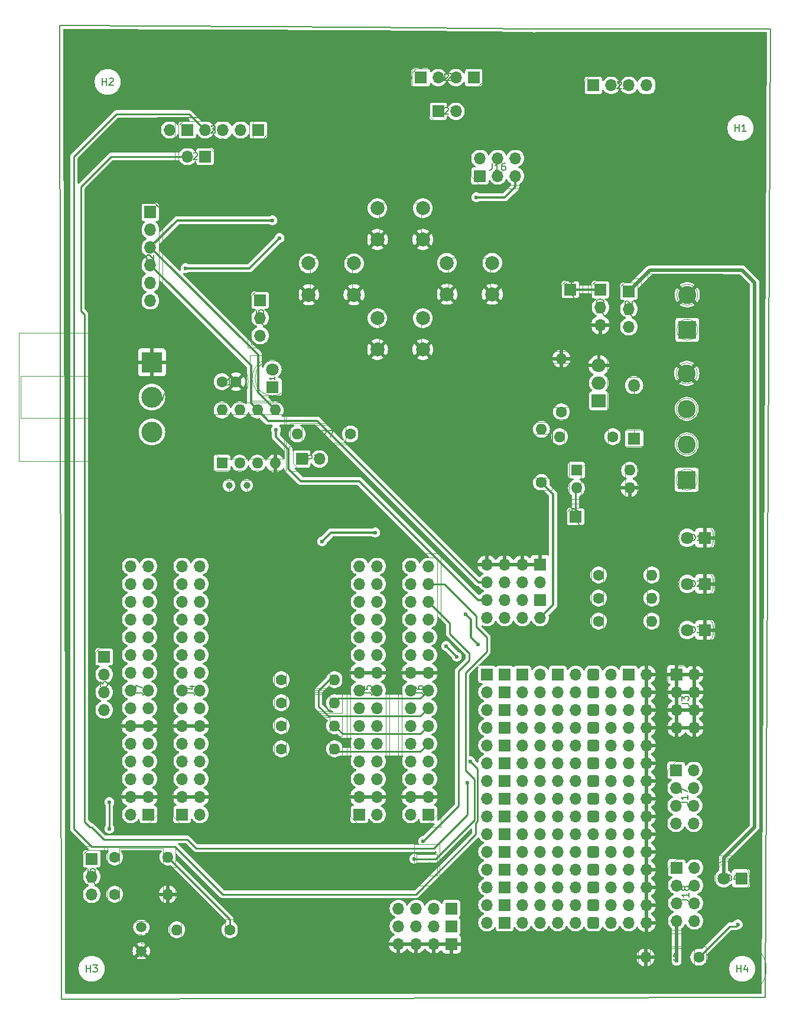
<source format=gbr>
%TF.GenerationSoftware,KiCad,Pcbnew,8.0.1*%
%TF.CreationDate,2024-10-06T15:48:25+02:00*%
%TF.ProjectId,CREPP.io,43524550-502e-4696-9f2e-6b696361645f,rev?*%
%TF.SameCoordinates,Original*%
%TF.FileFunction,Copper,L2,Bot*%
%TF.FilePolarity,Positive*%
%FSLAX46Y46*%
G04 Gerber Fmt 4.6, Leading zero omitted, Abs format (unit mm)*
G04 Created by KiCad (PCBNEW 8.0.1) date 2024-10-06 15:48:25*
%MOMM*%
%LPD*%
G01*
G04 APERTURE LIST*
G04 Aperture macros list*
%AMFreePoly0*
4,1,25,-0.850000,0.425000,-0.829199,0.556332,-0.768832,0.674809,-0.674809,0.768832,-0.556332,0.829199,-0.425000,0.850000,0.425000,0.850000,0.556332,0.829199,0.674809,0.768832,0.768832,0.674809,0.829199,0.556332,0.850000,0.425000,0.850000,-0.425000,0.829199,-0.556332,0.768832,-0.674809,0.674809,-0.768832,0.556332,-0.829199,0.425000,-0.850000,-0.425000,-0.850000,-0.556332,-0.829199,
-0.674809,-0.768832,-0.768832,-0.674809,-0.829199,-0.556332,-0.850000,-0.425000,-0.850000,0.425000,-0.850000,0.425000,$1*%
G04 Aperture macros list end*
%TA.AperFunction,ComponentPad*%
%ADD10C,1.600000*%
%TD*%
%TA.AperFunction,ComponentPad*%
%ADD11O,1.600000X1.600000*%
%TD*%
%TA.AperFunction,ComponentPad*%
%ADD12R,1.700000X1.700000*%
%TD*%
%TA.AperFunction,ComponentPad*%
%ADD13O,1.700000X1.700000*%
%TD*%
%TA.AperFunction,ComponentPad*%
%ADD14R,3.000000X3.000000*%
%TD*%
%TA.AperFunction,ComponentPad*%
%ADD15C,3.000000*%
%TD*%
%TA.AperFunction,ComponentPad*%
%ADD16R,1.800000X1.800000*%
%TD*%
%TA.AperFunction,ComponentPad*%
%ADD17C,1.800000*%
%TD*%
%TA.AperFunction,ComponentPad*%
%ADD18C,2.000000*%
%TD*%
%TA.AperFunction,ComponentPad*%
%ADD19R,2.600000X2.600000*%
%TD*%
%TA.AperFunction,ComponentPad*%
%ADD20C,2.600000*%
%TD*%
%TA.AperFunction,ComponentPad*%
%ADD21R,1.600000X1.600000*%
%TD*%
%TA.AperFunction,ComponentPad*%
%ADD22O,1.800000X1.800000*%
%TD*%
%TA.AperFunction,ComponentPad*%
%ADD23FreePoly0,0.000000*%
%TD*%
%TA.AperFunction,ComponentPad*%
%ADD24C,1.000000*%
%TD*%
%TA.AperFunction,ComponentPad*%
%ADD25R,2.000000X1.905000*%
%TD*%
%TA.AperFunction,ComponentPad*%
%ADD26O,2.000000X1.905000*%
%TD*%
%TA.AperFunction,ComponentPad*%
%ADD27C,1.500000*%
%TD*%
%TA.AperFunction,ViaPad*%
%ADD28C,0.600000*%
%TD*%
%TA.AperFunction,Conductor*%
%ADD29C,0.350000*%
%TD*%
%TA.AperFunction,Conductor*%
%ADD30C,0.250000*%
%TD*%
%TA.AperFunction,Conductor*%
%ADD31C,0.500000*%
%TD*%
%ADD32C,0.050000*%
%ADD33C,0.150000*%
%ADD34C,0.200000*%
%ADD35C,0.100000*%
%ADD36C,0.120000*%
%ADD37C,0.060000*%
%TA.AperFunction,Profile*%
%ADD38C,0.200000*%
%TD*%
G04 APERTURE END LIST*
D10*
%TO.P,R7,1*%
%TO.N,/LED/ORANGE_LED*%
X121970800Y-113182400D03*
D11*
%TO.P,R7,2*%
%TO.N,Net-(D2-A)*%
X129590800Y-113182400D03*
%TD*%
D12*
%TO.P,J25,1,Pin_1*%
%TO.N,unconnected-(J25-Pin_1-Pad1)*%
X57733800Y-57835400D03*
D13*
%TO.P,J25,2,Pin_2*%
%TO.N,unconnected-(J25-Pin_2-Pad2)*%
X57733800Y-60375400D03*
%TO.P,J25,3,Pin_3*%
%TO.N,/IO_Extender/SDA*%
X57733800Y-62915400D03*
%TO.P,J25,4,Pin_4*%
%TO.N,/IO_Extender/SCL*%
X57733800Y-65455400D03*
%TO.P,J25,5,Pin_5*%
%TO.N,GND*%
X57733800Y-67995400D03*
%TO.P,J25,6,Pin_6*%
%TO.N,/Sensors/VCC_Sensor*%
X57733800Y-70535400D03*
%TD*%
D14*
%TO.P,RV1,1,1*%
%TO.N,GND*%
X57962800Y-79400400D03*
D15*
%TO.P,RV1,2,2*%
%TO.N,/POT*%
X57962800Y-84400400D03*
%TO.P,RV1,3,3*%
%TO.N,+3.3V*%
X57962800Y-89400400D03*
%TD*%
D12*
%TO.P,J20,1,Pin_1*%
%TO.N,GND*%
X100888800Y-162712400D03*
D13*
%TO.P,J20,2,Pin_2*%
X98348800Y-162712400D03*
%TO.P,J20,3,Pin_3*%
X95808800Y-162712400D03*
%TO.P,J20,4,Pin_4*%
X93268800Y-162712400D03*
%TD*%
D12*
%TO.P,J30,1,Pin_1*%
%TO.N,Net-(J30-Pin_1)*%
X122224800Y-69001400D03*
D13*
%TO.P,J30,2,Pin_2*%
%TO.N,Net-(J30-Pin_2)*%
X122224800Y-71541400D03*
%TO.P,J30,3,Pin_3*%
%TO.N,GND*%
X122224800Y-74081400D03*
%TD*%
D12*
%TO.P,J13,1,Pin_1*%
%TO.N,GND*%
X113588800Y-108356400D03*
D13*
%TO.P,J13,2,Pin_2*%
%TO.N,/IO_Extender/SCL*%
X113588800Y-110896400D03*
%TO.P,J13,3,Pin_3*%
%TO.N,GND*%
X111048800Y-108356400D03*
%TO.P,J13,4,Pin_4*%
%TO.N,/IO_Extender/SCL*%
X111048800Y-110896400D03*
%TO.P,J13,5,Pin_5*%
%TO.N,GND*%
X108508800Y-108356400D03*
%TO.P,J13,6,Pin_6*%
%TO.N,/IO_Extender/SCL*%
X108508800Y-110896400D03*
%TO.P,J13,7,Pin_7*%
%TO.N,GND*%
X105968800Y-108356400D03*
%TO.P,J13,8,Pin_8*%
%TO.N,/IO_Extender/SCL*%
X105968800Y-110896400D03*
%TD*%
D16*
%TO.P,D3,1,K*%
%TO.N,GND*%
X137210800Y-117754400D03*
D17*
%TO.P,D3,2,A*%
%TO.N,Net-(D3-A)*%
X134670800Y-117754400D03*
%TD*%
D18*
%TO.P,SW4,1,1*%
%TO.N,/MCU/GPIO13_D7_RX2*%
X90272800Y-73086400D03*
X96772800Y-73086400D03*
%TO.P,SW4,2,2*%
%TO.N,GND*%
X90272800Y-77586400D03*
X96772800Y-77586400D03*
%TD*%
D12*
%TO.P,J4,1,Pin_1*%
%TO.N,/MCU/Pin_1*%
X62280800Y-144170400D03*
D13*
%TO.P,J4,2,Pin_2*%
X64820800Y-144170400D03*
%TO.P,J4,3,Pin_3*%
%TO.N,GND*%
X62280800Y-141630400D03*
%TO.P,J4,4,Pin_4*%
X64820800Y-141630400D03*
%TO.P,J4,5,Pin_5*%
%TO.N,/MCU/Pin_5*%
X62280800Y-139090400D03*
%TO.P,J4,6,Pin_6*%
X64820800Y-139090400D03*
%TO.P,J4,7,Pin_7*%
%TO.N,/MCU/Pin_7*%
X62280800Y-136550400D03*
%TO.P,J4,8,Pin_8*%
X64820800Y-136550400D03*
%TO.P,J4,9,Pin_9*%
%TO.N,/MCU/Pin_9*%
X62280800Y-134010400D03*
%TO.P,J4,10,Pin_10*%
X64820800Y-134010400D03*
%TO.P,J4,11,Pin_11*%
%TO.N,GND*%
X62280800Y-131470400D03*
%TO.P,J4,12,Pin_12*%
X64820800Y-131470400D03*
%TO.P,J4,13,Pin_13*%
%TO.N,/MCU/Pin_13*%
X62280800Y-128930400D03*
%TO.P,J4,14,Pin_14*%
X64820800Y-128930400D03*
%TO.P,J4,15,Pin_15*%
%TO.N,/MCU/Pin_15*%
X62280800Y-126390400D03*
%TO.P,J4,16,Pin_16*%
X64820800Y-126390400D03*
%TO.P,J4,17,Pin_17*%
%TO.N,/MCU/Pin_17*%
X62280800Y-123850400D03*
%TO.P,J4,18,Pin_18*%
X64820800Y-123850400D03*
%TO.P,J4,19,Pin_19*%
%TO.N,/MCU/Pin_19*%
X62280800Y-121310400D03*
%TO.P,J4,20,Pin_20*%
X64820800Y-121310400D03*
%TO.P,J4,21,Pin_21*%
%TO.N,/MCU/Pin_21*%
X62280800Y-118770400D03*
%TO.P,J4,22,Pin_22*%
X64820800Y-118770400D03*
%TO.P,J4,23,Pin_23*%
%TO.N,/MCU/Pin_23*%
X62280800Y-116230400D03*
%TO.P,J4,24,Pin_24*%
X64820800Y-116230400D03*
%TO.P,J4,25,Pin_25*%
%TO.N,/MCU/Pin_25*%
X62280800Y-113690400D03*
%TO.P,J4,26,Pin_26*%
X64820800Y-113690400D03*
%TO.P,J4,27,Pin_27*%
%TO.N,/MCU/Pin_27*%
X62280800Y-111150400D03*
%TO.P,J4,28,Pin_28*%
X64820800Y-111150400D03*
%TO.P,J4,29,Pin_29*%
%TO.N,/MCU/Pin_29*%
X62280800Y-108610400D03*
%TO.P,J4,30,Pin_30*%
X64820800Y-108610400D03*
%TD*%
D12*
%TO.P,J15,1,Pin_1*%
%TO.N,/IO_Extender/SDA*%
X113588800Y-113436400D03*
D13*
%TO.P,J15,2,Pin_2*%
%TO.N,+3.3V*%
X113588800Y-115976400D03*
%TO.P,J15,3,Pin_3*%
%TO.N,/IO_Extender/SDA*%
X111048800Y-113436400D03*
%TO.P,J15,4,Pin_4*%
%TO.N,+3.3V*%
X111048800Y-115976400D03*
%TO.P,J15,5,Pin_5*%
%TO.N,/IO_Extender/SDA*%
X108508800Y-113436400D03*
%TO.P,J15,6,Pin_6*%
%TO.N,+3.3V*%
X108508800Y-115976400D03*
%TO.P,J15,7,Pin_7*%
%TO.N,/IO_Extender/SDA*%
X105968800Y-113436400D03*
%TO.P,J15,8,Pin_8*%
%TO.N,+3.3V*%
X105968800Y-115976400D03*
%TD*%
D10*
%TO.P,R27,1*%
%TO.N,Net-(D12-K)*%
X86410800Y-89687400D03*
D11*
%TO.P,R27,2*%
%TO.N,Net-(JP7-B)*%
X78790800Y-89687400D03*
%TD*%
D12*
%TO.P,J19,1,Pin_1*%
%TO.N,/IO_Extender/A3*%
X100888800Y-157632400D03*
D13*
%TO.P,J19,2,Pin_2*%
%TO.N,/IO_Extender/A2*%
X98348800Y-157632400D03*
%TO.P,J19,3,Pin_3*%
%TO.N,/IO_Extender/A1*%
X95808800Y-157632400D03*
%TO.P,J19,4,Pin_4*%
%TO.N,/LDR*%
X93268800Y-157632400D03*
%TD*%
D12*
%TO.P,J16,1,Pin_1*%
%TO.N,/IO_Extender/SDA*%
X104952800Y-52730400D03*
D13*
%TO.P,J16,2,Pin_2*%
X104952800Y-50190400D03*
%TO.P,J16,3,Pin_3*%
%TO.N,/OLED/B*%
X107492800Y-52730400D03*
%TO.P,J16,4,Pin_4*%
%TO.N,/OLED/A*%
X107492800Y-50190400D03*
%TO.P,J16,5,Pin_5*%
%TO.N,/IO_Extender/SCL*%
X110032800Y-52730400D03*
%TO.P,J16,6,Pin_6*%
X110032800Y-50190400D03*
%TD*%
D12*
%TO.P,J22,1,Pin_1*%
%TO.N,unconnected-(J22-Pin_1-Pad1)*%
X121218800Y-39751400D03*
D13*
%TO.P,J22,2,Pin_2*%
%TO.N,unconnected-(J22-Pin_2-Pad2)*%
X123758800Y-39751400D03*
%TO.P,J22,3,Pin_3*%
%TO.N,unconnected-(J22-Pin_3-Pad3)*%
X126298800Y-39751400D03*
%TO.P,J22,4,Pin_4*%
%TO.N,unconnected-(J22-Pin_4-Pad4)*%
X128838800Y-39751400D03*
%TD*%
D12*
%TO.P,J6,1,Pin_1*%
%TO.N,+3.3V*%
X97586800Y-144170400D03*
D13*
%TO.P,J6,2,Pin_2*%
%TO.N,/MCU/Pin_2*%
X95046800Y-144170400D03*
%TO.P,J6,3,Pin_3*%
%TO.N,GND*%
X97586800Y-141630400D03*
%TO.P,J6,4,Pin_4*%
X95046800Y-141630400D03*
%TO.P,J6,5,Pin_5*%
%TO.N,/Bluetooth/TX*%
X97586800Y-139090400D03*
%TO.P,J6,6,Pin_6*%
%TO.N,/MCU/Pin_6*%
X95046800Y-139090400D03*
%TO.P,J6,7,Pin_7*%
%TO.N,/Bluetooth/RX*%
X97586800Y-136550400D03*
%TO.P,J6,8,Pin_8*%
%TO.N,/MCU/Pin_8*%
X95046800Y-136550400D03*
%TO.P,J6,9,Pin_9*%
%TO.N,/MCU/GPIO15_D8_TX2*%
X97586800Y-134010400D03*
%TO.P,J6,10,Pin_10*%
%TO.N,/MCU/Pin_10*%
X95046800Y-134010400D03*
%TO.P,J6,11,Pin_11*%
%TO.N,/MCU/GPIO13_D7_RX2*%
X97586800Y-131470400D03*
%TO.P,J6,12,Pin_12*%
%TO.N,/MCU/Pin_12*%
X95046800Y-131470400D03*
%TO.P,J6,13,Pin_13*%
%TO.N,/MCU/GPIO12_D6*%
X97586800Y-128930400D03*
%TO.P,J6,14,Pin_14*%
%TO.N,/MCU/Pin_14*%
X95046800Y-128930400D03*
%TO.P,J6,15,Pin_15*%
%TO.N,/MCU/GPIO14_D5*%
X97586800Y-126390400D03*
%TO.P,J6,16,Pin_16*%
%TO.N,/MCU/Pin_16*%
X95046800Y-126390400D03*
%TO.P,J6,17,Pin_17*%
%TO.N,GND*%
X97586800Y-123850400D03*
%TO.P,J6,18,Pin_18*%
X95046800Y-123850400D03*
%TO.P,J6,19,Pin_19*%
%TO.N,+3.3V*%
X97586800Y-121310400D03*
%TO.P,J6,20,Pin_20*%
%TO.N,/MCU/Pin_20*%
X95046800Y-121310400D03*
%TO.P,J6,21,Pin_21*%
%TO.N,/LED/GREEN*%
X97586800Y-118770400D03*
%TO.P,J6,22,Pin_22*%
%TO.N,/MCU/Pin_22*%
X95046800Y-118770400D03*
%TO.P,J6,23,Pin_23*%
%TO.N,/LED/ORANGE_LED*%
X97586800Y-116230400D03*
%TO.P,J6,24,Pin_24*%
%TO.N,/MCU/Pin_24*%
X95046800Y-116230400D03*
%TO.P,J6,25,Pin_25*%
%TO.N,/IO_Extender/SDA*%
X97586800Y-113690400D03*
%TO.P,J6,26,Pin_26*%
%TO.N,/MCU/Pin_26*%
X95046800Y-113690400D03*
%TO.P,J6,27,Pin_27*%
%TO.N,/IO_Extender/SCL*%
X97586800Y-111150400D03*
%TO.P,J6,28,Pin_28*%
%TO.N,/MCU/Pin_28*%
X95046800Y-111150400D03*
%TO.P,J6,29,Pin_29*%
%TO.N,/LED/RED_LED*%
X97586800Y-108610400D03*
%TO.P,J6,30,Pin_30*%
%TO.N,/MCU/Pin_30*%
X95046800Y-108610400D03*
%TD*%
D12*
%TO.P,J7,1,Pin_1*%
%TO.N,/MCU/Pin_1*%
X57454800Y-144170400D03*
D13*
%TO.P,J7,2,Pin_2*%
%TO.N,+5V*%
X54914800Y-144170400D03*
%TO.P,J7,3,Pin_3*%
%TO.N,GND*%
X57454800Y-141630400D03*
%TO.P,J7,4,Pin_4*%
X54914800Y-141630400D03*
%TO.P,J7,5,Pin_5*%
%TO.N,/MCU/Pin_5*%
X57454800Y-139090400D03*
%TO.P,J7,6,Pin_6*%
%TO.N,/MCU/RESET*%
X54914800Y-139090400D03*
%TO.P,J7,7,Pin_7*%
%TO.N,/MCU/Pin_7*%
X57454800Y-136550400D03*
%TO.P,J7,8,Pin_8*%
%TO.N,/MCU/EN*%
X54914800Y-136550400D03*
%TO.P,J7,9,Pin_9*%
%TO.N,/MCU/Pin_9*%
X57454800Y-134010400D03*
%TO.P,J7,10,Pin_10*%
%TO.N,+3.3V*%
X54914800Y-134010400D03*
%TO.P,J7,11,Pin_11*%
%TO.N,GND*%
X57454800Y-131470400D03*
%TO.P,J7,12,Pin_12*%
X54914800Y-131470400D03*
%TO.P,J7,13,Pin_13*%
%TO.N,/MCU/Pin_13*%
X57454800Y-128930400D03*
%TO.P,J7,14,Pin_14*%
%TO.N,/MCU/CLK*%
X54914800Y-128930400D03*
%TO.P,J7,15,Pin_15*%
%TO.N,/MCU/Pin_15*%
X57454800Y-126390400D03*
%TO.P,J7,16,Pin_16*%
%TO.N,/MCU/MISO*%
X54914800Y-126390400D03*
%TO.P,J7,17,Pin_17*%
%TO.N,/MCU/Pin_17*%
X57454800Y-123850400D03*
%TO.P,J7,18,Pin_18*%
%TO.N,/MCU/CS*%
X54914800Y-123850400D03*
%TO.P,J7,19,Pin_19*%
%TO.N,/MCU/Pin_19*%
X57454800Y-121310400D03*
%TO.P,J7,20,Pin_20*%
%TO.N,/MCU/MOSI*%
X54914800Y-121310400D03*
%TO.P,J7,21,Pin_21*%
%TO.N,unconnected-(J7-Pin_21-Pad21)*%
X57454800Y-118770400D03*
%TO.P,J7,22,Pin_22*%
%TO.N,unconnected-(J7-Pin_22-Pad22)*%
X54914800Y-118770400D03*
%TO.P,J7,23,Pin_23*%
%TO.N,unconnected-(J7-Pin_23-Pad23)*%
X57454800Y-116230400D03*
%TO.P,J7,24,Pin_24*%
%TO.N,unconnected-(J7-Pin_24-Pad24)*%
X54914800Y-116230400D03*
%TO.P,J7,25,Pin_25*%
%TO.N,unconnected-(J7-Pin_25-Pad25)*%
X57454800Y-113690400D03*
%TO.P,J7,26,Pin_26*%
%TO.N,unconnected-(J7-Pin_26-Pad26)*%
X54914800Y-113690400D03*
%TO.P,J7,27,Pin_27*%
%TO.N,unconnected-(J7-Pin_27-Pad27)*%
X57454800Y-111150400D03*
%TO.P,J7,28,Pin_28*%
%TO.N,unconnected-(J7-Pin_28-Pad28)*%
X54914800Y-111150400D03*
%TO.P,J7,29,Pin_29*%
%TO.N,/MCU/Pin_29*%
X57454800Y-108610400D03*
%TO.P,J7,30,Pin_30*%
%TO.N,/POT*%
X54914800Y-108610400D03*
%TD*%
D12*
%TO.P,JP7,1,A*%
%TO.N,Net-(JP7-A)*%
X79425800Y-93243400D03*
D13*
%TO.P,JP7,2,B*%
%TO.N,Net-(JP7-B)*%
X81965800Y-93243400D03*
%TD*%
D19*
%TO.P,J33,1,Pin_1*%
%TO.N,/Power/Ext_Servo*%
X134670800Y-74748400D03*
D20*
%TO.P,J33,2,Pin_2*%
%TO.N,GND*%
X134670800Y-69748400D03*
%TD*%
D18*
%TO.P,SW2,1,1*%
%TO.N,/MCU/GPIO12_D6*%
X90272800Y-57338400D03*
X96772800Y-57338400D03*
%TO.P,SW2,2,2*%
%TO.N,GND*%
X90272800Y-61838400D03*
X96772800Y-61838400D03*
%TD*%
D10*
%TO.P,R1,1*%
%TO.N,+3.3V*%
X76504800Y-134772400D03*
D11*
%TO.P,R1,2*%
%TO.N,/MCU/GPIO15_D8_TX2*%
X84124800Y-134772400D03*
%TD*%
D12*
%TO.P,J23,1,Pin_1*%
%TO.N,GND*%
X96443800Y-38633400D03*
D13*
%TO.P,J23,2,Pin_2*%
%TO.N,Net-(J23-Pin_2)*%
X98983800Y-38633400D03*
%TO.P,J23,3,Pin_3*%
%TO.N,Net-(J23-Pin_3)*%
X101523800Y-38633400D03*
%TO.P,J23,4,Pin_4*%
%TO.N,+3.3V*%
X104063800Y-38633400D03*
%TD*%
D16*
%TO.P,D1,1,K*%
%TO.N,GND*%
X137210800Y-104546400D03*
D17*
%TO.P,D1,2,A*%
%TO.N,Net-(D1-A)*%
X134670800Y-104546400D03*
%TD*%
D12*
%TO.P,J21,1,Pin_1*%
%TO.N,+3.3V*%
X100888800Y-160172400D03*
D13*
%TO.P,J21,2,Pin_2*%
X98348800Y-160172400D03*
%TO.P,J21,3,Pin_3*%
X95808800Y-160172400D03*
%TO.P,J21,4,Pin_4*%
X93268800Y-160172400D03*
%TD*%
D21*
%TO.P,U2,1*%
%TO.N,Net-(R12-Pad2)*%
X118790800Y-94862400D03*
D11*
%TO.P,U2,2*%
%TO.N,Net-(J37-Pin_1)*%
X118790800Y-97402400D03*
%TO.P,U2,3*%
%TO.N,GND*%
X126410800Y-97402400D03*
%TO.P,U2,4*%
%TO.N,Net-(Q1-G)*%
X126410800Y-94862400D03*
%TD*%
D12*
%TO.P,J35,1,Pin_1*%
%TO.N,/MCU/MOSI*%
X51104800Y-121574400D03*
D13*
%TO.P,J35,2,Pin_2*%
%TO.N,/MCU/CS*%
X51104800Y-124114400D03*
%TO.P,J35,3,Pin_3*%
%TO.N,/MCU/MISO*%
X51104800Y-126654400D03*
%TO.P,J35,4,Pin_4*%
%TO.N,/MCU/CLK*%
X51104800Y-129194400D03*
%TD*%
D12*
%TO.P,J12,1,Pin_1*%
%TO.N,+3.3V*%
X105968800Y-124104400D03*
%TO.P,J12,2,Pin_2*%
%TO.N,unconnected-(J12-Pin_2-Pad2)*%
X108508800Y-124104400D03*
D13*
%TO.P,J12,3,Pin_3*%
%TO.N,+3.3V*%
X105968800Y-126644400D03*
D12*
%TO.P,J12,4,Pin_4*%
%TO.N,unconnected-(J12-Pin_4-Pad4)*%
X108508800Y-126644400D03*
D13*
%TO.P,J12,5,Pin_5*%
%TO.N,+3.3V*%
X105968800Y-129184400D03*
D12*
%TO.P,J12,6,Pin_6*%
%TO.N,unconnected-(J12-Pin_6-Pad6)*%
X108508800Y-129184400D03*
D13*
%TO.P,J12,7,Pin_7*%
%TO.N,+3.3V*%
X105968800Y-131724400D03*
D12*
%TO.P,J12,8,Pin_8*%
%TO.N,unconnected-(J12-Pin_8-Pad8)*%
X108508800Y-131724400D03*
D13*
%TO.P,J12,9,Pin_9*%
%TO.N,+3.3V*%
X105968800Y-134264400D03*
D12*
%TO.P,J12,10,Pin_10*%
%TO.N,unconnected-(J12-Pin_10-Pad10)*%
X108508800Y-134264400D03*
D13*
%TO.P,J12,11,Pin_11*%
%TO.N,+3.3V*%
X105968800Y-136804400D03*
D12*
%TO.P,J12,12,Pin_12*%
%TO.N,unconnected-(J12-Pin_12-Pad12)*%
X108508800Y-136804400D03*
D13*
%TO.P,J12,13,Pin_13*%
%TO.N,+3.3V*%
X105968800Y-139344400D03*
D12*
%TO.P,J12,14,Pin_14*%
%TO.N,unconnected-(J12-Pin_14-Pad14)*%
X108508800Y-139344400D03*
D13*
%TO.P,J12,15,Pin_15*%
%TO.N,+3.3V*%
X105968800Y-141884400D03*
D12*
%TO.P,J12,16,Pin_16*%
%TO.N,unconnected-(J12-Pin_16-Pad16)*%
X108508800Y-141884400D03*
D13*
%TO.P,J12,17,Pin_17*%
%TO.N,+3.3V*%
X105968800Y-144424400D03*
D12*
%TO.P,J12,18,Pin_18*%
%TO.N,unconnected-(J12-Pin_18-Pad18)*%
X108508800Y-144424400D03*
D13*
%TO.P,J12,19,Pin_19*%
%TO.N,+3.3V*%
X105968800Y-146964400D03*
D12*
%TO.P,J12,20,Pin_20*%
%TO.N,unconnected-(J12-Pin_20-Pad20)*%
X108508800Y-146964400D03*
D13*
%TO.P,J12,21,Pin_21*%
%TO.N,+3.3V*%
X105968800Y-149504400D03*
D12*
%TO.P,J12,22,Pin_22*%
%TO.N,unconnected-(J12-Pin_22-Pad22)*%
X108508800Y-149504400D03*
D13*
%TO.P,J12,23,Pin_23*%
%TO.N,+3.3V*%
X105968800Y-152044400D03*
D12*
%TO.P,J12,24,Pin_24*%
%TO.N,unconnected-(J12-Pin_24-Pad24)*%
X108508800Y-152044400D03*
D13*
%TO.P,J12,25,Pin_25*%
%TO.N,+3.3V*%
X105968800Y-154584400D03*
D12*
%TO.P,J12,26,Pin_26*%
%TO.N,unconnected-(J12-Pin_26-Pad26)*%
X108508800Y-154584400D03*
D13*
%TO.P,J12,27,Pin_27*%
%TO.N,+3.3V*%
X105968800Y-157124400D03*
D12*
%TO.P,J12,28,Pin_28*%
%TO.N,unconnected-(J12-Pin_28-Pad28)*%
X108508800Y-157124400D03*
D13*
%TO.P,J12,29,Pin_29*%
%TO.N,+3.3V*%
X105968800Y-159664400D03*
D12*
%TO.P,J12,30,Pin_30*%
%TO.N,unconnected-(J12-Pin_30-Pad30)*%
X108508800Y-159664400D03*
%TD*%
%TO.P,J5,1,Pin_1*%
%TO.N,/MCU/Pin_2*%
X87680800Y-144170400D03*
D13*
%TO.P,J5,2,Pin_2*%
X90220800Y-144170400D03*
%TO.P,J5,3,Pin_3*%
%TO.N,GND*%
X87680800Y-141630400D03*
%TO.P,J5,4,Pin_4*%
X90220800Y-141630400D03*
%TO.P,J5,5,Pin_5*%
%TO.N,/MCU/Pin_6*%
X87680800Y-139090400D03*
%TO.P,J5,6,Pin_6*%
X90220800Y-139090400D03*
%TO.P,J5,7,Pin_7*%
%TO.N,/MCU/Pin_8*%
X87680800Y-136550400D03*
%TO.P,J5,8,Pin_8*%
X90220800Y-136550400D03*
%TO.P,J5,9,Pin_9*%
%TO.N,/MCU/Pin_10*%
X87680800Y-134010400D03*
%TO.P,J5,10,Pin_10*%
X90220800Y-134010400D03*
%TO.P,J5,11,Pin_11*%
%TO.N,/MCU/Pin_12*%
X87680800Y-131470400D03*
%TO.P,J5,12,Pin_12*%
X90220800Y-131470400D03*
%TO.P,J5,13,Pin_13*%
%TO.N,/MCU/Pin_14*%
X87680800Y-128930400D03*
%TO.P,J5,14,Pin_14*%
X90220800Y-128930400D03*
%TO.P,J5,15,Pin_15*%
%TO.N,/MCU/Pin_16*%
X87680800Y-126390400D03*
%TO.P,J5,16,Pin_16*%
X90220800Y-126390400D03*
%TO.P,J5,17,Pin_17*%
%TO.N,GND*%
X87680800Y-123850400D03*
%TO.P,J5,18,Pin_18*%
X90220800Y-123850400D03*
%TO.P,J5,19,Pin_19*%
%TO.N,/MCU/Pin_20*%
X87680800Y-121310400D03*
%TO.P,J5,20,Pin_20*%
X90220800Y-121310400D03*
%TO.P,J5,21,Pin_21*%
%TO.N,/MCU/Pin_22*%
X87680800Y-118770400D03*
%TO.P,J5,22,Pin_22*%
X90220800Y-118770400D03*
%TO.P,J5,23,Pin_23*%
%TO.N,/MCU/Pin_24*%
X87680800Y-116230400D03*
%TO.P,J5,24,Pin_24*%
X90220800Y-116230400D03*
%TO.P,J5,25,Pin_25*%
%TO.N,/MCU/Pin_26*%
X87680800Y-113690400D03*
%TO.P,J5,26,Pin_26*%
X90220800Y-113690400D03*
%TO.P,J5,27,Pin_27*%
%TO.N,/MCU/Pin_28*%
X87680800Y-111150400D03*
%TO.P,J5,28,Pin_28*%
X90220800Y-111150400D03*
%TO.P,J5,29,Pin_29*%
%TO.N,/MCU/Pin_30*%
X87680800Y-108610400D03*
%TO.P,J5,30,Pin_30*%
X90220800Y-108610400D03*
%TD*%
D18*
%TO.P,SW3,1,1*%
%TO.N,/MCU/GPIO14_D5*%
X100230800Y-65176400D03*
X106730800Y-65176400D03*
%TO.P,SW3,2,2*%
%TO.N,GND*%
X100230800Y-69676400D03*
X106730800Y-69676400D03*
%TD*%
D16*
%TO.P,D12,1,K*%
%TO.N,Net-(D12-K)*%
X75234800Y-82956400D03*
D17*
%TO.P,D12,2,A*%
%TO.N,+3.3V*%
X75234800Y-80416400D03*
%TD*%
D16*
%TO.P,D5,1,K*%
%TO.N,Net-(D5-K)*%
X127050800Y-90322400D03*
D22*
%TO.P,D5,2,A*%
%TO.N,Net-(D5-A)*%
X127050800Y-82702400D03*
%TD*%
D10*
%TO.P,R2,1*%
%TO.N,+3.3V*%
X76504800Y-124866400D03*
D11*
%TO.P,R2,2*%
%TO.N,/MCU/GPIO12_D6*%
X84124800Y-124866400D03*
%TD*%
D12*
%TO.P,J8,1,Pin_1*%
%TO.N,unconnected-(J8-Pin_1-Pad1)*%
X126288800Y-124104400D03*
D13*
%TO.P,J8,2,Pin_2*%
%TO.N,GND*%
X128828800Y-124104400D03*
%TO.P,J8,3,Pin_3*%
%TO.N,unconnected-(J8-Pin_3-Pad3)*%
X126288800Y-126644400D03*
%TO.P,J8,4,Pin_4*%
%TO.N,GND*%
X128828800Y-126644400D03*
%TO.P,J8,5,Pin_5*%
%TO.N,unconnected-(J8-Pin_5-Pad5)*%
X126288800Y-129184400D03*
%TO.P,J8,6,Pin_6*%
%TO.N,GND*%
X128828800Y-129184400D03*
%TO.P,J8,7,Pin_7*%
%TO.N,unconnected-(J8-Pin_7-Pad7)*%
X126288800Y-131724400D03*
%TO.P,J8,8,Pin_8*%
%TO.N,GND*%
X128828800Y-131724400D03*
%TO.P,J8,9,Pin_9*%
%TO.N,unconnected-(J8-Pin_9-Pad9)*%
X126288800Y-134264400D03*
%TO.P,J8,10,Pin_10*%
%TO.N,GND*%
X128828800Y-134264400D03*
%TO.P,J8,11,Pin_11*%
%TO.N,unconnected-(J8-Pin_11-Pad11)*%
X126288800Y-136804400D03*
%TO.P,J8,12,Pin_12*%
%TO.N,GND*%
X128828800Y-136804400D03*
%TO.P,J8,13,Pin_13*%
%TO.N,unconnected-(J8-Pin_13-Pad13)*%
X126288800Y-139344400D03*
%TO.P,J8,14,Pin_14*%
%TO.N,GND*%
X128828800Y-139344400D03*
%TO.P,J8,15,Pin_15*%
%TO.N,unconnected-(J8-Pin_15-Pad15)*%
X126288800Y-141884400D03*
%TO.P,J8,16,Pin_16*%
%TO.N,GND*%
X128828800Y-141884400D03*
%TO.P,J8,17,Pin_17*%
%TO.N,unconnected-(J8-Pin_17-Pad17)*%
X126288800Y-144424400D03*
%TO.P,J8,18,Pin_18*%
%TO.N,GND*%
X128828800Y-144424400D03*
%TO.P,J8,19,Pin_19*%
%TO.N,unconnected-(J8-Pin_19-Pad19)*%
X126288800Y-146964400D03*
%TO.P,J8,20,Pin_20*%
%TO.N,GND*%
X128828800Y-146964400D03*
%TO.P,J8,21,Pin_21*%
%TO.N,unconnected-(J8-Pin_21-Pad21)*%
X126288800Y-149504400D03*
%TO.P,J8,22,Pin_22*%
%TO.N,GND*%
X128828800Y-149504400D03*
%TO.P,J8,23,Pin_23*%
%TO.N,unconnected-(J8-Pin_23-Pad23)*%
X126288800Y-152044400D03*
%TO.P,J8,24,Pin_24*%
%TO.N,GND*%
X128828800Y-152044400D03*
%TO.P,J8,25,Pin_25*%
%TO.N,unconnected-(J8-Pin_25-Pad25)*%
X126288800Y-154584400D03*
%TO.P,J8,26,Pin_26*%
%TO.N,GND*%
X128828800Y-154584400D03*
%TO.P,J8,27,Pin_27*%
%TO.N,unconnected-(J8-Pin_27-Pad27)*%
X126288800Y-157124400D03*
%TO.P,J8,28,Pin_28*%
%TO.N,GND*%
X128828800Y-157124400D03*
%TO.P,J8,29,Pin_29*%
%TO.N,unconnected-(J8-Pin_29-Pad29)*%
X126288800Y-159664400D03*
%TO.P,J8,30,Pin_30*%
%TO.N,GND*%
X128828800Y-159664400D03*
%TD*%
D12*
%TO.P,J17,1,Pin_1*%
%TO.N,+3.3V*%
X133058800Y-137820400D03*
D13*
%TO.P,J17,2,Pin_2*%
X135598800Y-137820400D03*
%TO.P,J17,3,Pin_3*%
X133058800Y-140360400D03*
%TO.P,J17,4,Pin_4*%
X135598800Y-140360400D03*
%TO.P,J17,5,Pin_5*%
X133058800Y-142900400D03*
%TO.P,J17,6,Pin_6*%
X135598800Y-142900400D03*
%TO.P,J17,7,Pin_7*%
X133058800Y-145440400D03*
%TO.P,J17,8,Pin_8*%
X135598800Y-145440400D03*
%TD*%
D12*
%TO.P,J3,1,Pin_1*%
%TO.N,GND*%
X133146800Y-124104400D03*
D13*
%TO.P,J3,2,Pin_2*%
X135686800Y-124104400D03*
%TO.P,J3,3,Pin_3*%
X133146800Y-126644400D03*
%TO.P,J3,4,Pin_4*%
X135686800Y-126644400D03*
%TO.P,J3,5,Pin_5*%
X133146800Y-129184400D03*
%TO.P,J3,6,Pin_6*%
X135686800Y-129184400D03*
%TO.P,J3,7,Pin_7*%
X133146800Y-131724400D03*
%TO.P,J3,8,Pin_8*%
X135686800Y-131724400D03*
%TD*%
D12*
%TO.P,J29,1,Pin_1*%
%TO.N,unconnected-(J29-Pin_1-Pad1)*%
X73202800Y-46126400D03*
D13*
%TO.P,J29,2,Pin_2*%
%TO.N,+5V*%
X70662800Y-46126400D03*
%TO.P,J29,3,Pin_3*%
%TO.N,GND*%
X68122800Y-46126400D03*
%TO.P,J29,4,Pin_4*%
%TO.N,/Bluetooth/RX*%
X65582800Y-46126400D03*
%TO.P,J29,5,Pin_5*%
%TO.N,/Bluetooth/TX*%
X63042800Y-46126400D03*
%TO.P,J29,6,Pin_6*%
%TO.N,unconnected-(J29-Pin_6-Pad6)*%
X60502800Y-46126400D03*
%TD*%
D12*
%TO.P,J9,1,Pin_1*%
%TO.N,unconnected-(J9-Pin_1-Pad1)*%
X111048800Y-124104400D03*
D13*
%TO.P,J9,2,Pin_2*%
%TO.N,unconnected-(J9-Pin_2-Pad2)*%
X113588800Y-124104400D03*
%TO.P,J9,3,Pin_3*%
%TO.N,unconnected-(J9-Pin_3-Pad3)*%
X111048800Y-126644400D03*
%TO.P,J9,4,Pin_4*%
%TO.N,unconnected-(J9-Pin_4-Pad4)*%
X113588800Y-126644400D03*
%TO.P,J9,5,Pin_5*%
%TO.N,unconnected-(J9-Pin_5-Pad5)*%
X111048800Y-129184400D03*
%TO.P,J9,6,Pin_6*%
%TO.N,unconnected-(J9-Pin_6-Pad6)*%
X113588800Y-129184400D03*
%TO.P,J9,7,Pin_7*%
%TO.N,unconnected-(J9-Pin_7-Pad7)*%
X111048800Y-131724400D03*
%TO.P,J9,8,Pin_8*%
%TO.N,unconnected-(J9-Pin_8-Pad8)*%
X113588800Y-131724400D03*
%TO.P,J9,9,Pin_9*%
%TO.N,unconnected-(J9-Pin_9-Pad9)*%
X111048800Y-134264400D03*
%TO.P,J9,10,Pin_10*%
%TO.N,unconnected-(J9-Pin_10-Pad10)*%
X113588800Y-134264400D03*
%TO.P,J9,11,Pin_11*%
%TO.N,unconnected-(J9-Pin_11-Pad11)*%
X111048800Y-136804400D03*
%TO.P,J9,12,Pin_12*%
%TO.N,unconnected-(J9-Pin_12-Pad12)*%
X113588800Y-136804400D03*
%TO.P,J9,13,Pin_13*%
%TO.N,unconnected-(J9-Pin_13-Pad13)*%
X111048800Y-139344400D03*
%TO.P,J9,14,Pin_14*%
%TO.N,unconnected-(J9-Pin_14-Pad14)*%
X113588800Y-139344400D03*
%TO.P,J9,15,Pin_15*%
%TO.N,unconnected-(J9-Pin_15-Pad15)*%
X111048800Y-141884400D03*
%TO.P,J9,16,Pin_16*%
%TO.N,unconnected-(J9-Pin_16-Pad16)*%
X113588800Y-141884400D03*
%TO.P,J9,17,Pin_17*%
%TO.N,unconnected-(J9-Pin_17-Pad17)*%
X111048800Y-144424400D03*
%TO.P,J9,18,Pin_18*%
%TO.N,unconnected-(J9-Pin_18-Pad18)*%
X113588800Y-144424400D03*
%TO.P,J9,19,Pin_19*%
%TO.N,unconnected-(J9-Pin_19-Pad19)*%
X111048800Y-146964400D03*
%TO.P,J9,20,Pin_20*%
%TO.N,unconnected-(J9-Pin_20-Pad20)*%
X113588800Y-146964400D03*
%TO.P,J9,21,Pin_21*%
%TO.N,unconnected-(J9-Pin_21-Pad21)*%
X111048800Y-149504400D03*
%TO.P,J9,22,Pin_22*%
%TO.N,unconnected-(J9-Pin_22-Pad22)*%
X113588800Y-149504400D03*
%TO.P,J9,23,Pin_23*%
%TO.N,unconnected-(J9-Pin_23-Pad23)*%
X111048800Y-152044400D03*
%TO.P,J9,24,Pin_24*%
%TO.N,unconnected-(J9-Pin_24-Pad24)*%
X113588800Y-152044400D03*
%TO.P,J9,25,Pin_25*%
%TO.N,unconnected-(J9-Pin_25-Pad25)*%
X111048800Y-154584400D03*
%TO.P,J9,26,Pin_26*%
%TO.N,unconnected-(J9-Pin_26-Pad26)*%
X113588800Y-154584400D03*
%TO.P,J9,27,Pin_27*%
%TO.N,unconnected-(J9-Pin_27-Pad27)*%
X111048800Y-157124400D03*
%TO.P,J9,28,Pin_28*%
%TO.N,unconnected-(J9-Pin_28-Pad28)*%
X113588800Y-157124400D03*
%TO.P,J9,29,Pin_29*%
%TO.N,unconnected-(J9-Pin_29-Pad29)*%
X111048800Y-159664400D03*
%TO.P,J9,30,Pin_30*%
%TO.N,unconnected-(J9-Pin_30-Pad30)*%
X113588800Y-159664400D03*
%TD*%
D16*
%TO.P,D4,1,K*%
%TO.N,Net-(D4-K)*%
X142417800Y-153314400D03*
D17*
%TO.P,D4,2,A*%
%TO.N,+5V*%
X139877800Y-153314400D03*
%TD*%
D12*
%TO.P,J36,1,Pin_1*%
%TO.N,+3.3V*%
X73456800Y-70510400D03*
D13*
%TO.P,J36,2,Pin_2*%
%TO.N,/Sensors/VCC_Sensor*%
X73456800Y-73050400D03*
%TO.P,J36,3,Pin_3*%
%TO.N,+5V*%
X73456800Y-75590400D03*
%TD*%
D10*
%TO.P,R3,1*%
%TO.N,+3.3V*%
X76504800Y-128168400D03*
D11*
%TO.P,R3,2*%
%TO.N,/MCU/GPIO14_D5*%
X84124800Y-128168400D03*
%TD*%
D10*
%TO.P,R5,1*%
%TO.N,Net-(D4-K)*%
X136321800Y-164617400D03*
D11*
%TO.P,R5,2*%
%TO.N,GND*%
X128701800Y-164617400D03*
%TD*%
D12*
%TO.P,J24,1,Pin_1*%
%TO.N,unconnected-(J24-Pin_1-Pad1)*%
X57708800Y-57937400D03*
D13*
%TO.P,J24,2,Pin_2*%
%TO.N,unconnected-(J24-Pin_2-Pad2)*%
X57708800Y-60477400D03*
%TO.P,J24,3,Pin_3*%
%TO.N,unconnected-(J24-Pin_3-Pad3)*%
X57708800Y-63017400D03*
%TO.P,J24,4,Pin_4*%
%TO.N,unconnected-(J24-Pin_4-Pad4)*%
X57708800Y-65557400D03*
%TO.P,J24,5,Pin_5*%
%TO.N,unconnected-(J24-Pin_5-Pad5)*%
X57708800Y-68097400D03*
%TO.P,J24,6,Pin_6*%
%TO.N,unconnected-(J24-Pin_6-Pad6)*%
X57708800Y-70637400D03*
%TD*%
D12*
%TO.P,J26,1,Pin_1*%
%TO.N,Net-(J26-Pin_1)*%
X49326800Y-150520400D03*
D13*
%TO.P,J26,2,Pin_2*%
%TO.N,Net-(J26-Pin_2)*%
X49326800Y-153060400D03*
%TO.P,J26,3,Pin_3*%
%TO.N,Net-(J26-Pin_3)*%
X49326800Y-155600400D03*
%TD*%
D12*
%TO.P,J37,1,Pin_1*%
%TO.N,Net-(J37-Pin_1)*%
X118668800Y-101498400D03*
%TD*%
%TO.P,J31,1,Pin_1*%
%TO.N,unconnected-(J31-Pin_1-Pad1)*%
X63042800Y-46126400D03*
D13*
%TO.P,J31,2,Pin_2*%
%TO.N,unconnected-(J31-Pin_2-Pad2)*%
X65582800Y-46126400D03*
%TO.P,J31,3,Pin_3*%
%TO.N,unconnected-(J31-Pin_3-Pad3)*%
X68122800Y-46126400D03*
%TO.P,J31,4,Pin_4*%
%TO.N,unconnected-(J31-Pin_4-Pad4)*%
X70662800Y-46126400D03*
%TD*%
D10*
%TO.P,R16,1*%
%TO.N,Net-(J26-Pin_3)*%
X52628800Y-155600400D03*
D11*
%TO.P,R16,2*%
%TO.N,GND*%
X60248800Y-155600400D03*
%TD*%
D10*
%TO.P,R15,1*%
%TO.N,+3.3V*%
X69138800Y-160680400D03*
D11*
%TO.P,R15,2*%
%TO.N,/LDR*%
X61518800Y-160680400D03*
%TD*%
D23*
%TO.P,J11,1,Pin_1*%
%TO.N,unconnected-(J11-Pin_1-Pad1)*%
X121208800Y-124104400D03*
D13*
%TO.P,J11,2,Pin_2*%
%TO.N,unconnected-(J11-Pin_2-Pad2)*%
X123748800Y-124104400D03*
D23*
%TO.P,J11,3,Pin_3*%
%TO.N,unconnected-(J11-Pin_3-Pad3)*%
X121208800Y-126644400D03*
D13*
%TO.P,J11,4,Pin_4*%
%TO.N,unconnected-(J11-Pin_4-Pad4)*%
X123748800Y-126644400D03*
D23*
%TO.P,J11,5,Pin_5*%
%TO.N,unconnected-(J11-Pin_5-Pad5)*%
X121208800Y-129184400D03*
D13*
%TO.P,J11,6,Pin_6*%
%TO.N,unconnected-(J11-Pin_6-Pad6)*%
X123748800Y-129184400D03*
D23*
%TO.P,J11,7,Pin_7*%
%TO.N,unconnected-(J11-Pin_7-Pad7)*%
X121208800Y-131724400D03*
D13*
%TO.P,J11,8,Pin_8*%
%TO.N,unconnected-(J11-Pin_8-Pad8)*%
X123748800Y-131724400D03*
D23*
%TO.P,J11,9,Pin_9*%
%TO.N,unconnected-(J11-Pin_9-Pad9)*%
X121208800Y-134264400D03*
D13*
%TO.P,J11,10,Pin_10*%
%TO.N,unconnected-(J11-Pin_10-Pad10)*%
X123748800Y-134264400D03*
D23*
%TO.P,J11,11,Pin_11*%
%TO.N,unconnected-(J11-Pin_11-Pad11)*%
X121208800Y-136804400D03*
D13*
%TO.P,J11,12,Pin_12*%
%TO.N,unconnected-(J11-Pin_12-Pad12)*%
X123748800Y-136804400D03*
D23*
%TO.P,J11,13,Pin_13*%
%TO.N,unconnected-(J11-Pin_13-Pad13)*%
X121208800Y-139344400D03*
D13*
%TO.P,J11,14,Pin_14*%
%TO.N,unconnected-(J11-Pin_14-Pad14)*%
X123748800Y-139344400D03*
D23*
%TO.P,J11,15,Pin_15*%
%TO.N,unconnected-(J11-Pin_15-Pad15)*%
X121208800Y-141884400D03*
D13*
%TO.P,J11,16,Pin_16*%
%TO.N,unconnected-(J11-Pin_16-Pad16)*%
X123748800Y-141884400D03*
D23*
%TO.P,J11,17,Pin_17*%
%TO.N,unconnected-(J11-Pin_17-Pad17)*%
X121208800Y-144424400D03*
D13*
%TO.P,J11,18,Pin_18*%
%TO.N,unconnected-(J11-Pin_18-Pad18)*%
X123748800Y-144424400D03*
%TO.P,J11,19,Pin_19*%
%TO.N,unconnected-(J11-Pin_19-Pad19)*%
X121208800Y-146964400D03*
%TO.P,J11,20,Pin_20*%
%TO.N,unconnected-(J11-Pin_20-Pad20)*%
X123748800Y-146964400D03*
D23*
%TO.P,J11,21,Pin_21*%
%TO.N,unconnected-(J11-Pin_21-Pad21)*%
X121208800Y-149504400D03*
D13*
%TO.P,J11,22,Pin_22*%
%TO.N,unconnected-(J11-Pin_22-Pad22)*%
X123748800Y-149504400D03*
D23*
%TO.P,J11,23,Pin_23*%
%TO.N,unconnected-(J11-Pin_23-Pad23)*%
X121208800Y-152044400D03*
D13*
%TO.P,J11,24,Pin_24*%
%TO.N,unconnected-(J11-Pin_24-Pad24)*%
X123748800Y-152044400D03*
D23*
%TO.P,J11,25,Pin_25*%
%TO.N,unconnected-(J11-Pin_25-Pad25)*%
X121208800Y-154584400D03*
D13*
%TO.P,J11,26,Pin_26*%
%TO.N,unconnected-(J11-Pin_26-Pad26)*%
X123748800Y-154584400D03*
D23*
%TO.P,J11,27,Pin_27*%
%TO.N,unconnected-(J11-Pin_27-Pad27)*%
X121208800Y-157124400D03*
D13*
%TO.P,J11,28,Pin_28*%
%TO.N,unconnected-(J11-Pin_28-Pad28)*%
X123748800Y-157124400D03*
D23*
%TO.P,J11,29,Pin_29*%
%TO.N,unconnected-(J11-Pin_29-Pad29)*%
X121208800Y-159664400D03*
D13*
%TO.P,J11,30,Pin_30*%
%TO.N,unconnected-(J11-Pin_30-Pad30)*%
X123748800Y-159664400D03*
%TD*%
D10*
%TO.P,R12,1*%
%TO.N,+3.3V*%
X113770800Y-96632400D03*
D11*
%TO.P,R12,2*%
%TO.N,Net-(R12-Pad2)*%
X113770800Y-89012400D03*
%TD*%
D19*
%TO.P,J1,1,Pin_1*%
%TO.N,Net-(D5-K)*%
X134600800Y-96242400D03*
D20*
%TO.P,J1,2,Pin_2*%
X134600800Y-91162400D03*
%TO.P,J1,3,Pin_3*%
%TO.N,Net-(D5-A)*%
X134600800Y-86082400D03*
%TO.P,J1,4,Pin_4*%
%TO.N,GND*%
X134600800Y-81002400D03*
%TD*%
D10*
%TO.P,C17,1*%
%TO.N,GND*%
X70011800Y-82194400D03*
%TO.P,C17,2*%
%TO.N,+3.3V*%
X68011800Y-82194400D03*
%TD*%
D12*
%TO.P,J32,1,Pin_1*%
%TO.N,+5V*%
X126288800Y-69240400D03*
D13*
%TO.P,J32,2,Pin_2*%
%TO.N,Net-(J30-Pin_2)*%
X126288800Y-71780400D03*
%TO.P,J32,3,Pin_3*%
%TO.N,/Power/Ext_Servo*%
X126288800Y-74320400D03*
%TD*%
D10*
%TO.P,R6,1*%
%TO.N,/LED/RED_LED*%
X121970800Y-109880400D03*
D11*
%TO.P,R6,2*%
%TO.N,Net-(D1-A)*%
X129590800Y-109880400D03*
%TD*%
D10*
%TO.P,R8,1*%
%TO.N,/LED/GREEN*%
X121970800Y-116484400D03*
D11*
%TO.P,R8,2*%
%TO.N,Net-(D3-A)*%
X129590800Y-116484400D03*
%TD*%
D12*
%TO.P,J10,1,Pin_1*%
%TO.N,unconnected-(J10-Pin_1-Pad1)*%
X116128800Y-124104400D03*
D13*
%TO.P,J10,2,Pin_2*%
%TO.N,unconnected-(J10-Pin_2-Pad2)*%
X118668800Y-124104400D03*
%TO.P,J10,3,Pin_3*%
%TO.N,unconnected-(J10-Pin_3-Pad3)*%
X116128800Y-126644400D03*
%TO.P,J10,4,Pin_4*%
%TO.N,unconnected-(J10-Pin_4-Pad4)*%
X118668800Y-126644400D03*
%TO.P,J10,5,Pin_5*%
%TO.N,unconnected-(J10-Pin_5-Pad5)*%
X116128800Y-129184400D03*
%TO.P,J10,6,Pin_6*%
%TO.N,unconnected-(J10-Pin_6-Pad6)*%
X118668800Y-129184400D03*
%TO.P,J10,7,Pin_7*%
%TO.N,unconnected-(J10-Pin_7-Pad7)*%
X116128800Y-131724400D03*
%TO.P,J10,8,Pin_8*%
%TO.N,unconnected-(J10-Pin_8-Pad8)*%
X118668800Y-131724400D03*
%TO.P,J10,9,Pin_9*%
%TO.N,unconnected-(J10-Pin_9-Pad9)*%
X116128800Y-134264400D03*
%TO.P,J10,10,Pin_10*%
%TO.N,unconnected-(J10-Pin_10-Pad10)*%
X118668800Y-134264400D03*
%TO.P,J10,11,Pin_11*%
%TO.N,unconnected-(J10-Pin_11-Pad11)*%
X116128800Y-136804400D03*
%TO.P,J10,12,Pin_12*%
%TO.N,unconnected-(J10-Pin_12-Pad12)*%
X118668800Y-136804400D03*
%TO.P,J10,13,Pin_13*%
%TO.N,unconnected-(J10-Pin_13-Pad13)*%
X116128800Y-139344400D03*
%TO.P,J10,14,Pin_14*%
%TO.N,unconnected-(J10-Pin_14-Pad14)*%
X118668800Y-139344400D03*
%TO.P,J10,15,Pin_15*%
%TO.N,unconnected-(J10-Pin_15-Pad15)*%
X116128800Y-141884400D03*
%TO.P,J10,16,Pin_16*%
%TO.N,unconnected-(J10-Pin_16-Pad16)*%
X118668800Y-141884400D03*
%TO.P,J10,17,Pin_17*%
%TO.N,unconnected-(J10-Pin_17-Pad17)*%
X116128800Y-144424400D03*
%TO.P,J10,18,Pin_18*%
%TO.N,unconnected-(J10-Pin_18-Pad18)*%
X118668800Y-144424400D03*
%TO.P,J10,19,Pin_19*%
%TO.N,unconnected-(J10-Pin_19-Pad19)*%
X116128800Y-146964400D03*
%TO.P,J10,20,Pin_20*%
%TO.N,unconnected-(J10-Pin_20-Pad20)*%
X118668800Y-146964400D03*
%TO.P,J10,21,Pin_21*%
%TO.N,unconnected-(J10-Pin_21-Pad21)*%
X116128800Y-149504400D03*
%TO.P,J10,22,Pin_22*%
%TO.N,unconnected-(J10-Pin_22-Pad22)*%
X118668800Y-149504400D03*
%TO.P,J10,23,Pin_23*%
%TO.N,unconnected-(J10-Pin_23-Pad23)*%
X116128800Y-152044400D03*
%TO.P,J10,24,Pin_24*%
%TO.N,unconnected-(J10-Pin_24-Pad24)*%
X118668800Y-152044400D03*
%TO.P,J10,25,Pin_25*%
%TO.N,unconnected-(J10-Pin_25-Pad25)*%
X116128800Y-154584400D03*
%TO.P,J10,26,Pin_26*%
%TO.N,unconnected-(J10-Pin_26-Pad26)*%
X118668800Y-154584400D03*
%TO.P,J10,27,Pin_27*%
%TO.N,unconnected-(J10-Pin_27-Pad27)*%
X116128800Y-157124400D03*
%TO.P,J10,28,Pin_28*%
%TO.N,unconnected-(J10-Pin_28-Pad28)*%
X118668800Y-157124400D03*
%TO.P,J10,29,Pin_29*%
%TO.N,unconnected-(J10-Pin_29-Pad29)*%
X116128800Y-159664400D03*
%TO.P,J10,30,Pin_30*%
%TO.N,unconnected-(J10-Pin_30-Pad30)*%
X118668800Y-159664400D03*
%TD*%
D12*
%TO.P,J27,1,Pin_1*%
%TO.N,Net-(J23-Pin_2)*%
X98983800Y-43459400D03*
D13*
%TO.P,J27,2,Pin_2*%
%TO.N,Net-(J23-Pin_3)*%
X101523800Y-43459400D03*
%TD*%
D24*
%TO.P,Y2,1,1*%
%TO.N,Net-(U14-X1)*%
X69011800Y-97053400D03*
%TO.P,Y2,2,2*%
%TO.N,Net-(U14-X2)*%
X71551800Y-97053400D03*
%TD*%
D25*
%TO.P,Q1,1,G*%
%TO.N,Net-(Q1-G)*%
X122000800Y-84912400D03*
D26*
%TO.P,Q1,2,D*%
%TO.N,Net-(D5-A)*%
X122000800Y-82372400D03*
%TO.P,Q1,3,S*%
%TO.N,GND*%
X122000800Y-79832400D03*
%TD*%
D18*
%TO.P,SW1,1,1*%
%TO.N,/MCU/GPIO15_D8_TX2*%
X80418800Y-65248400D03*
X86918800Y-65248400D03*
%TO.P,SW1,2,2*%
%TO.N,GND*%
X80418800Y-69748400D03*
X86918800Y-69748400D03*
%TD*%
D12*
%TO.P,J18,1,Pin_1*%
%TO.N,+5V*%
X133146800Y-151790400D03*
D13*
%TO.P,J18,2,Pin_2*%
X135686800Y-151790400D03*
%TO.P,J18,3,Pin_3*%
X133146800Y-154330400D03*
%TO.P,J18,4,Pin_4*%
X135686800Y-154330400D03*
%TO.P,J18,5,Pin_5*%
X133146800Y-156870400D03*
%TO.P,J18,6,Pin_6*%
X135686800Y-156870400D03*
%TO.P,J18,7,Pin_7*%
X133146800Y-159410400D03*
%TO.P,J18,8,Pin_8*%
X135686800Y-159410400D03*
%TD*%
D12*
%TO.P,J14,1,Pin_1*%
%TO.N,/OLED/A*%
X121218800Y-39751400D03*
D13*
%TO.P,J14,2,Pin_2*%
%TO.N,/OLED/B*%
X123758800Y-39751400D03*
%TO.P,J14,3,Pin_3*%
%TO.N,+3.3V*%
X126298800Y-39751400D03*
%TO.P,J14,4,Pin_4*%
%TO.N,GND*%
X128838800Y-39751400D03*
%TD*%
D12*
%TO.P,J28,1,Pin_1*%
%TO.N,/Bluetooth/RX*%
X65582800Y-49936400D03*
D13*
%TO.P,J28,2,Pin_2*%
%TO.N,/Bluetooth/TX*%
X63042800Y-49936400D03*
%TD*%
D27*
%TO.P,R11,1*%
%TO.N,/LDR*%
X56438800Y-160328400D03*
%TO.P,R11,2*%
%TO.N,GND*%
X56438800Y-163728400D03*
%TD*%
D12*
%TO.P,J34,1,Pin_1*%
%TO.N,Net-(J30-Pin_1)*%
X117906800Y-68986400D03*
%TD*%
D10*
%TO.P,R4,1*%
%TO.N,+3.3V*%
X76504800Y-131470400D03*
D11*
%TO.P,R4,2*%
%TO.N,/MCU/GPIO13_D7_RX2*%
X84124800Y-131470400D03*
%TD*%
D16*
%TO.P,D2,1,K*%
%TO.N,GND*%
X137210800Y-111150400D03*
D17*
%TO.P,D2,2,A*%
%TO.N,Net-(D2-A)*%
X134670800Y-111150400D03*
%TD*%
D10*
%TO.P,R9,1*%
%TO.N,Net-(Q1-G)*%
X116636800Y-86512400D03*
D11*
%TO.P,R9,2*%
%TO.N,GND*%
X116636800Y-78892400D03*
%TD*%
D10*
%TO.P,R14,1*%
%TO.N,Net-(D5-K)*%
X124002800Y-90068400D03*
D11*
%TO.P,R14,2*%
%TO.N,Net-(Q1-G)*%
X116382800Y-90068400D03*
%TD*%
D10*
%TO.P,R10,1*%
%TO.N,Net-(J26-Pin_1)*%
X52628800Y-150266400D03*
D11*
%TO.P,R10,2*%
%TO.N,+3.3V*%
X60248800Y-150266400D03*
%TD*%
D21*
%TO.P,U14,1,X1*%
%TO.N,Net-(U14-X1)*%
X68005800Y-93868400D03*
D11*
%TO.P,U14,2,X2*%
%TO.N,Net-(U14-X2)*%
X70545800Y-93868400D03*
%TO.P,U14,3,VBAT*%
%TO.N,unconnected-(U14-VBAT-Pad3)*%
X73085800Y-93868400D03*
%TO.P,U14,4,GND*%
%TO.N,GND*%
X75625800Y-93868400D03*
%TO.P,U14,5,SDA*%
%TO.N,/IO_Extender/SDA*%
X75625800Y-86248400D03*
%TO.P,U14,6,SCL*%
%TO.N,/IO_Extender/SCL*%
X73085800Y-86248400D03*
%TO.P,U14,7,SQW/OUT*%
%TO.N,Net-(JP7-A)*%
X70545800Y-86248400D03*
%TO.P,U14,8,VCC*%
%TO.N,+3.3V*%
X68005800Y-86248400D03*
%TD*%
D12*
%TO.P,J2,1,Pin_1*%
%TO.N,unconnected-(J2-Pin_1-Pad1)*%
X104063800Y-38633400D03*
D13*
%TO.P,J2,2,Pin_2*%
%TO.N,unconnected-(J2-Pin_2-Pad2)*%
X101523800Y-38633400D03*
%TO.P,J2,3,Pin_3*%
%TO.N,unconnected-(J2-Pin_3-Pad3)*%
X98983800Y-38633400D03*
%TO.P,J2,4,Pin_4*%
%TO.N,unconnected-(J2-Pin_4-Pad4)*%
X96443800Y-38633400D03*
%TD*%
D28*
%TO.N,/LED/ORANGE_LED*%
X102920800Y-115468400D03*
X104698800Y-119786400D03*
%TO.N,/LED/GREEN*%
X100126800Y-120040400D03*
X101650800Y-121564400D03*
%TO.N,/IO_Extender/SDA*%
X75234800Y-59080400D03*
X96824800Y-147980400D03*
X75742800Y-89052400D03*
%TO.N,/IO_Extender/SCL*%
X104444800Y-55778400D03*
X62788800Y-65938400D03*
X95554800Y-150520400D03*
X76250800Y-61620400D03*
%TO.N,+3.3V*%
X51866800Y-146202400D03*
X51866800Y-142392400D03*
%TO.N,+5V*%
X133146800Y-165125400D03*
%TO.N,GND*%
X86429276Y-39525447D03*
X99129276Y-100485447D03*
X139769276Y-143665447D03*
X129609276Y-34445447D03*
X73729276Y-141125447D03*
X86429276Y-59845447D03*
X121989276Y-105565447D03*
X68649276Y-166525447D03*
X83889276Y-153825447D03*
X111829276Y-72545447D03*
X121989276Y-87785447D03*
X137229276Y-166525447D03*
X96589276Y-67465447D03*
X114369276Y-161445447D03*
X137229276Y-113185447D03*
X139769276Y-136045447D03*
X127069276Y-161445447D03*
X94049276Y-169065447D03*
X68649276Y-100485447D03*
X116909276Y-64925447D03*
X106749276Y-67465447D03*
X114369276Y-75085447D03*
X86429276Y-77625447D03*
X66109276Y-77625447D03*
X68649276Y-125885447D03*
X142309276Y-138585447D03*
X127069276Y-166525447D03*
X142309276Y-64925447D03*
X55949276Y-34445447D03*
X81349276Y-44605447D03*
X119449276Y-115725447D03*
X144849276Y-42065447D03*
X50869276Y-72545447D03*
X73729276Y-108105447D03*
X83889276Y-59845447D03*
X73729276Y-133505447D03*
X104209276Y-59845447D03*
X139769276Y-120805447D03*
X73729276Y-128425447D03*
X68649276Y-57305447D03*
X55949276Y-59845447D03*
X101669276Y-57305447D03*
X109289276Y-64925447D03*
X96589276Y-64925447D03*
X144849276Y-54765447D03*
X137229276Y-34445447D03*
X134689276Y-52225447D03*
X139769276Y-90325447D03*
X58489276Y-169065447D03*
X55949276Y-67465447D03*
X124529276Y-166525447D03*
X127069276Y-34445447D03*
X142309276Y-100485447D03*
X83889276Y-95405447D03*
X83889276Y-163985447D03*
X63569276Y-169065447D03*
X61029276Y-163985447D03*
X68649276Y-52225447D03*
X78809276Y-163985447D03*
X106749276Y-100485447D03*
X142309276Y-57305447D03*
X139769276Y-77625447D03*
X116763800Y-107975400D03*
X55949276Y-54765447D03*
X116909276Y-62385447D03*
X104209276Y-75085447D03*
X142309276Y-62385447D03*
X66109276Y-36985447D03*
X106749276Y-77625447D03*
X104209276Y-67465447D03*
X94049276Y-34445447D03*
X61029276Y-80165447D03*
X66109276Y-146205447D03*
X116909276Y-72545447D03*
X132149276Y-82705447D03*
X106749276Y-42065447D03*
X129609276Y-97945447D03*
X81349276Y-85245447D03*
X101669276Y-100485447D03*
X139769276Y-97945447D03*
X104209276Y-72545447D03*
X53409276Y-62385447D03*
X111829276Y-97945447D03*
X101669276Y-67465447D03*
X86429276Y-95405447D03*
X119449276Y-34445447D03*
X139769276Y-138585447D03*
X129609276Y-169065447D03*
X53409276Y-34445447D03*
X142309276Y-97945447D03*
X83889276Y-143665447D03*
X73729276Y-103025447D03*
X61029276Y-105565447D03*
X78809276Y-151285447D03*
X81349276Y-123345447D03*
X111829276Y-77625447D03*
X68649276Y-62385447D03*
X104209276Y-133505447D03*
X61029276Y-169065447D03*
X99129276Y-49685447D03*
X55949276Y-70005447D03*
X68649276Y-49685447D03*
X58489276Y-47145447D03*
X94049276Y-67465447D03*
X58489276Y-146205447D03*
X94049276Y-64925447D03*
X109289276Y-87785447D03*
X96589276Y-166525447D03*
X50869276Y-158905447D03*
X83889276Y-42065447D03*
X78809276Y-158905447D03*
X129609276Y-87785447D03*
X116909276Y-118265447D03*
X71189276Y-39525447D03*
X119449276Y-64925447D03*
X109289276Y-169065447D03*
X81349276Y-82705447D03*
X137229276Y-85245447D03*
X86429276Y-153825447D03*
X48329276Y-169065447D03*
X142309276Y-95405447D03*
X137229276Y-115725447D03*
X104209276Y-77625447D03*
X63569276Y-163985447D03*
X127069276Y-47145447D03*
X104209276Y-87785447D03*
X81349276Y-115725447D03*
X142309276Y-125885447D03*
X91509276Y-95405447D03*
X111829276Y-92865447D03*
X94049276Y-62385447D03*
X132149276Y-97945447D03*
X129609276Y-70005447D03*
X124529276Y-169065447D03*
X96589276Y-169065447D03*
X78809276Y-57305447D03*
X68649276Y-115725447D03*
X119449276Y-169065447D03*
X132149276Y-36985447D03*
X139769276Y-125885447D03*
X109289276Y-97945447D03*
X55949276Y-57305447D03*
X142309276Y-136045447D03*
X55949276Y-151285447D03*
X50869276Y-100485447D03*
X139769276Y-133505447D03*
X88969276Y-34445447D03*
X114369276Y-44605447D03*
X104209276Y-42065447D03*
X53409276Y-161445447D03*
X121989276Y-77625447D03*
X68649276Y-64925447D03*
X71189276Y-118265447D03*
X129609276Y-54765447D03*
X114369276Y-52225447D03*
X91509276Y-169065447D03*
X109289276Y-70005447D03*
X61029276Y-57305447D03*
X73729276Y-120805447D03*
X142309276Y-130965447D03*
X106749276Y-57305447D03*
X78809276Y-103025447D03*
X86429276Y-85245447D03*
X114369276Y-34445447D03*
X124529276Y-57305447D03*
X78809276Y-80165447D03*
X111829276Y-161445447D03*
X58489276Y-105565447D03*
X127069276Y-87785447D03*
X129609276Y-59845447D03*
X78809276Y-143665447D03*
X71189276Y-166525447D03*
X71189276Y-52225447D03*
X48329276Y-42065447D03*
X81349276Y-36985447D03*
X50869276Y-92865447D03*
X127069276Y-64925447D03*
X96589276Y-85245447D03*
X129609276Y-82705447D03*
X78809276Y-82705447D03*
X132149276Y-67465447D03*
X53409276Y-70005447D03*
X50869276Y-90325447D03*
X71189276Y-49685447D03*
X114369276Y-47145447D03*
X139769276Y-156365447D03*
X81349276Y-146205447D03*
X55949276Y-82705447D03*
X134689276Y-57305447D03*
X81349276Y-120805447D03*
X109289276Y-95405447D03*
X101669276Y-92865447D03*
X78809276Y-138585447D03*
X139769276Y-87785447D03*
X68649276Y-36985447D03*
X137229276Y-54765447D03*
X137229276Y-87785447D03*
X132149276Y-72545447D03*
X71189276Y-133505447D03*
X61029276Y-95405447D03*
X94049276Y-166525447D03*
X76269276Y-100485447D03*
X137229276Y-133505447D03*
X119449276Y-110645447D03*
X78809276Y-44605447D03*
X124529276Y-52225447D03*
X86429276Y-161445447D03*
X76269276Y-110645447D03*
X73729276Y-166525447D03*
X129609276Y-100485447D03*
X99129276Y-166525447D03*
X121989276Y-95405447D03*
X53409276Y-90325447D03*
X50869276Y-85245447D03*
X121989276Y-34445447D03*
X139769276Y-72545447D03*
X109289276Y-34445447D03*
X114369276Y-100485447D03*
X124529276Y-54765447D03*
X71189276Y-138585447D03*
X86429276Y-62385447D03*
X55949276Y-47145447D03*
X61029276Y-34445447D03*
X139769276Y-85245447D03*
X139769276Y-163985447D03*
X88969276Y-36985447D03*
X132149276Y-110645447D03*
X127069276Y-57305447D03*
X78809276Y-72545447D03*
X63569276Y-97945447D03*
X81349276Y-34445447D03*
X88969276Y-105565447D03*
X129609276Y-47145447D03*
X137229276Y-72545447D03*
X91509276Y-146205447D03*
X68649276Y-151285447D03*
X68649276Y-39525447D03*
X66109276Y-90325447D03*
X78809276Y-77625447D03*
X129609276Y-64925447D03*
X114369276Y-166525447D03*
X55949276Y-72545447D03*
X63569276Y-92865447D03*
X134689276Y-49685447D03*
X111829276Y-54765447D03*
X129609276Y-105565447D03*
X86429276Y-87785447D03*
X119449276Y-42065447D03*
X137229276Y-100485447D03*
X63569276Y-146205447D03*
X134689276Y-54765447D03*
X91509276Y-67465447D03*
X63569276Y-80165447D03*
X66109276Y-92865447D03*
X124529276Y-100485447D03*
X58489276Y-34445447D03*
X81349276Y-158905447D03*
X124529276Y-64925447D03*
X106749276Y-163985447D03*
X101669276Y-62385447D03*
X127069276Y-36985447D03*
X61029276Y-103025447D03*
X99129276Y-62385447D03*
X109289276Y-59845447D03*
X109289276Y-72545447D03*
X86429276Y-36985447D03*
X106749276Y-39525447D03*
X111829276Y-39525447D03*
X86429276Y-67465447D03*
X104209276Y-44605447D03*
X116909276Y-100485447D03*
X129609276Y-161445447D03*
X111829276Y-82705447D03*
X132149276Y-59845447D03*
X71189276Y-57305447D03*
X114369276Y-54765447D03*
X104209276Y-92865447D03*
X94049276Y-105565447D03*
X83889276Y-57305447D03*
X134689276Y-77625447D03*
X66109276Y-80165447D03*
X76269276Y-77625447D03*
X144849276Y-59845447D03*
X71189276Y-136045447D03*
X61029276Y-36985447D03*
X88969276Y-47145447D03*
X119449276Y-166525447D03*
X66109276Y-97945447D03*
X121989276Y-47145447D03*
X129609276Y-166525447D03*
X81349276Y-163985447D03*
X68649276Y-136045447D03*
X144849276Y-64925447D03*
X109289276Y-44605447D03*
X99129276Y-59845447D03*
X129609276Y-52225447D03*
X121989276Y-120805447D03*
X139769276Y-103025447D03*
X142309276Y-42065447D03*
X137229276Y-39525447D03*
X104209276Y-90325447D03*
X73729276Y-158905447D03*
X121989276Y-161445447D03*
X83889276Y-161445447D03*
X137229276Y-36985447D03*
X76269276Y-72545447D03*
X132149276Y-57305447D03*
X114369276Y-103025447D03*
X71189276Y-64925447D03*
X142309276Y-39525447D03*
X61029276Y-92865447D03*
X53409276Y-54765447D03*
X50869276Y-34445447D03*
X76269276Y-108105447D03*
X55949276Y-39525447D03*
X91509276Y-87785447D03*
X50869276Y-42065447D03*
X73729276Y-95405447D03*
X50869276Y-97945447D03*
X81349276Y-113185447D03*
X81349276Y-59845447D03*
X142309276Y-54765447D03*
X106749276Y-103025447D03*
X61029276Y-90325447D03*
X91509276Y-49685447D03*
X111829276Y-62385447D03*
X63569276Y-62385447D03*
X139769276Y-75085447D03*
X96589276Y-87785447D03*
X76269276Y-105565447D03*
X134689276Y-169065447D03*
X91509276Y-166525447D03*
X97205800Y-152298400D03*
X114369276Y-82705447D03*
X116909276Y-82705447D03*
X106749276Y-161445447D03*
X86429276Y-47145447D03*
X104209276Y-100485447D03*
X73729276Y-136045447D03*
X116909276Y-34445447D03*
X50869276Y-103025447D03*
X101669276Y-72545447D03*
X139769276Y-59845447D03*
X76269276Y-163985447D03*
X66109276Y-161445447D03*
X48329276Y-158905447D03*
X76269276Y-161445447D03*
X71189276Y-115725447D03*
X127069276Y-59845447D03*
X106749276Y-97945447D03*
X71189276Y-161445447D03*
X134689276Y-133505447D03*
X78809276Y-166525447D03*
X124529276Y-105565447D03*
X101669276Y-49685447D03*
X97459800Y-151536400D03*
X96589276Y-80165447D03*
X88969276Y-158905447D03*
X127069276Y-115725447D03*
X78809276Y-67465447D03*
X144849276Y-62385447D03*
X68649276Y-141125447D03*
X124529276Y-70005447D03*
X96589276Y-44605447D03*
X61029276Y-87785447D03*
X111829276Y-169065447D03*
X111829276Y-52225447D03*
X142309276Y-128425447D03*
X137229276Y-44605447D03*
X144849276Y-52225447D03*
X142309276Y-49685447D03*
X114369276Y-70005447D03*
X119449276Y-47145447D03*
X73729276Y-146205447D03*
X104209276Y-82705447D03*
X53409276Y-67465447D03*
X50869276Y-64925447D03*
X66109276Y-34445447D03*
X127069276Y-118265447D03*
X63569276Y-158905447D03*
X144849276Y-39525447D03*
X55949276Y-36985447D03*
X83889276Y-146205447D03*
X63569276Y-90325447D03*
X114369276Y-169065447D03*
X139769276Y-146205447D03*
X109289276Y-85245447D03*
X78809276Y-36985447D03*
X78809276Y-146205447D03*
X71189276Y-90325447D03*
X106749276Y-82705447D03*
X137229276Y-108105447D03*
X139769276Y-123345447D03*
X68649276Y-120805447D03*
X106749276Y-59845447D03*
X78809276Y-62385447D03*
X124529276Y-108105447D03*
X92252800Y-153822400D03*
X139769276Y-39525447D03*
X132149276Y-70005447D03*
X50869276Y-57305447D03*
X96589276Y-82705447D03*
X137229276Y-80165447D03*
X127069276Y-85245447D03*
X96589276Y-95405447D03*
X104209276Y-158905447D03*
X78809276Y-169065447D03*
X86429276Y-75085447D03*
X134689276Y-161445447D03*
X81349276Y-80165447D03*
X96589276Y-146205447D03*
X129609276Y-57305447D03*
X91509276Y-105565447D03*
X106749276Y-90325447D03*
X104209276Y-97945447D03*
X71189276Y-146205447D03*
X114369276Y-49685447D03*
X106749276Y-166525447D03*
X109289276Y-62385447D03*
X109289276Y-92865447D03*
X134689276Y-36985447D03*
X127069276Y-103025447D03*
X139769276Y-44605447D03*
X119449276Y-49685447D03*
X50869276Y-82705447D03*
X114369276Y-163985447D03*
X109289276Y-161445447D03*
X53409276Y-169065447D03*
X71189276Y-103025447D03*
X104209276Y-128425447D03*
X58489276Y-156365447D03*
X71189276Y-158905447D03*
X106749276Y-95405447D03*
X91509276Y-80165447D03*
X119449276Y-92865447D03*
X96589276Y-92865447D03*
X114369276Y-59845447D03*
X50869276Y-87785447D03*
X127069276Y-49685447D03*
X116909276Y-42065447D03*
X139769276Y-42065447D03*
X96589276Y-47145447D03*
X101669276Y-166525447D03*
X53409276Y-82705447D03*
X71189276Y-169065447D03*
X63569276Y-57305447D03*
X116909276Y-52225447D03*
X68649276Y-103025447D03*
X111829276Y-100485447D03*
X81349276Y-130965447D03*
X86429276Y-158905447D03*
X68649276Y-34445447D03*
X111829276Y-75085447D03*
X121989276Y-44605447D03*
X124529276Y-59845447D03*
X55949276Y-156365447D03*
X50869276Y-54765447D03*
X101669276Y-95405447D03*
X137229276Y-90325447D03*
X58489276Y-151285447D03*
X71189276Y-100485447D03*
X104209276Y-103025447D03*
X106749276Y-92865447D03*
X134689276Y-108105447D03*
X116909276Y-161445447D03*
X91509276Y-64925447D03*
X144849276Y-148745447D03*
X86429276Y-166525447D03*
X66109276Y-85245447D03*
X66109276Y-169065447D03*
X124529276Y-92865447D03*
X104209276Y-85245447D03*
X104209276Y-108105447D03*
X73729276Y-115725447D03*
X83889276Y-169065447D03*
X134689276Y-44605447D03*
X111829276Y-49685447D03*
X124529276Y-161445447D03*
X116909276Y-166525447D03*
X55949276Y-146205447D03*
X119449276Y-161445447D03*
X109289276Y-82705447D03*
X134689276Y-67465447D03*
X53409276Y-64925447D03*
X139769276Y-52225447D03*
X124529276Y-34445447D03*
X50869276Y-161445447D03*
X99129276Y-97945447D03*
X68649276Y-169065447D03*
X127069276Y-77625447D03*
X88969276Y-169065447D03*
X139769276Y-67465447D03*
X142309276Y-169065447D03*
X104209276Y-47145447D03*
X53409276Y-103025447D03*
X83889276Y-34445447D03*
X106749276Y-87785447D03*
X61029276Y-82705447D03*
X101669276Y-47145447D03*
X139769276Y-62385447D03*
X73729276Y-143665447D03*
X99129276Y-103025447D03*
X129609276Y-62385447D03*
X83889276Y-39525447D03*
X66109276Y-151285447D03*
X91509276Y-47145447D03*
X86429276Y-49685447D03*
X116909276Y-163985447D03*
X88969276Y-146205447D03*
X53409276Y-158905447D03*
X58489276Y-163985447D03*
X68649276Y-118265447D03*
X73729276Y-123345447D03*
X109289276Y-77625447D03*
X63569276Y-77625447D03*
X66109276Y-100485447D03*
X55949276Y-103025447D03*
X144849276Y-57305447D03*
X73729276Y-153825447D03*
X111829276Y-42065447D03*
X68649276Y-146205447D03*
X104209276Y-169065447D03*
X91509276Y-44605447D03*
X139769276Y-166525447D03*
X83889276Y-87785447D03*
X132149276Y-64925447D03*
X71189276Y-143665447D03*
X144849276Y-44605447D03*
X96589276Y-59845447D03*
X137229276Y-64925447D03*
X137229276Y-42065447D03*
X76269276Y-169065447D03*
X116909276Y-110645447D03*
X137229276Y-59845447D03*
X137229276Y-169065447D03*
X91509276Y-163985447D03*
X127069276Y-108105447D03*
X78809276Y-153825447D03*
X129609276Y-72545447D03*
X78809276Y-141125447D03*
X106749276Y-85245447D03*
X121989276Y-166525447D03*
X88969276Y-49685447D03*
X81349276Y-166525447D03*
X53409276Y-85245447D03*
X124529276Y-103025447D03*
X48329276Y-39525447D03*
X83889276Y-151285447D03*
X81349276Y-75085447D03*
X142309276Y-59845447D03*
X119449276Y-44605447D03*
X114369276Y-77625447D03*
X111829276Y-87785447D03*
X139769276Y-105565447D03*
X63569276Y-105565447D03*
X76269276Y-34445447D03*
X132149276Y-133505447D03*
X111829276Y-103025447D03*
X88969276Y-153825447D03*
X53409276Y-92865447D03*
X96589276Y-70005447D03*
X91509276Y-82705447D03*
X124529276Y-75085447D03*
X139769276Y-169065447D03*
X61029276Y-39525447D03*
X63569276Y-95405447D03*
X99129276Y-34445447D03*
X119449276Y-75085447D03*
X116909276Y-59845447D03*
X109289276Y-90325447D03*
X61029276Y-146205447D03*
X124529276Y-87785447D03*
X83889276Y-82705447D03*
X94049276Y-49685447D03*
X106749276Y-169065447D03*
X104209276Y-95405447D03*
X137229276Y-120805447D03*
X78809276Y-136045447D03*
X83889276Y-62385447D03*
X86429276Y-82705447D03*
X68649276Y-143665447D03*
X81349276Y-141125447D03*
X91509276Y-161445447D03*
X66109276Y-57305447D03*
X132149276Y-103025447D03*
X66109276Y-64925447D03*
X83889276Y-85245447D03*
X66109276Y-62385447D03*
X139769276Y-47145447D03*
X129609276Y-36985447D03*
X127069276Y-92865447D03*
X144849276Y-49685447D03*
X116909276Y-47145447D03*
X91509276Y-34445447D03*
X139769276Y-82705447D03*
X111829276Y-64925447D03*
X53409276Y-100485447D03*
X139769276Y-57305447D03*
X81349276Y-100485447D03*
X101669276Y-97945447D03*
X119449276Y-163985447D03*
X101669276Y-169065447D03*
X132149276Y-54765447D03*
X94049276Y-70005447D03*
X109289276Y-163985447D03*
X63569276Y-39525447D03*
X104209276Y-125885447D03*
X50869276Y-62385447D03*
X111829276Y-85245447D03*
X127069276Y-44605447D03*
X61029276Y-77625447D03*
X73729276Y-105565447D03*
X76269276Y-166525447D03*
X78809276Y-47145447D03*
X139769276Y-100485447D03*
X127069276Y-100485447D03*
X88969276Y-44605447D03*
X58489276Y-103025447D03*
X121989276Y-118265447D03*
X121989276Y-90325447D03*
X132149276Y-47145447D03*
X55949276Y-105565447D03*
X116909276Y-97945447D03*
X134689276Y-113185447D03*
X76269276Y-103025447D03*
X63569276Y-87785447D03*
X101669276Y-85245447D03*
X71189276Y-125885447D03*
X106749276Y-80165447D03*
X96589276Y-34445447D03*
X134689276Y-120805447D03*
X129609276Y-49685447D03*
X116909276Y-49685447D03*
X86429276Y-146205447D03*
X127069276Y-105565447D03*
X83889276Y-158905447D03*
X68649276Y-153825447D03*
X144849276Y-34445447D03*
X83889276Y-97945447D03*
X139769276Y-49685447D03*
X81349276Y-136045447D03*
X106749276Y-47145447D03*
X134689276Y-39525447D03*
X132149276Y-44605447D03*
X127069276Y-110645447D03*
X111829276Y-34445447D03*
X132149276Y-169065447D03*
X81349276Y-161445447D03*
X139769276Y-36985447D03*
X55949276Y-62385447D03*
X132149276Y-52225447D03*
X124529276Y-113185447D03*
X101669276Y-90325447D03*
X68649276Y-138585447D03*
X119449276Y-54765447D03*
X73729276Y-49685447D03*
X73729276Y-100485447D03*
X111829276Y-95405447D03*
X127069276Y-52225447D03*
X139769276Y-80165447D03*
X142309276Y-151285447D03*
X58489276Y-158905447D03*
X132149276Y-34445447D03*
X55949276Y-97945447D03*
X50869276Y-80165447D03*
X111829276Y-163985447D03*
X109289276Y-103025447D03*
X76269276Y-36985447D03*
X68649276Y-133505447D03*
X55949276Y-100485447D03*
X132149276Y-62385447D03*
X81349276Y-72545447D03*
X101669276Y-34445447D03*
X91509276Y-42065447D03*
X78809276Y-34445447D03*
X137229276Y-82705447D03*
X68649276Y-123345447D03*
X48329276Y-34445447D03*
X104209276Y-166525447D03*
X116909276Y-103025447D03*
X137229276Y-70005447D03*
X104209276Y-151285447D03*
X50869276Y-95405447D03*
X132149276Y-92865447D03*
X142309276Y-120805447D03*
X111829276Y-59845447D03*
X61029276Y-52225447D03*
X73729276Y-52225447D03*
X66109276Y-39525447D03*
X101669276Y-77625447D03*
X53409276Y-77625447D03*
X114369276Y-62385447D03*
X81349276Y-143665447D03*
X137229276Y-97945447D03*
X114369276Y-85245447D03*
X50869276Y-105565447D03*
X129609276Y-95405447D03*
X78809276Y-42065447D03*
X132149276Y-100485447D03*
X119449276Y-87785447D03*
X78809276Y-161445447D03*
X76269276Y-95405447D03*
X121989276Y-163985447D03*
X68649276Y-87785447D03*
X106749276Y-44605447D03*
X58489276Y-100485447D03*
X50869276Y-67465447D03*
X109289276Y-80165447D03*
X86429276Y-72545447D03*
X139769276Y-130965447D03*
X124529276Y-110645447D03*
X88969276Y-163985447D03*
X142309276Y-34445447D03*
X134689276Y-100485447D03*
X63569276Y-166525447D03*
X53409276Y-97945447D03*
X53409276Y-72545447D03*
X137229276Y-67465447D03*
X104209276Y-163985447D03*
X68649276Y-90325447D03*
X83889276Y-92865447D03*
X132149276Y-118265447D03*
X83889276Y-166525447D03*
X86429276Y-100485447D03*
X132149276Y-95405447D03*
X104209276Y-70005447D03*
X96589276Y-75085447D03*
X114369276Y-80165447D03*
X106749276Y-34445447D03*
X58489276Y-52225447D03*
X139769276Y-64925447D03*
X116909276Y-113185447D03*
X50869276Y-75085447D03*
X121989276Y-108105447D03*
X71189276Y-54765447D03*
X71189276Y-62385447D03*
X106749276Y-75085447D03*
X83889276Y-36985447D03*
X73729276Y-138585447D03*
X58489276Y-39525447D03*
X106749276Y-72545447D03*
X101669276Y-75085447D03*
X101669276Y-103025447D03*
X71189276Y-151285447D03*
X61029276Y-85245447D03*
X134689276Y-72545447D03*
X94049276Y-47145447D03*
X53409276Y-80165447D03*
X137229276Y-77625447D03*
X53409276Y-59845447D03*
X132149276Y-77625447D03*
X129609276Y-92865447D03*
X81349276Y-133505447D03*
X134689276Y-47145447D03*
X124529276Y-97945447D03*
X119449276Y-82705447D03*
X114369276Y-39525447D03*
X139769276Y-70005447D03*
X71189276Y-105565447D03*
X83889276Y-80165447D03*
X137229276Y-47145447D03*
X137229276Y-52225447D03*
X124529276Y-67465447D03*
X63569276Y-36985447D03*
X66109276Y-42065447D03*
X71189276Y-141125447D03*
X73729276Y-130965447D03*
X86429276Y-163985447D03*
X81349276Y-77625447D03*
X124529276Y-85245447D03*
X104209276Y-34445447D03*
X96589276Y-90325447D03*
X81349276Y-153825447D03*
X81349276Y-95405447D03*
X134689276Y-59845447D03*
X104209276Y-80165447D03*
X99129276Y-57305447D03*
X129609276Y-118265447D03*
X127069276Y-169065447D03*
X134689276Y-62385447D03*
X142309276Y-141125447D03*
X104209276Y-57305447D03*
X144849276Y-36985447D03*
X124529276Y-62385447D03*
X66109276Y-158905447D03*
X78809276Y-100485447D03*
X104209276Y-153825447D03*
X121989276Y-100485447D03*
X53409276Y-52225447D03*
X139769276Y-54765447D03*
X101669276Y-59845447D03*
X91509276Y-158905447D03*
X66217800Y-131470400D03*
X86429276Y-34445447D03*
X63569276Y-156365447D03*
X137229276Y-92865447D03*
X58489276Y-54765447D03*
X119449276Y-120805447D03*
X91509276Y-90325447D03*
X101669276Y-87785447D03*
X109289276Y-100485447D03*
X137229276Y-161445447D03*
X132149276Y-161445447D03*
X101669276Y-80165447D03*
X124529276Y-77625447D03*
X81349276Y-97945447D03*
X55949276Y-52225447D03*
X91509276Y-85245447D03*
X119449276Y-77625447D03*
X119449276Y-59845447D03*
X76269276Y-47145447D03*
X132149276Y-87785447D03*
X116909276Y-44605447D03*
X73729276Y-34445447D03*
X142309276Y-123345447D03*
X109289276Y-39525447D03*
X99129276Y-47145447D03*
X127069276Y-54765447D03*
X142309276Y-36985447D03*
X76269276Y-67465447D03*
X94049276Y-39525447D03*
X119449276Y-72545447D03*
X48329276Y-36985447D03*
X81349276Y-67465447D03*
X142309276Y-133505447D03*
X86429276Y-169065447D03*
X76269276Y-151285447D03*
X109289276Y-166525447D03*
X124529276Y-115725447D03*
X137229276Y-57305447D03*
X96589276Y-49685447D03*
X53409276Y-42065447D03*
X116909276Y-75085447D03*
X124529276Y-120805447D03*
X104209276Y-62385447D03*
X73729276Y-36985447D03*
X124529276Y-163985447D03*
X114369276Y-64925447D03*
X132149276Y-39525447D03*
X73729276Y-169065447D03*
X68649276Y-128425447D03*
X88969276Y-59845447D03*
X119449276Y-105565447D03*
X129609276Y-103025447D03*
X55949276Y-92865447D03*
X50869276Y-169065447D03*
X104209276Y-130965447D03*
X111829276Y-70005447D03*
X96589276Y-100485447D03*
X134689276Y-163985447D03*
X127069276Y-163985447D03*
X71189276Y-113185447D03*
X73729276Y-125885447D03*
X81349276Y-169065447D03*
X142309276Y-103025447D03*
X144849276Y-47145447D03*
X71189276Y-153825447D03*
X81349276Y-138585447D03*
X139769276Y-34445447D03*
X116909276Y-57305447D03*
X76269276Y-153825447D03*
X134689276Y-42065447D03*
X48329276Y-44605447D03*
X114369276Y-72545447D03*
X76269276Y-39525447D03*
X81349276Y-39525447D03*
X121989276Y-169065447D03*
X101669276Y-82705447D03*
X134689276Y-166525447D03*
X94049276Y-44605447D03*
X81349276Y-62385447D03*
X121989276Y-103025447D03*
X53409276Y-87785447D03*
X134689276Y-34445447D03*
X78809276Y-75085447D03*
X73729276Y-97945447D03*
X91509276Y-70005447D03*
X134689276Y-64925447D03*
X50869276Y-70005447D03*
X83889276Y-138585447D03*
X71189276Y-36985447D03*
X137229276Y-75085447D03*
X53409276Y-36985447D03*
X88969276Y-161445447D03*
X73729276Y-39525447D03*
X71189276Y-130965447D03*
X78809276Y-39525447D03*
X139769276Y-95405447D03*
X124529276Y-49685447D03*
X109289276Y-42065447D03*
X116909276Y-92865447D03*
X142309276Y-108105447D03*
X91509276Y-75085447D03*
X73729276Y-151285447D03*
X119449276Y-62385447D03*
X129609276Y-77625447D03*
X81349276Y-54765447D03*
X68649276Y-130965447D03*
X71189276Y-123345447D03*
X81349276Y-118265447D03*
X55949276Y-169065447D03*
X139769276Y-92865447D03*
X111829276Y-90325447D03*
X81349276Y-151285447D03*
X91509276Y-92865447D03*
X119449276Y-57305447D03*
X116909276Y-169065447D03*
X53409276Y-57305447D03*
X81349276Y-110645447D03*
X66109276Y-166525447D03*
X132149276Y-120805447D03*
X68649276Y-110645447D03*
X121989276Y-52225447D03*
X91509276Y-59845447D03*
X68649276Y-113185447D03*
X83889276Y-141125447D03*
X71189276Y-34445447D03*
X71189276Y-128425447D03*
X55949276Y-64925447D03*
X134689276Y-115725447D03*
X129609276Y-44605447D03*
X61029276Y-158905447D03*
X63569276Y-34445447D03*
X124529276Y-118265447D03*
X137229276Y-95405447D03*
X106749276Y-62385447D03*
X58489276Y-36985447D03*
X111829276Y-47145447D03*
X76269276Y-49685447D03*
X86429276Y-57305447D03*
X73729276Y-118265447D03*
X88969276Y-166525447D03*
X76269276Y-75085447D03*
X142309276Y-143665447D03*
X127069276Y-113185447D03*
X132149276Y-148745447D03*
X63569276Y-85245447D03*
X94049276Y-146205447D03*
X137229276Y-49685447D03*
X81349276Y-108105447D03*
X137229276Y-62385447D03*
X111829276Y-80165447D03*
X66109276Y-82705447D03*
X81349276Y-42065447D03*
X142309276Y-52225447D03*
X121989276Y-97945447D03*
X111829276Y-166525447D03*
X83889276Y-49685447D03*
X50869276Y-59845447D03*
X132149276Y-49685447D03*
X63569276Y-82705447D03*
X71189276Y-120805447D03*
X73729276Y-163985447D03*
X109289276Y-75085447D03*
X99129276Y-169065447D03*
%TO.N,/MCU/GPIO14_D5*%
X89966800Y-103784400D03*
X82346800Y-105054400D03*
%TO.N,Net-(D4-K)*%
X141909800Y-159918400D03*
%TO.N,/Bluetooth/TX*%
X103174800Y-139598400D03*
%TO.N,/Bluetooth/RX*%
X103595800Y-136550400D03*
%TD*%
D29*
%TO.N,/LED/ORANGE_LED*%
X103682800Y-116230400D02*
X102920800Y-115468400D01*
X103682800Y-118770400D02*
X103682800Y-116230400D01*
X104698800Y-119786400D02*
X103682800Y-118770400D01*
%TO.N,/LED/GREEN*%
X100126800Y-120040400D02*
X101650800Y-121564400D01*
%TO.N,/IO_Extender/SDA*%
X75234800Y-59080400D02*
X61568800Y-59080400D01*
D30*
X101904800Y-142900400D02*
X101904800Y-123596400D01*
D29*
X75625800Y-86248400D02*
X73149300Y-83771900D01*
X75742800Y-90068400D02*
X75742800Y-89052400D01*
D30*
X100634800Y-116738400D02*
X97586800Y-113690400D01*
X103428800Y-121056400D02*
X100634800Y-118262400D01*
D29*
X77520800Y-94640400D02*
X77520800Y-91846400D01*
X73149300Y-78330900D02*
X57733800Y-62915400D01*
X105968800Y-113436400D02*
X104698800Y-113436400D01*
D30*
X96824800Y-147980400D02*
X101904800Y-142900400D01*
X100634800Y-118262400D02*
X100634800Y-116738400D01*
D29*
X61568800Y-59080400D02*
X57733800Y-62915400D01*
D30*
X103428800Y-122072400D02*
X103428800Y-121056400D01*
D29*
X77520800Y-91846400D02*
X75742800Y-90068400D01*
X79806800Y-96418400D02*
X79298800Y-96418400D01*
X104698800Y-113436400D02*
X103174800Y-111912400D01*
X103174800Y-111912400D02*
X87680800Y-96418400D01*
X77774800Y-94894400D02*
X77520800Y-94640400D01*
X79298800Y-96418400D02*
X77774800Y-94894400D01*
X73149300Y-83771900D02*
X73149300Y-78330900D01*
D30*
X101904800Y-123596400D02*
X103428800Y-122072400D01*
D29*
X87680800Y-96418400D02*
X79806800Y-96418400D01*
%TO.N,/IO_Extender/SCL*%
X71932800Y-65938400D02*
X62788800Y-65938400D01*
X73085800Y-86248400D02*
X72144800Y-85307400D01*
D30*
X105968800Y-120802400D02*
X105968800Y-118770400D01*
X102920800Y-123850400D02*
X105968800Y-120802400D01*
D29*
X72144800Y-79866400D02*
X57733800Y-65455400D01*
D30*
X104190800Y-139090400D02*
X102920800Y-137820400D01*
D29*
X108508800Y-55778400D02*
X104444800Y-55778400D01*
D30*
X104444800Y-117246400D02*
X104444800Y-115722400D01*
D29*
X105968800Y-110896400D02*
X104766719Y-110896400D01*
X74619800Y-87782400D02*
X73085800Y-86248400D01*
X81652719Y-87782400D02*
X74619800Y-87782400D01*
X110032800Y-52730400D02*
X110032800Y-54254400D01*
D30*
X105968800Y-118770400D02*
X104444800Y-117246400D01*
D29*
X72144800Y-85307400D02*
X72144800Y-79866400D01*
X104766719Y-110896400D02*
X81652719Y-87782400D01*
D30*
X98602800Y-150520400D02*
X104190800Y-144932400D01*
X102920800Y-137820400D02*
X102920800Y-123850400D01*
D29*
X76250800Y-61620400D02*
X71932800Y-65938400D01*
D30*
X99872800Y-111150400D02*
X97586800Y-111150400D01*
X104444800Y-115722400D02*
X99872800Y-111150400D01*
D29*
X110032800Y-54254400D02*
X109270800Y-55016400D01*
D30*
X95554800Y-150520400D02*
X98602800Y-150520400D01*
X104190800Y-144932400D02*
X104190800Y-139090400D01*
D29*
X109270800Y-55016400D02*
X108508800Y-55778400D01*
%TO.N,+3.3V*%
X113588800Y-115976400D02*
X115453800Y-114111400D01*
D30*
X69138800Y-160680400D02*
X69138800Y-159156400D01*
X51866800Y-146202400D02*
X51866800Y-142392400D01*
D29*
X115453800Y-98315400D02*
X113770800Y-96632400D01*
D30*
X69138800Y-159156400D02*
X60248800Y-150266400D01*
D29*
X115453800Y-114111400D02*
X115453800Y-98315400D01*
D31*
%TO.N,+5V*%
X129336800Y-66192400D02*
X126288800Y-69240400D01*
X139877800Y-153314400D02*
X139877800Y-150393400D01*
X144322800Y-67970400D02*
X142544800Y-66192400D01*
X133146800Y-165125400D02*
X133146800Y-159410400D01*
X142544800Y-66192400D02*
X129336800Y-66192400D01*
X139877800Y-150393400D02*
X144322800Y-145948400D01*
X144322800Y-145948400D02*
X144322800Y-67970400D01*
D30*
%TO.N,/MCU/GPIO12_D6*%
X97586800Y-128930400D02*
X96411800Y-130105400D01*
X81838800Y-126390400D02*
X83362800Y-124866400D01*
X83362800Y-124866400D02*
X84124800Y-124866400D01*
X83267800Y-130105400D02*
X81838800Y-128676400D01*
X96411800Y-130105400D02*
X83267800Y-130105400D01*
X81838800Y-128676400D02*
X81838800Y-126390400D01*
D29*
%TO.N,/MCU/GPIO14_D5*%
X83616800Y-103784400D02*
X82346800Y-105054400D01*
X89966800Y-103784400D02*
X83616800Y-103784400D01*
D30*
X84727800Y-127565400D02*
X84124800Y-128168400D01*
X96411800Y-127565400D02*
X84727800Y-127565400D01*
X97586800Y-126390400D02*
X96411800Y-127565400D01*
%TO.N,/MCU/GPIO13_D7_RX2*%
X85299800Y-132645400D02*
X96411800Y-132645400D01*
X96411800Y-132645400D02*
X97586800Y-131470400D01*
X84124800Y-131470400D02*
X85299800Y-132645400D01*
%TO.N,/MCU/GPIO15_D8_TX2*%
X84537800Y-135185400D02*
X96411800Y-135185400D01*
X96411800Y-135185400D02*
X97586800Y-134010400D01*
X84124800Y-134772400D02*
X84537800Y-135185400D01*
%TO.N,Net-(D4-K)*%
X141909800Y-159918400D02*
X141655800Y-160172400D01*
X141655800Y-160172400D02*
X140766800Y-160172400D01*
X140766800Y-160172400D02*
X136321800Y-164617400D01*
%TO.N,/Bluetooth/TX*%
X52120800Y-49936400D02*
X63042800Y-49936400D01*
X49326800Y-145948400D02*
X49072800Y-145948400D01*
X49072800Y-145948400D02*
X48310800Y-145186400D01*
X48310800Y-145186400D02*
X48310800Y-72542400D01*
X48310800Y-72542400D02*
X47802800Y-72034400D01*
X103174800Y-139598400D02*
X103174800Y-144170400D01*
X47802800Y-54254400D02*
X52120800Y-49936400D01*
X47802800Y-72034400D02*
X47802800Y-54254400D01*
X98348800Y-148996400D02*
X64312800Y-148996400D01*
X63042800Y-147726400D02*
X51104800Y-147726400D01*
X64312800Y-148996400D02*
X63042800Y-147726400D01*
X103174800Y-144170400D02*
X98348800Y-148996400D01*
X51104800Y-147726400D02*
X49326800Y-145948400D01*
%TO.N,/Bluetooth/RX*%
X65582800Y-46126400D02*
X63296800Y-43840400D01*
X46786800Y-146202400D02*
X49326800Y-148742400D01*
X61264800Y-148742400D02*
X68122800Y-155600400D01*
X68122800Y-155600400D02*
X95808800Y-155600400D01*
X104640800Y-145118796D02*
X104640800Y-137595400D01*
X95808800Y-155600400D02*
X104386800Y-147022400D01*
X49326800Y-148742400D02*
X61264800Y-148742400D01*
X46786800Y-49936400D02*
X46786800Y-146202400D01*
X104640800Y-137595400D02*
X103595800Y-136550400D01*
X104386800Y-147022400D02*
X104386800Y-145372796D01*
X63296800Y-43840400D02*
X52882800Y-43840400D01*
X104386800Y-145372796D02*
X104640800Y-145118796D01*
X52882800Y-43840400D02*
X46786800Y-49936400D01*
D29*
%TO.N,Net-(J30-Pin_1)*%
X122209800Y-68986400D02*
X122224800Y-69001400D01*
X117906800Y-68986400D02*
X122209800Y-68986400D01*
D30*
%TO.N,Net-(J37-Pin_1)*%
X118668800Y-101498400D02*
X118668800Y-97524400D01*
X118668800Y-97524400D02*
X118790800Y-97402400D01*
%TD*%
%TA.AperFunction,Conductor*%
%TO.N,GND*%
G36*
X95342875Y-162519407D02*
G01*
X95308800Y-162646574D01*
X95308800Y-162778226D01*
X95342875Y-162905393D01*
X95375788Y-162962400D01*
X93701812Y-162962400D01*
X93734725Y-162905393D01*
X93768800Y-162778226D01*
X93768800Y-162646574D01*
X93734725Y-162519407D01*
X93701812Y-162462400D01*
X95375788Y-162462400D01*
X95342875Y-162519407D01*
G37*
%TD.AperFunction*%
%TA.AperFunction,Conductor*%
G36*
X97882875Y-162519407D02*
G01*
X97848800Y-162646574D01*
X97848800Y-162778226D01*
X97882875Y-162905393D01*
X97915788Y-162962400D01*
X96241812Y-162962400D01*
X96274725Y-162905393D01*
X96308800Y-162778226D01*
X96308800Y-162646574D01*
X96274725Y-162519407D01*
X96241812Y-162462400D01*
X97915788Y-162462400D01*
X97882875Y-162519407D01*
G37*
%TD.AperFunction*%
%TA.AperFunction,Conductor*%
G36*
X100422875Y-162519407D02*
G01*
X100388800Y-162646574D01*
X100388800Y-162778226D01*
X100422875Y-162905393D01*
X100455788Y-162962400D01*
X98781812Y-162962400D01*
X98814725Y-162905393D01*
X98848800Y-162778226D01*
X98848800Y-162646574D01*
X98814725Y-162519407D01*
X98781812Y-162462400D01*
X100455788Y-162462400D01*
X100422875Y-162519407D01*
G37*
%TD.AperFunction*%
%TA.AperFunction,Conductor*%
G36*
X129078800Y-159231388D02*
G01*
X129021793Y-159198475D01*
X128894626Y-159164400D01*
X128762974Y-159164400D01*
X128635807Y-159198475D01*
X128578800Y-159231388D01*
X128578800Y-157557412D01*
X128635807Y-157590325D01*
X128762974Y-157624400D01*
X128894626Y-157624400D01*
X129021793Y-157590325D01*
X129078800Y-157557412D01*
X129078800Y-159231388D01*
G37*
%TD.AperFunction*%
%TA.AperFunction,Conductor*%
G36*
X129078800Y-156691388D02*
G01*
X129021793Y-156658475D01*
X128894626Y-156624400D01*
X128762974Y-156624400D01*
X128635807Y-156658475D01*
X128578800Y-156691388D01*
X128578800Y-155017412D01*
X128635807Y-155050325D01*
X128762974Y-155084400D01*
X128894626Y-155084400D01*
X129021793Y-155050325D01*
X129078800Y-155017412D01*
X129078800Y-156691388D01*
G37*
%TD.AperFunction*%
%TA.AperFunction,Conductor*%
G36*
X103780634Y-146188248D02*
G01*
X103836567Y-146230120D01*
X103860984Y-146295584D01*
X103861300Y-146304430D01*
X103861300Y-146753369D01*
X103841615Y-146820408D01*
X103824981Y-146841050D01*
X95627450Y-155038581D01*
X95566127Y-155072066D01*
X95539769Y-155074900D01*
X68391832Y-155074900D01*
X68324793Y-155055215D01*
X68304151Y-155038581D01*
X61729150Y-148463581D01*
X61695665Y-148402258D01*
X61700649Y-148332566D01*
X61742521Y-148276633D01*
X61807985Y-148252216D01*
X61816831Y-148251900D01*
X62773769Y-148251900D01*
X62840808Y-148271585D01*
X62861450Y-148288219D01*
X63887954Y-149314723D01*
X63887964Y-149314734D01*
X63892294Y-149319064D01*
X63892295Y-149319065D01*
X63990135Y-149416905D01*
X64109964Y-149486088D01*
X64243617Y-149521900D01*
X64381983Y-149521900D01*
X98272005Y-149521900D01*
X98272021Y-149521901D01*
X98279617Y-149521901D01*
X98417981Y-149521901D01*
X98417983Y-149521901D01*
X98488255Y-149503071D01*
X98523392Y-149493656D01*
X98523393Y-149493655D01*
X98551636Y-149486088D01*
X98551638Y-149486087D01*
X98559142Y-149482979D01*
X98560358Y-149485916D01*
X98613687Y-149472947D01*
X98679727Y-149495761D01*
X98722949Y-149550658D01*
X98729631Y-149620208D01*
X98697650Y-149682328D01*
X98695539Y-149684491D01*
X98421450Y-149958581D01*
X98360127Y-149992066D01*
X98333769Y-149994900D01*
X96065026Y-149994900D01*
X95997987Y-149975215D01*
X95982800Y-149963716D01*
X95955652Y-149939666D01*
X95955650Y-149939664D01*
X95805026Y-149860610D01*
X95639856Y-149819900D01*
X95469744Y-149819900D01*
X95304573Y-149860610D01*
X95153950Y-149939663D01*
X95026616Y-150052472D01*
X94929982Y-150192468D01*
X94869660Y-150351525D01*
X94869659Y-150351530D01*
X94849155Y-150520400D01*
X94869659Y-150689269D01*
X94869660Y-150689274D01*
X94929982Y-150848331D01*
X94971778Y-150908882D01*
X95026617Y-150988329D01*
X95117786Y-151069097D01*
X95153950Y-151101136D01*
X95291485Y-151173320D01*
X95304575Y-151180190D01*
X95469744Y-151220900D01*
X95639856Y-151220900D01*
X95805025Y-151180190D01*
X95955652Y-151101134D01*
X95976345Y-151082802D01*
X95982800Y-151077084D01*
X96046033Y-151047363D01*
X96065026Y-151045900D01*
X98526005Y-151045900D01*
X98526021Y-151045901D01*
X98533617Y-151045901D01*
X98671981Y-151045901D01*
X98671983Y-151045901D01*
X98742255Y-151027071D01*
X98777392Y-151017656D01*
X98777393Y-151017655D01*
X98805636Y-151010088D01*
X98925465Y-150940905D01*
X99023305Y-150843065D01*
X99023305Y-150843063D01*
X99033509Y-150832860D01*
X99033512Y-150832855D01*
X103649621Y-146216747D01*
X103710942Y-146183264D01*
X103780634Y-146188248D01*
G37*
%TD.AperFunction*%
%TA.AperFunction,Conductor*%
G36*
X129078800Y-154151388D02*
G01*
X129021793Y-154118475D01*
X128894626Y-154084400D01*
X128762974Y-154084400D01*
X128635807Y-154118475D01*
X128578800Y-154151388D01*
X128578800Y-152477412D01*
X128635807Y-152510325D01*
X128762974Y-152544400D01*
X128894626Y-152544400D01*
X129021793Y-152510325D01*
X129078800Y-152477412D01*
X129078800Y-154151388D01*
G37*
%TD.AperFunction*%
%TA.AperFunction,Conductor*%
G36*
X129078800Y-151611388D02*
G01*
X129021793Y-151578475D01*
X128894626Y-151544400D01*
X128762974Y-151544400D01*
X128635807Y-151578475D01*
X128578800Y-151611388D01*
X128578800Y-149937412D01*
X128635807Y-149970325D01*
X128762974Y-150004400D01*
X128894626Y-150004400D01*
X129021793Y-149970325D01*
X129078800Y-149937412D01*
X129078800Y-151611388D01*
G37*
%TD.AperFunction*%
%TA.AperFunction,Conductor*%
G36*
X129078800Y-149071388D02*
G01*
X129021793Y-149038475D01*
X128894626Y-149004400D01*
X128762974Y-149004400D01*
X128635807Y-149038475D01*
X128578800Y-149071388D01*
X128578800Y-147397412D01*
X128635807Y-147430325D01*
X128762974Y-147464400D01*
X128894626Y-147464400D01*
X129021793Y-147430325D01*
X129078800Y-147397412D01*
X129078800Y-149071388D01*
G37*
%TD.AperFunction*%
%TA.AperFunction,Conductor*%
G36*
X129078800Y-146531388D02*
G01*
X129021793Y-146498475D01*
X128894626Y-146464400D01*
X128762974Y-146464400D01*
X128635807Y-146498475D01*
X128578800Y-146531388D01*
X128578800Y-144857412D01*
X128635807Y-144890325D01*
X128762974Y-144924400D01*
X128894626Y-144924400D01*
X129021793Y-144890325D01*
X129078800Y-144857412D01*
X129078800Y-146531388D01*
G37*
%TD.AperFunction*%
%TA.AperFunction,Conductor*%
G36*
X98991317Y-115847731D02*
G01*
X99024819Y-115871588D01*
X100072981Y-116919750D01*
X100106466Y-116981073D01*
X100109300Y-117007431D01*
X100109300Y-118185604D01*
X100109299Y-118185622D01*
X100109299Y-118193217D01*
X100109299Y-118331583D01*
X100137543Y-118436991D01*
X100140422Y-118447735D01*
X100145113Y-118465240D01*
X100214292Y-118585061D01*
X100214296Y-118585066D01*
X100319200Y-118689970D01*
X100319206Y-118689975D01*
X102866981Y-121237750D01*
X102900466Y-121299073D01*
X102903300Y-121325431D01*
X102903300Y-121803368D01*
X102883615Y-121870407D01*
X102866981Y-121891049D01*
X101484296Y-123273733D01*
X101484292Y-123273738D01*
X101415111Y-123393563D01*
X101415112Y-123393563D01*
X101415112Y-123393564D01*
X101415112Y-123393565D01*
X101390140Y-123486761D01*
X101379299Y-123527218D01*
X101379299Y-123675572D01*
X101379300Y-123675585D01*
X101379300Y-142631369D01*
X101359615Y-142698408D01*
X101342981Y-142719050D01*
X99048980Y-145013050D01*
X98987657Y-145046535D01*
X98917965Y-145041551D01*
X98862032Y-144999679D01*
X98837615Y-144934215D01*
X98837299Y-144925394D01*
X98837299Y-143288882D01*
X98822446Y-143195096D01*
X98764850Y-143082058D01*
X98764846Y-143082054D01*
X98764845Y-143082052D01*
X98675147Y-142992354D01*
X98675144Y-142992352D01*
X98675142Y-142992350D01*
X98598317Y-142953205D01*
X98562101Y-142934752D01*
X98470142Y-142920188D01*
X98407007Y-142890259D01*
X98370076Y-142830947D01*
X98371074Y-142761085D01*
X98409684Y-142702852D01*
X98418417Y-142696140D01*
X98457880Y-142668507D01*
X98624905Y-142501482D01*
X98760400Y-142307978D01*
X98860229Y-142093892D01*
X98860232Y-142093886D01*
X98917436Y-141880400D01*
X98019812Y-141880400D01*
X98052725Y-141823393D01*
X98086800Y-141696226D01*
X98086800Y-141564574D01*
X98052725Y-141437407D01*
X98019812Y-141380400D01*
X98917436Y-141380400D01*
X98917435Y-141380399D01*
X98860232Y-141166913D01*
X98860229Y-141166907D01*
X98760400Y-140952822D01*
X98760399Y-140952820D01*
X98624913Y-140759326D01*
X98624908Y-140759320D01*
X98457882Y-140592294D01*
X98264378Y-140456799D01*
X98180934Y-140417889D01*
X98128495Y-140371717D01*
X98109343Y-140304523D01*
X98129559Y-140237642D01*
X98180932Y-140193126D01*
X98214439Y-140177502D01*
X98393677Y-140051998D01*
X98548398Y-139897277D01*
X98673902Y-139718039D01*
X98766375Y-139519730D01*
X98823007Y-139308377D01*
X98842077Y-139090400D01*
X98840697Y-139074630D01*
X98837440Y-139037393D01*
X98823007Y-138872423D01*
X98777322Y-138701924D01*
X98766377Y-138661077D01*
X98766376Y-138661076D01*
X98766375Y-138661070D01*
X98673902Y-138462762D01*
X98673900Y-138462759D01*
X98673899Y-138462757D01*
X98548399Y-138283524D01*
X98484619Y-138219744D01*
X98393677Y-138128802D01*
X98214439Y-138003298D01*
X98063214Y-137932781D01*
X98010777Y-137886610D01*
X97991625Y-137819416D01*
X98011841Y-137752535D01*
X98063214Y-137708018D01*
X98214439Y-137637502D01*
X98393677Y-137511998D01*
X98548398Y-137357277D01*
X98673902Y-137178039D01*
X98766375Y-136979730D01*
X98823007Y-136768377D01*
X98842077Y-136550400D01*
X98823007Y-136332423D01*
X98775470Y-136155012D01*
X98766377Y-136121077D01*
X98766376Y-136121076D01*
X98766375Y-136121070D01*
X98673902Y-135922762D01*
X98673900Y-135922759D01*
X98673899Y-135922757D01*
X98548399Y-135743524D01*
X98479963Y-135675088D01*
X98393677Y-135588802D01*
X98214439Y-135463298D01*
X98063214Y-135392781D01*
X98010777Y-135346610D01*
X97991625Y-135279416D01*
X98011841Y-135212535D01*
X98063214Y-135168018D01*
X98214439Y-135097502D01*
X98393677Y-134971998D01*
X98548398Y-134817277D01*
X98673902Y-134638039D01*
X98766375Y-134439730D01*
X98823007Y-134228377D01*
X98842077Y-134010400D01*
X98823007Y-133792423D01*
X98775470Y-133615012D01*
X98766377Y-133581077D01*
X98766376Y-133581076D01*
X98766375Y-133581070D01*
X98673902Y-133382762D01*
X98673900Y-133382759D01*
X98673899Y-133382757D01*
X98548399Y-133203524D01*
X98479961Y-133135086D01*
X98393677Y-133048802D01*
X98214439Y-132923298D01*
X98063214Y-132852781D01*
X98010777Y-132806610D01*
X97991625Y-132739416D01*
X98011841Y-132672535D01*
X98063214Y-132628018D01*
X98214439Y-132557502D01*
X98393677Y-132431998D01*
X98548398Y-132277277D01*
X98673902Y-132098039D01*
X98766375Y-131899730D01*
X98823007Y-131688377D01*
X98842077Y-131470400D01*
X98823007Y-131252423D01*
X98775470Y-131075012D01*
X98766377Y-131041077D01*
X98766376Y-131041076D01*
X98766375Y-131041070D01*
X98673902Y-130842762D01*
X98673900Y-130842759D01*
X98673899Y-130842757D01*
X98548399Y-130663524D01*
X98479961Y-130595086D01*
X98393677Y-130508802D01*
X98214439Y-130383298D01*
X98063214Y-130312781D01*
X98010777Y-130266610D01*
X97991625Y-130199416D01*
X98011841Y-130132535D01*
X98063214Y-130088018D01*
X98214439Y-130017502D01*
X98393677Y-129891998D01*
X98548398Y-129737277D01*
X98673902Y-129558039D01*
X98766375Y-129359730D01*
X98823007Y-129148377D01*
X98842077Y-128930400D01*
X98823007Y-128712423D01*
X98775470Y-128535012D01*
X98766377Y-128501077D01*
X98766376Y-128501076D01*
X98766375Y-128501070D01*
X98673902Y-128302762D01*
X98673900Y-128302759D01*
X98673899Y-128302757D01*
X98548399Y-128123524D01*
X98479963Y-128055088D01*
X98393677Y-127968802D01*
X98214439Y-127843298D01*
X98063214Y-127772781D01*
X98010777Y-127726610D01*
X97991625Y-127659416D01*
X98011841Y-127592535D01*
X98063214Y-127548018D01*
X98214439Y-127477502D01*
X98393677Y-127351998D01*
X98548398Y-127197277D01*
X98673902Y-127018039D01*
X98766375Y-126819730D01*
X98823007Y-126608377D01*
X98842077Y-126390400D01*
X98823007Y-126172423D01*
X98775470Y-125995012D01*
X98766377Y-125961077D01*
X98766376Y-125961076D01*
X98766375Y-125961070D01*
X98673902Y-125762762D01*
X98673900Y-125762759D01*
X98673899Y-125762757D01*
X98548399Y-125583524D01*
X98484619Y-125519744D01*
X98393677Y-125428802D01*
X98214439Y-125303298D01*
X98214433Y-125303295D01*
X98180933Y-125287673D01*
X98128494Y-125241500D01*
X98109343Y-125174307D01*
X98129560Y-125107426D01*
X98180935Y-125062909D01*
X98264380Y-125023998D01*
X98457882Y-124888505D01*
X98624905Y-124721482D01*
X98760400Y-124527978D01*
X98860229Y-124313892D01*
X98860232Y-124313886D01*
X98917436Y-124100400D01*
X98019812Y-124100400D01*
X98052725Y-124043393D01*
X98086800Y-123916226D01*
X98086800Y-123784574D01*
X98052725Y-123657407D01*
X98019812Y-123600400D01*
X98917436Y-123600400D01*
X98917435Y-123600399D01*
X98860232Y-123386913D01*
X98860229Y-123386907D01*
X98760400Y-123172822D01*
X98760399Y-123172820D01*
X98624913Y-122979326D01*
X98624908Y-122979320D01*
X98457882Y-122812294D01*
X98264378Y-122676799D01*
X98180934Y-122637889D01*
X98128495Y-122591717D01*
X98109343Y-122524523D01*
X98129559Y-122457642D01*
X98180932Y-122413126D01*
X98214439Y-122397502D01*
X98393677Y-122271998D01*
X98548398Y-122117277D01*
X98673902Y-121938039D01*
X98766375Y-121739730D01*
X98823007Y-121528377D01*
X98842077Y-121310400D01*
X98823007Y-121092423D01*
X98766375Y-120881070D01*
X98673902Y-120682762D01*
X98673900Y-120682759D01*
X98673899Y-120682757D01*
X98548399Y-120503524D01*
X98491064Y-120446189D01*
X98393677Y-120348802D01*
X98214439Y-120223298D01*
X98063214Y-120152781D01*
X98010777Y-120106610D01*
X97991905Y-120040400D01*
X99421155Y-120040400D01*
X99441659Y-120209269D01*
X99441660Y-120209274D01*
X99501982Y-120368331D01*
X99555725Y-120446190D01*
X99598617Y-120508329D01*
X99725948Y-120621134D01*
X99876575Y-120700190D01*
X99970592Y-120723362D01*
X100028598Y-120756078D01*
X100929855Y-121657335D01*
X100963340Y-121718658D01*
X100965269Y-121730058D01*
X100965658Y-121733267D01*
X100965660Y-121733275D01*
X101025982Y-121892330D01*
X101025982Y-121892331D01*
X101028194Y-121895535D01*
X101122617Y-122032329D01*
X101218504Y-122117277D01*
X101249950Y-122145136D01*
X101400573Y-122224189D01*
X101400575Y-122224190D01*
X101565744Y-122264900D01*
X101735856Y-122264900D01*
X101901025Y-122224190D01*
X101980492Y-122182481D01*
X102051649Y-122145136D01*
X102051650Y-122145134D01*
X102051652Y-122145134D01*
X102178983Y-122032329D01*
X102275618Y-121892330D01*
X102335940Y-121733272D01*
X102356445Y-121564400D01*
X102335940Y-121395528D01*
X102275618Y-121236470D01*
X102266255Y-121222906D01*
X102199078Y-121125584D01*
X102178983Y-121096471D01*
X102076000Y-121005236D01*
X102051649Y-120983663D01*
X101901026Y-120904610D01*
X101807006Y-120881436D01*
X101749000Y-120848720D01*
X100847743Y-119947463D01*
X100814258Y-119886140D01*
X100812329Y-119874735D01*
X100811940Y-119871528D01*
X100751618Y-119712470D01*
X100654983Y-119572471D01*
X100527652Y-119459666D01*
X100527649Y-119459663D01*
X100377026Y-119380610D01*
X100211856Y-119339900D01*
X100041744Y-119339900D01*
X99876573Y-119380610D01*
X99725950Y-119459663D01*
X99598616Y-119572472D01*
X99501982Y-119712468D01*
X99441660Y-119871525D01*
X99441659Y-119871530D01*
X99421155Y-120040400D01*
X97991905Y-120040400D01*
X97991625Y-120039416D01*
X98011841Y-119972535D01*
X98063214Y-119928018D01*
X98214439Y-119857502D01*
X98393677Y-119731998D01*
X98548398Y-119577277D01*
X98673902Y-119398039D01*
X98766375Y-119199730D01*
X98823007Y-118988377D01*
X98842077Y-118770400D01*
X98840681Y-118754448D01*
X98836024Y-118701217D01*
X98823007Y-118552423D01*
X98767579Y-118345564D01*
X98766377Y-118341077D01*
X98766376Y-118341076D01*
X98766375Y-118341070D01*
X98673902Y-118142762D01*
X98673900Y-118142759D01*
X98673899Y-118142757D01*
X98548399Y-117963524D01*
X98512969Y-117928094D01*
X98393677Y-117808802D01*
X98214439Y-117683298D01*
X98063214Y-117612781D01*
X98010777Y-117566610D01*
X97991625Y-117499416D01*
X98011841Y-117432535D01*
X98063214Y-117388018D01*
X98214439Y-117317502D01*
X98393677Y-117191998D01*
X98548398Y-117037277D01*
X98673902Y-116858039D01*
X98766375Y-116659730D01*
X98823007Y-116448377D01*
X98842077Y-116230400D01*
X98838925Y-116194377D01*
X98833135Y-116128190D01*
X98823007Y-116012423D01*
X98817364Y-115991363D01*
X98819025Y-115921515D01*
X98858186Y-115863652D01*
X98922414Y-115836146D01*
X98991317Y-115847731D01*
G37*
%TD.AperFunction*%
%TA.AperFunction,Conductor*%
G36*
X129078800Y-143991388D02*
G01*
X129021793Y-143958475D01*
X128894626Y-143924400D01*
X128762974Y-143924400D01*
X128635807Y-143958475D01*
X128578800Y-143991388D01*
X128578800Y-142317412D01*
X128635807Y-142350325D01*
X128762974Y-142384400D01*
X128894626Y-142384400D01*
X129021793Y-142350325D01*
X129078800Y-142317412D01*
X129078800Y-143991388D01*
G37*
%TD.AperFunction*%
%TA.AperFunction,Conductor*%
G36*
X89754875Y-141437407D02*
G01*
X89720800Y-141564574D01*
X89720800Y-141696226D01*
X89754875Y-141823393D01*
X89787788Y-141880400D01*
X88113812Y-141880400D01*
X88146725Y-141823393D01*
X88180800Y-141696226D01*
X88180800Y-141564574D01*
X88146725Y-141437407D01*
X88113812Y-141380400D01*
X89787788Y-141380400D01*
X89754875Y-141437407D01*
G37*
%TD.AperFunction*%
%TA.AperFunction,Conductor*%
G36*
X97120875Y-141437407D02*
G01*
X97086800Y-141564574D01*
X97086800Y-141696226D01*
X97120875Y-141823393D01*
X97153788Y-141880400D01*
X95479812Y-141880400D01*
X95512725Y-141823393D01*
X95546800Y-141696226D01*
X95546800Y-141564574D01*
X95512725Y-141437407D01*
X95479812Y-141380400D01*
X97153788Y-141380400D01*
X97120875Y-141437407D01*
G37*
%TD.AperFunction*%
%TA.AperFunction,Conductor*%
G36*
X129078800Y-141451388D02*
G01*
X129021793Y-141418475D01*
X128894626Y-141384400D01*
X128762974Y-141384400D01*
X128635807Y-141418475D01*
X128578800Y-141451388D01*
X128578800Y-139777412D01*
X128635807Y-139810325D01*
X128762974Y-139844400D01*
X128894626Y-139844400D01*
X129021793Y-139810325D01*
X129078800Y-139777412D01*
X129078800Y-141451388D01*
G37*
%TD.AperFunction*%
%TA.AperFunction,Conductor*%
G36*
X129078800Y-138911388D02*
G01*
X129021793Y-138878475D01*
X128894626Y-138844400D01*
X128762974Y-138844400D01*
X128635807Y-138878475D01*
X128578800Y-138911388D01*
X128578800Y-137237412D01*
X128635807Y-137270325D01*
X128762974Y-137304400D01*
X128894626Y-137304400D01*
X129021793Y-137270325D01*
X129078800Y-137237412D01*
X129078800Y-138911388D01*
G37*
%TD.AperFunction*%
%TA.AperFunction,Conductor*%
G36*
X104671966Y-122944916D02*
G01*
X104727899Y-122986788D01*
X104752316Y-123052252D01*
X104739117Y-123117392D01*
X104733154Y-123129095D01*
X104733152Y-123129098D01*
X104718300Y-123222875D01*
X104718300Y-124985917D01*
X104725278Y-125029975D01*
X104733154Y-125079704D01*
X104790750Y-125192742D01*
X104790752Y-125192744D01*
X104790754Y-125192747D01*
X104880452Y-125282445D01*
X104880454Y-125282446D01*
X104880458Y-125282450D01*
X104968683Y-125327403D01*
X104993498Y-125340047D01*
X105087275Y-125354899D01*
X105087281Y-125354900D01*
X105236940Y-125354899D01*
X105303977Y-125374583D01*
X105349732Y-125427387D01*
X105359676Y-125496545D01*
X105330651Y-125560101D01*
X105308062Y-125580474D01*
X105161918Y-125682805D01*
X105007202Y-125837521D01*
X104881700Y-126016757D01*
X104881698Y-126016761D01*
X104789226Y-126215068D01*
X104789222Y-126215077D01*
X104732593Y-126426420D01*
X104732593Y-126426424D01*
X104713523Y-126644397D01*
X104713523Y-126644402D01*
X104714398Y-126654400D01*
X104728862Y-126819736D01*
X104732593Y-126862375D01*
X104732593Y-126862379D01*
X104789222Y-127073722D01*
X104789224Y-127073726D01*
X104789225Y-127073730D01*
X104805155Y-127107892D01*
X104881697Y-127272038D01*
X104904874Y-127305138D01*
X105007202Y-127451277D01*
X105161923Y-127605998D01*
X105334175Y-127726610D01*
X105341161Y-127731502D01*
X105492383Y-127802018D01*
X105544822Y-127848190D01*
X105563974Y-127915384D01*
X105543758Y-127982265D01*
X105492383Y-128026782D01*
X105341161Y-128097298D01*
X105341157Y-128097300D01*
X105161921Y-128222802D01*
X105007202Y-128377521D01*
X104881700Y-128556757D01*
X104881698Y-128556761D01*
X104789226Y-128755068D01*
X104789222Y-128755077D01*
X104732593Y-128966420D01*
X104732593Y-128966424D01*
X104713523Y-129184397D01*
X104713523Y-129184402D01*
X104714398Y-129194400D01*
X104730171Y-129374697D01*
X104732593Y-129402375D01*
X104732593Y-129402379D01*
X104789222Y-129613722D01*
X104789224Y-129613726D01*
X104789225Y-129613730D01*
X104805155Y-129647892D01*
X104881697Y-129812038D01*
X104904874Y-129845138D01*
X105007202Y-129991277D01*
X105161923Y-130145998D01*
X105321720Y-130257889D01*
X105341161Y-130271502D01*
X105492383Y-130342018D01*
X105544822Y-130388190D01*
X105563974Y-130455384D01*
X105543758Y-130522265D01*
X105492383Y-130566782D01*
X105341161Y-130637298D01*
X105341157Y-130637300D01*
X105161921Y-130762802D01*
X105007202Y-130917521D01*
X104881700Y-131096757D01*
X104881698Y-131096761D01*
X104789226Y-131295068D01*
X104789222Y-131295077D01*
X104732593Y-131506420D01*
X104732593Y-131506424D01*
X104716675Y-131688377D01*
X104713523Y-131724400D01*
X104728862Y-131899736D01*
X104732593Y-131942375D01*
X104732593Y-131942379D01*
X104789222Y-132153722D01*
X104789224Y-132153726D01*
X104789225Y-132153730D01*
X104805155Y-132187892D01*
X104881697Y-132352038D01*
X104904874Y-132385138D01*
X105007202Y-132531277D01*
X105161923Y-132685998D01*
X105316604Y-132794307D01*
X105341161Y-132811502D01*
X105492383Y-132882018D01*
X105544822Y-132928190D01*
X105563974Y-132995384D01*
X105543758Y-133062265D01*
X105492383Y-133106782D01*
X105341161Y-133177298D01*
X105341157Y-133177300D01*
X105161921Y-133302802D01*
X105007202Y-133457521D01*
X104881700Y-133636757D01*
X104881698Y-133636761D01*
X104789226Y-133835068D01*
X104789222Y-133835077D01*
X104732593Y-134046420D01*
X104732593Y-134046424D01*
X104716675Y-134228377D01*
X104713523Y-134264400D01*
X104728862Y-134439736D01*
X104732593Y-134482375D01*
X104732593Y-134482379D01*
X104789222Y-134693722D01*
X104789224Y-134693726D01*
X104789225Y-134693730D01*
X104832691Y-134786943D01*
X104881697Y-134892038D01*
X104904874Y-134925138D01*
X105007202Y-135071277D01*
X105161923Y-135225998D01*
X105334175Y-135346610D01*
X105341161Y-135351502D01*
X105492383Y-135422018D01*
X105544822Y-135468190D01*
X105563974Y-135535384D01*
X105543758Y-135602265D01*
X105492383Y-135646782D01*
X105341161Y-135717298D01*
X105341157Y-135717300D01*
X105161921Y-135842802D01*
X105007202Y-135997521D01*
X104881700Y-136176757D01*
X104881698Y-136176761D01*
X104789226Y-136375068D01*
X104789222Y-136375077D01*
X104732593Y-136586420D01*
X104732593Y-136586423D01*
X104727000Y-136650349D01*
X104701547Y-136715418D01*
X104644956Y-136756396D01*
X104575194Y-136760274D01*
X104515791Y-136727222D01*
X104326516Y-136537947D01*
X104293031Y-136476624D01*
X104291101Y-136465212D01*
X104280940Y-136381531D01*
X104280939Y-136381525D01*
X104243140Y-136281857D01*
X104220618Y-136222470D01*
X104201298Y-136194481D01*
X104181813Y-136166251D01*
X104123983Y-136082471D01*
X104028094Y-135997521D01*
X103996649Y-135969663D01*
X103846026Y-135890610D01*
X103680856Y-135849900D01*
X103570300Y-135849900D01*
X103503261Y-135830215D01*
X103457506Y-135777411D01*
X103446300Y-135725900D01*
X103446300Y-124119430D01*
X103465985Y-124052391D01*
X103482614Y-124031754D01*
X104540952Y-122973416D01*
X104602274Y-122939932D01*
X104671966Y-122944916D01*
G37*
%TD.AperFunction*%
%TA.AperFunction,Conductor*%
G36*
X129078800Y-136371388D02*
G01*
X129021793Y-136338475D01*
X128894626Y-136304400D01*
X128762974Y-136304400D01*
X128635807Y-136338475D01*
X128578800Y-136371388D01*
X128578800Y-134697412D01*
X128635807Y-134730325D01*
X128762974Y-134764400D01*
X128894626Y-134764400D01*
X129021793Y-134730325D01*
X129078800Y-134697412D01*
X129078800Y-136371388D01*
G37*
%TD.AperFunction*%
%TA.AperFunction,Conductor*%
G36*
X129078800Y-133831388D02*
G01*
X129021793Y-133798475D01*
X128894626Y-133764400D01*
X128762974Y-133764400D01*
X128635807Y-133798475D01*
X128578800Y-133831388D01*
X128578800Y-132157412D01*
X128635807Y-132190325D01*
X128762974Y-132224400D01*
X128894626Y-132224400D01*
X129021793Y-132190325D01*
X129078800Y-132157412D01*
X129078800Y-133831388D01*
G37*
%TD.AperFunction*%
%TA.AperFunction,Conductor*%
G36*
X129078800Y-131291388D02*
G01*
X129021793Y-131258475D01*
X128894626Y-131224400D01*
X128762974Y-131224400D01*
X128635807Y-131258475D01*
X128578800Y-131291388D01*
X128578800Y-129617412D01*
X128635807Y-129650325D01*
X128762974Y-129684400D01*
X128894626Y-129684400D01*
X129021793Y-129650325D01*
X129078800Y-129617412D01*
X129078800Y-131291388D01*
G37*
%TD.AperFunction*%
%TA.AperFunction,Conductor*%
G36*
X129078800Y-128751388D02*
G01*
X129021793Y-128718475D01*
X128894626Y-128684400D01*
X128762974Y-128684400D01*
X128635807Y-128718475D01*
X128578800Y-128751388D01*
X128578800Y-127077412D01*
X128635807Y-127110325D01*
X128762974Y-127144400D01*
X128894626Y-127144400D01*
X129021793Y-127110325D01*
X129078800Y-127077412D01*
X129078800Y-128751388D01*
G37*
%TD.AperFunction*%
%TA.AperFunction,Conductor*%
G36*
X129078800Y-126211388D02*
G01*
X129021793Y-126178475D01*
X128894626Y-126144400D01*
X128762974Y-126144400D01*
X128635807Y-126178475D01*
X128578800Y-126211388D01*
X128578800Y-124537412D01*
X128635807Y-124570325D01*
X128762974Y-124604400D01*
X128894626Y-124604400D01*
X129021793Y-124570325D01*
X129078800Y-124537412D01*
X129078800Y-126211388D01*
G37*
%TD.AperFunction*%
%TA.AperFunction,Conductor*%
G36*
X89754875Y-123657407D02*
G01*
X89720800Y-123784574D01*
X89720800Y-123916226D01*
X89754875Y-124043393D01*
X89787788Y-124100400D01*
X88113812Y-124100400D01*
X88146725Y-124043393D01*
X88180800Y-123916226D01*
X88180800Y-123784574D01*
X88146725Y-123657407D01*
X88113812Y-123600400D01*
X89787788Y-123600400D01*
X89754875Y-123657407D01*
G37*
%TD.AperFunction*%
%TA.AperFunction,Conductor*%
G36*
X97120875Y-123657407D02*
G01*
X97086800Y-123784574D01*
X97086800Y-123916226D01*
X97120875Y-124043393D01*
X97153788Y-124100400D01*
X95479812Y-124100400D01*
X95512725Y-124043393D01*
X95546800Y-123916226D01*
X95546800Y-123784574D01*
X95512725Y-123657407D01*
X95479812Y-123600400D01*
X97153788Y-123600400D01*
X97120875Y-123657407D01*
G37*
%TD.AperFunction*%
%TA.AperFunction,Conductor*%
G36*
X78303073Y-88377585D02*
G01*
X78348828Y-88430389D01*
X78358772Y-88499547D01*
X78329747Y-88563103D01*
X78280828Y-88597527D01*
X78253401Y-88608152D01*
X78253395Y-88608154D01*
X78064239Y-88725274D01*
X78064237Y-88725276D01*
X77899820Y-88875161D01*
X77765743Y-89052708D01*
X77765738Y-89052716D01*
X77666575Y-89251861D01*
X77666569Y-89251876D01*
X77605685Y-89465862D01*
X77605684Y-89465864D01*
X77585157Y-89687399D01*
X77585157Y-89687400D01*
X77605684Y-89908935D01*
X77605685Y-89908937D01*
X77666569Y-90122923D01*
X77666575Y-90122938D01*
X77765738Y-90322083D01*
X77765743Y-90322091D01*
X77899820Y-90499638D01*
X78064237Y-90649523D01*
X78064239Y-90649525D01*
X78253395Y-90766645D01*
X78253396Y-90766645D01*
X78253399Y-90766647D01*
X78460860Y-90847018D01*
X78679557Y-90887900D01*
X78679559Y-90887900D01*
X78902041Y-90887900D01*
X78902043Y-90887900D01*
X79120740Y-90847018D01*
X79328201Y-90766647D01*
X79517362Y-90649524D01*
X79677073Y-90503928D01*
X79681779Y-90499638D01*
X79733984Y-90430508D01*
X79815858Y-90322089D01*
X79915029Y-90122928D01*
X79975915Y-89908936D01*
X79996443Y-89687400D01*
X79975915Y-89465864D01*
X79915029Y-89251872D01*
X79915024Y-89251861D01*
X79815861Y-89052716D01*
X79815856Y-89052708D01*
X79681779Y-88875161D01*
X79517362Y-88725276D01*
X79517360Y-88725274D01*
X79328204Y-88608154D01*
X79328198Y-88608152D01*
X79300772Y-88597527D01*
X79245371Y-88554954D01*
X79221780Y-88489187D01*
X79237491Y-88421107D01*
X79287515Y-88372328D01*
X79345566Y-88357900D01*
X81362977Y-88357900D01*
X81430016Y-88377585D01*
X81450658Y-88394219D01*
X104301863Y-111245423D01*
X104301873Y-111245434D01*
X104306203Y-111249764D01*
X104306204Y-111249765D01*
X104413354Y-111356915D01*
X104488672Y-111400400D01*
X104510610Y-111413066D01*
X104510611Y-111413067D01*
X104544578Y-111432678D01*
X104544579Y-111432678D01*
X104544584Y-111432681D01*
X104690952Y-111471900D01*
X104690953Y-111471900D01*
X104780640Y-111471900D01*
X104847679Y-111491585D01*
X104882212Y-111524773D01*
X105007202Y-111703277D01*
X105161923Y-111857998D01*
X105303708Y-111957277D01*
X105341161Y-111983502D01*
X105492383Y-112054018D01*
X105544822Y-112100190D01*
X105563974Y-112167384D01*
X105543758Y-112234265D01*
X105492383Y-112278782D01*
X105341161Y-112349298D01*
X105341157Y-112349300D01*
X105161921Y-112474802D01*
X105007201Y-112629522D01*
X104967835Y-112685743D01*
X104913258Y-112729368D01*
X104843760Y-112736560D01*
X104781405Y-112705037D01*
X104778580Y-112702300D01*
X88034167Y-95957887D01*
X88034165Y-95957885D01*
X87935191Y-95900742D01*
X87902936Y-95882119D01*
X87829750Y-95862509D01*
X87756566Y-95842900D01*
X87756565Y-95842900D01*
X79588542Y-95842900D01*
X79521503Y-95823215D01*
X79500861Y-95806581D01*
X78391020Y-94696740D01*
X78357535Y-94635417D01*
X78362519Y-94565725D01*
X78404391Y-94509792D01*
X78469855Y-94485375D01*
X78498100Y-94486586D01*
X78525733Y-94490962D01*
X78544281Y-94493900D01*
X80307318Y-94493899D01*
X80401104Y-94479046D01*
X80514142Y-94421450D01*
X80603850Y-94331742D01*
X80661446Y-94218704D01*
X80661446Y-94218702D01*
X80661447Y-94218701D01*
X80676299Y-94124924D01*
X80676300Y-94124919D01*
X80676299Y-93975259D01*
X80695983Y-93908223D01*
X80748787Y-93862468D01*
X80817945Y-93852524D01*
X80881501Y-93881549D01*
X80901873Y-93904138D01*
X80990621Y-94030881D01*
X81004202Y-94050277D01*
X81158923Y-94204998D01*
X81338161Y-94330502D01*
X81536470Y-94422975D01*
X81536476Y-94422976D01*
X81536477Y-94422977D01*
X81567164Y-94431199D01*
X81747823Y-94479607D01*
X81930726Y-94495608D01*
X81965798Y-94498677D01*
X81965800Y-94498677D01*
X81965802Y-94498677D01*
X81994054Y-94496205D01*
X82183777Y-94479607D01*
X82395130Y-94422975D01*
X82593439Y-94330502D01*
X82772677Y-94204998D01*
X82927398Y-94050277D01*
X83052902Y-93871039D01*
X83145375Y-93672730D01*
X83202007Y-93461377D01*
X83221077Y-93243400D01*
X83220229Y-93233711D01*
X83216125Y-93186795D01*
X83202007Y-93025423D01*
X83145375Y-92814070D01*
X83052902Y-92615762D01*
X83052900Y-92615759D01*
X83052899Y-92615757D01*
X82927399Y-92436524D01*
X82852756Y-92361881D01*
X82772677Y-92281802D01*
X82593439Y-92156298D01*
X82593440Y-92156298D01*
X82593438Y-92156297D01*
X82493689Y-92109784D01*
X82395130Y-92063825D01*
X82395126Y-92063824D01*
X82395122Y-92063822D01*
X82183777Y-92007193D01*
X81965802Y-91988123D01*
X81965798Y-91988123D01*
X81820482Y-92000836D01*
X81747823Y-92007193D01*
X81747820Y-92007193D01*
X81536477Y-92063822D01*
X81536470Y-92063824D01*
X81536470Y-92063825D01*
X81533191Y-92065354D01*
X81338161Y-92156298D01*
X81338157Y-92156300D01*
X81158921Y-92281802D01*
X81004202Y-92436521D01*
X80901874Y-92582662D01*
X80847297Y-92626287D01*
X80777799Y-92633481D01*
X80715444Y-92601958D01*
X80680030Y-92541728D01*
X80676299Y-92511539D01*
X80676299Y-92361882D01*
X80676299Y-92361881D01*
X80661446Y-92268096D01*
X80603850Y-92155058D01*
X80603846Y-92155054D01*
X80603845Y-92155052D01*
X80514147Y-92065354D01*
X80514144Y-92065352D01*
X80514142Y-92065350D01*
X80417270Y-92015991D01*
X80401101Y-92007752D01*
X80307324Y-91992900D01*
X78544282Y-91992900D01*
X78463319Y-92005723D01*
X78450496Y-92007754D01*
X78337458Y-92065350D01*
X78337457Y-92065351D01*
X78337452Y-92065354D01*
X78307981Y-92094826D01*
X78246658Y-92128311D01*
X78176966Y-92123327D01*
X78121033Y-92081455D01*
X78096616Y-92015991D01*
X78096300Y-92007145D01*
X78096300Y-91770636D01*
X78096300Y-91770634D01*
X78057081Y-91624265D01*
X78047717Y-91608047D01*
X78046929Y-91606681D01*
X77981315Y-91493035D01*
X77874165Y-91385885D01*
X76354619Y-89866339D01*
X76321134Y-89805016D01*
X76318300Y-89778658D01*
X76318300Y-89490418D01*
X76337985Y-89423379D01*
X76340251Y-89419977D01*
X76367617Y-89380331D01*
X76367616Y-89380331D01*
X76367618Y-89380330D01*
X76427940Y-89221272D01*
X76448445Y-89052400D01*
X76427940Y-88883528D01*
X76367618Y-88724470D01*
X76270983Y-88584471D01*
X76262410Y-88576876D01*
X76259972Y-88574716D01*
X76222845Y-88515527D01*
X76223611Y-88445662D01*
X76262028Y-88387302D01*
X76325899Y-88358976D01*
X76342198Y-88357900D01*
X78236034Y-88357900D01*
X78303073Y-88377585D01*
G37*
%TD.AperFunction*%
%TA.AperFunction,Conductor*%
G36*
X108042875Y-108163407D02*
G01*
X108008800Y-108290574D01*
X108008800Y-108422226D01*
X108042875Y-108549393D01*
X108075788Y-108606400D01*
X106401812Y-108606400D01*
X106434725Y-108549393D01*
X106468800Y-108422226D01*
X106468800Y-108290574D01*
X106434725Y-108163407D01*
X106401812Y-108106400D01*
X108075788Y-108106400D01*
X108042875Y-108163407D01*
G37*
%TD.AperFunction*%
%TA.AperFunction,Conductor*%
G36*
X110582875Y-108163407D02*
G01*
X110548800Y-108290574D01*
X110548800Y-108422226D01*
X110582875Y-108549393D01*
X110615788Y-108606400D01*
X108941812Y-108606400D01*
X108974725Y-108549393D01*
X109008800Y-108422226D01*
X109008800Y-108290574D01*
X108974725Y-108163407D01*
X108941812Y-108106400D01*
X110615788Y-108106400D01*
X110582875Y-108163407D01*
G37*
%TD.AperFunction*%
%TA.AperFunction,Conductor*%
G36*
X113122875Y-108163407D02*
G01*
X113088800Y-108290574D01*
X113088800Y-108422226D01*
X113122875Y-108549393D01*
X113155788Y-108606400D01*
X111481812Y-108606400D01*
X111514725Y-108549393D01*
X111548800Y-108422226D01*
X111548800Y-108290574D01*
X111514725Y-108163407D01*
X111481812Y-108106400D01*
X113155788Y-108106400D01*
X113122875Y-108163407D01*
G37*
%TD.AperFunction*%
%TA.AperFunction,Conductor*%
G36*
X56988875Y-141437407D02*
G01*
X56954800Y-141564574D01*
X56954800Y-141696226D01*
X56988875Y-141823393D01*
X57021788Y-141880400D01*
X55347812Y-141880400D01*
X55380725Y-141823393D01*
X55414800Y-141696226D01*
X55414800Y-141564574D01*
X55380725Y-141437407D01*
X55347812Y-141380400D01*
X57021788Y-141380400D01*
X56988875Y-141437407D01*
G37*
%TD.AperFunction*%
%TA.AperFunction,Conductor*%
G36*
X56988875Y-131277407D02*
G01*
X56954800Y-131404574D01*
X56954800Y-131536226D01*
X56988875Y-131663393D01*
X57021788Y-131720400D01*
X55347812Y-131720400D01*
X55380725Y-131663393D01*
X55414800Y-131536226D01*
X55414800Y-131404574D01*
X55380725Y-131277407D01*
X55347812Y-131220400D01*
X57021788Y-131220400D01*
X56988875Y-131277407D01*
G37*
%TD.AperFunction*%
%TA.AperFunction,Conductor*%
G36*
X64354875Y-141437407D02*
G01*
X64320800Y-141564574D01*
X64320800Y-141696226D01*
X64354875Y-141823393D01*
X64387788Y-141880400D01*
X62713812Y-141880400D01*
X62746725Y-141823393D01*
X62780800Y-141696226D01*
X62780800Y-141564574D01*
X62746725Y-141437407D01*
X62713812Y-141380400D01*
X64387788Y-141380400D01*
X64354875Y-141437407D01*
G37*
%TD.AperFunction*%
%TA.AperFunction,Conductor*%
G36*
X64354875Y-131277407D02*
G01*
X64320800Y-131404574D01*
X64320800Y-131536226D01*
X64354875Y-131663393D01*
X64387788Y-131720400D01*
X62713812Y-131720400D01*
X62746725Y-131663393D01*
X62780800Y-131536226D01*
X62780800Y-131404574D01*
X62746725Y-131277407D01*
X62713812Y-131220400D01*
X64387788Y-131220400D01*
X64354875Y-131277407D01*
G37*
%TD.AperFunction*%
%TA.AperFunction,Conductor*%
G36*
X135220875Y-131531407D02*
G01*
X135186800Y-131658574D01*
X135186800Y-131790226D01*
X135220875Y-131917393D01*
X135253788Y-131974400D01*
X133579812Y-131974400D01*
X133612725Y-131917393D01*
X133646800Y-131790226D01*
X133646800Y-131658574D01*
X133612725Y-131531407D01*
X133579812Y-131474400D01*
X135253788Y-131474400D01*
X135220875Y-131531407D01*
G37*
%TD.AperFunction*%
%TA.AperFunction,Conductor*%
G36*
X133396800Y-131291388D02*
G01*
X133339793Y-131258475D01*
X133212626Y-131224400D01*
X133080974Y-131224400D01*
X132953807Y-131258475D01*
X132896800Y-131291388D01*
X132896800Y-129617412D01*
X132953807Y-129650325D01*
X133080974Y-129684400D01*
X133212626Y-129684400D01*
X133339793Y-129650325D01*
X133396800Y-129617412D01*
X133396800Y-131291388D01*
G37*
%TD.AperFunction*%
%TA.AperFunction,Conductor*%
G36*
X135936800Y-131291388D02*
G01*
X135879793Y-131258475D01*
X135752626Y-131224400D01*
X135620974Y-131224400D01*
X135493807Y-131258475D01*
X135436800Y-131291388D01*
X135436800Y-129617412D01*
X135493807Y-129650325D01*
X135620974Y-129684400D01*
X135752626Y-129684400D01*
X135879793Y-129650325D01*
X135936800Y-129617412D01*
X135936800Y-131291388D01*
G37*
%TD.AperFunction*%
%TA.AperFunction,Conductor*%
G36*
X135220875Y-128991407D02*
G01*
X135186800Y-129118574D01*
X135186800Y-129250226D01*
X135220875Y-129377393D01*
X135253788Y-129434400D01*
X133579812Y-129434400D01*
X133612725Y-129377393D01*
X133646800Y-129250226D01*
X133646800Y-129118574D01*
X133612725Y-128991407D01*
X133579812Y-128934400D01*
X135253788Y-128934400D01*
X135220875Y-128991407D01*
G37*
%TD.AperFunction*%
%TA.AperFunction,Conductor*%
G36*
X133396800Y-128751388D02*
G01*
X133339793Y-128718475D01*
X133212626Y-128684400D01*
X133080974Y-128684400D01*
X132953807Y-128718475D01*
X132896800Y-128751388D01*
X132896800Y-127077412D01*
X132953807Y-127110325D01*
X133080974Y-127144400D01*
X133212626Y-127144400D01*
X133339793Y-127110325D01*
X133396800Y-127077412D01*
X133396800Y-128751388D01*
G37*
%TD.AperFunction*%
%TA.AperFunction,Conductor*%
G36*
X135936800Y-128751388D02*
G01*
X135879793Y-128718475D01*
X135752626Y-128684400D01*
X135620974Y-128684400D01*
X135493807Y-128718475D01*
X135436800Y-128751388D01*
X135436800Y-127077412D01*
X135493807Y-127110325D01*
X135620974Y-127144400D01*
X135752626Y-127144400D01*
X135879793Y-127110325D01*
X135936800Y-127077412D01*
X135936800Y-128751388D01*
G37*
%TD.AperFunction*%
%TA.AperFunction,Conductor*%
G36*
X135220875Y-126451407D02*
G01*
X135186800Y-126578574D01*
X135186800Y-126710226D01*
X135220875Y-126837393D01*
X135253788Y-126894400D01*
X133579812Y-126894400D01*
X133612725Y-126837393D01*
X133646800Y-126710226D01*
X133646800Y-126578574D01*
X133612725Y-126451407D01*
X133579812Y-126394400D01*
X135253788Y-126394400D01*
X135220875Y-126451407D01*
G37*
%TD.AperFunction*%
%TA.AperFunction,Conductor*%
G36*
X133396800Y-126211388D02*
G01*
X133339793Y-126178475D01*
X133212626Y-126144400D01*
X133080974Y-126144400D01*
X132953807Y-126178475D01*
X132896800Y-126211388D01*
X132896800Y-124537412D01*
X132953807Y-124570325D01*
X133080974Y-124604400D01*
X133212626Y-124604400D01*
X133339793Y-124570325D01*
X133396800Y-124537412D01*
X133396800Y-126211388D01*
G37*
%TD.AperFunction*%
%TA.AperFunction,Conductor*%
G36*
X135936800Y-126211388D02*
G01*
X135879793Y-126178475D01*
X135752626Y-126144400D01*
X135620974Y-126144400D01*
X135493807Y-126178475D01*
X135436800Y-126211388D01*
X135436800Y-124537412D01*
X135493807Y-124570325D01*
X135620974Y-124604400D01*
X135752626Y-124604400D01*
X135879793Y-124570325D01*
X135936800Y-124537412D01*
X135936800Y-126211388D01*
G37*
%TD.AperFunction*%
%TA.AperFunction,Conductor*%
G36*
X135220875Y-123911407D02*
G01*
X135186800Y-124038574D01*
X135186800Y-124170226D01*
X135220875Y-124297393D01*
X135253788Y-124354400D01*
X133579812Y-124354400D01*
X133612725Y-124297393D01*
X133646800Y-124170226D01*
X133646800Y-124038574D01*
X133612725Y-123911407D01*
X133579812Y-123854400D01*
X135253788Y-123854400D01*
X135220875Y-123911407D01*
G37*
%TD.AperFunction*%
%TA.AperFunction,Conductor*%
G36*
X88195281Y-31893894D02*
G01*
X88195319Y-31893895D01*
X112250558Y-32147108D01*
X112261881Y-32147911D01*
X112263514Y-32147911D01*
X112326116Y-32147911D01*
X112327419Y-32147917D01*
X112390026Y-32148577D01*
X112390026Y-32148576D01*
X112391665Y-32148594D01*
X112403004Y-32147911D01*
X112517514Y-32147911D01*
X112524103Y-32147911D01*
X112555336Y-32156659D01*
X113144862Y-32147925D01*
X113146699Y-32147911D01*
X145991466Y-32147911D01*
X146058505Y-32167596D01*
X146104260Y-32220400D01*
X146115463Y-32272591D01*
X145360362Y-169701083D01*
X145340311Y-169768012D01*
X145287256Y-169813476D01*
X145236365Y-169824400D01*
X45642295Y-169824400D01*
X45575256Y-169804715D01*
X45529501Y-169751911D01*
X45518295Y-169700626D01*
X45512264Y-166389688D01*
X47476300Y-166389688D01*
X47507961Y-166630185D01*
X47570747Y-166864504D01*
X47663573Y-167088605D01*
X47663576Y-167088612D01*
X47784864Y-167298689D01*
X47784866Y-167298692D01*
X47784867Y-167298693D01*
X47932533Y-167491136D01*
X47932539Y-167491143D01*
X48104056Y-167662660D01*
X48104062Y-167662665D01*
X48296511Y-167810336D01*
X48506588Y-167931624D01*
X48730700Y-168024454D01*
X48965011Y-168087238D01*
X49145386Y-168110984D01*
X49205511Y-168118900D01*
X49205512Y-168118900D01*
X49448089Y-168118900D01*
X49496188Y-168112567D01*
X49688589Y-168087238D01*
X49922900Y-168024454D01*
X50147012Y-167931624D01*
X50357089Y-167810336D01*
X50549538Y-167662665D01*
X50721065Y-167491138D01*
X50868736Y-167298689D01*
X50990024Y-167088612D01*
X51082854Y-166864500D01*
X51145638Y-166630189D01*
X51177300Y-166389688D01*
X140694300Y-166389688D01*
X140725961Y-166630185D01*
X140788747Y-166864504D01*
X140881573Y-167088605D01*
X140881576Y-167088612D01*
X141002864Y-167298689D01*
X141002866Y-167298692D01*
X141002867Y-167298693D01*
X141150533Y-167491136D01*
X141150539Y-167491143D01*
X141322056Y-167662660D01*
X141322062Y-167662665D01*
X141514511Y-167810336D01*
X141724588Y-167931624D01*
X141948700Y-168024454D01*
X142183011Y-168087238D01*
X142363386Y-168110984D01*
X142423511Y-168118900D01*
X142423512Y-168118900D01*
X142666089Y-168118900D01*
X142714188Y-168112567D01*
X142906589Y-168087238D01*
X143140900Y-168024454D01*
X143365012Y-167931624D01*
X143575089Y-167810336D01*
X143767538Y-167662665D01*
X143939065Y-167491138D01*
X144086736Y-167298689D01*
X144208024Y-167088612D01*
X144300854Y-166864500D01*
X144363638Y-166630189D01*
X144395300Y-166389688D01*
X144395300Y-166147112D01*
X144363638Y-165906611D01*
X144300854Y-165672300D01*
X144208024Y-165448188D01*
X144086736Y-165238111D01*
X143944648Y-165052938D01*
X143939066Y-165045663D01*
X143939060Y-165045656D01*
X143767543Y-164874139D01*
X143767536Y-164874133D01*
X143575093Y-164726467D01*
X143575092Y-164726466D01*
X143575089Y-164726464D01*
X143365012Y-164605176D01*
X143365005Y-164605173D01*
X143140904Y-164512347D01*
X142906585Y-164449561D01*
X142666089Y-164417900D01*
X142666088Y-164417900D01*
X142423512Y-164417900D01*
X142423511Y-164417900D01*
X142183014Y-164449561D01*
X141948695Y-164512347D01*
X141724594Y-164605173D01*
X141724585Y-164605177D01*
X141514506Y-164726467D01*
X141322063Y-164874133D01*
X141322056Y-164874139D01*
X141150539Y-165045656D01*
X141150533Y-165045663D01*
X141002867Y-165238106D01*
X140881577Y-165448185D01*
X140881573Y-165448194D01*
X140788747Y-165672295D01*
X140725961Y-165906614D01*
X140694300Y-166147111D01*
X140694300Y-166389688D01*
X51177300Y-166389688D01*
X51177300Y-166147112D01*
X51145638Y-165906611D01*
X51082854Y-165672300D01*
X50990024Y-165448188D01*
X50868736Y-165238111D01*
X50726648Y-165052938D01*
X50721066Y-165045663D01*
X50721060Y-165045656D01*
X50549543Y-164874139D01*
X50549536Y-164874133D01*
X50357093Y-164726467D01*
X50357092Y-164726466D01*
X50357089Y-164726464D01*
X50147012Y-164605176D01*
X50147005Y-164605173D01*
X49922904Y-164512347D01*
X49688585Y-164449561D01*
X49448089Y-164417900D01*
X49448088Y-164417900D01*
X49205512Y-164417900D01*
X49205511Y-164417900D01*
X48965014Y-164449561D01*
X48730695Y-164512347D01*
X48506594Y-164605173D01*
X48506585Y-164605177D01*
X48296506Y-164726467D01*
X48104063Y-164874133D01*
X48104056Y-164874139D01*
X47932539Y-165045656D01*
X47932533Y-165045663D01*
X47784867Y-165238106D01*
X47663577Y-165448185D01*
X47663573Y-165448194D01*
X47570747Y-165672295D01*
X47507961Y-165906614D01*
X47476300Y-166147111D01*
X47476300Y-166389688D01*
X45512264Y-166389688D01*
X45507416Y-163728400D01*
X55184025Y-163728400D01*
X55203087Y-163946284D01*
X55203089Y-163946294D01*
X55259694Y-164157550D01*
X55259698Y-164157559D01*
X55352133Y-164355787D01*
X55395674Y-164417971D01*
X56038800Y-163774845D01*
X56038800Y-163781061D01*
X56066059Y-163882794D01*
X56118720Y-163974006D01*
X56193194Y-164048480D01*
X56284406Y-164101141D01*
X56386139Y-164128400D01*
X56392353Y-164128400D01*
X55749227Y-164771524D01*
X55811412Y-164815066D01*
X56009640Y-164907501D01*
X56009649Y-164907505D01*
X56220905Y-164964110D01*
X56220915Y-164964112D01*
X56438799Y-164983175D01*
X56438801Y-164983175D01*
X56656684Y-164964112D01*
X56656694Y-164964110D01*
X56867950Y-164907505D01*
X56867964Y-164907500D01*
X57066183Y-164815069D01*
X57066185Y-164815068D01*
X57128371Y-164771524D01*
X56485248Y-164128400D01*
X56491461Y-164128400D01*
X56593194Y-164101141D01*
X56684406Y-164048480D01*
X56758880Y-163974006D01*
X56811541Y-163882794D01*
X56838800Y-163781061D01*
X56838800Y-163774846D01*
X57481924Y-164417970D01*
X57517335Y-164367399D01*
X127422927Y-164367399D01*
X127422928Y-164367400D01*
X128386114Y-164367400D01*
X128381720Y-164371794D01*
X128329059Y-164463006D01*
X128301800Y-164564739D01*
X128301800Y-164670061D01*
X128329059Y-164771794D01*
X128381720Y-164863006D01*
X128386114Y-164867400D01*
X127422928Y-164867400D01*
X127475530Y-165063717D01*
X127475534Y-165063726D01*
X127571665Y-165269882D01*
X127702142Y-165456220D01*
X127862979Y-165617057D01*
X128049317Y-165747534D01*
X128255473Y-165843665D01*
X128255482Y-165843669D01*
X128451799Y-165896272D01*
X128451800Y-165896271D01*
X128451800Y-164933086D01*
X128456194Y-164937480D01*
X128547406Y-164990141D01*
X128649139Y-165017400D01*
X128754461Y-165017400D01*
X128856194Y-164990141D01*
X128947406Y-164937480D01*
X128951800Y-164933086D01*
X128951800Y-165896272D01*
X129148117Y-165843669D01*
X129148126Y-165843665D01*
X129354282Y-165747534D01*
X129540620Y-165617057D01*
X129701457Y-165456220D01*
X129831934Y-165269882D01*
X129928065Y-165063726D01*
X129928069Y-165063717D01*
X129980672Y-164867400D01*
X129017486Y-164867400D01*
X129021880Y-164863006D01*
X129074541Y-164771794D01*
X129101800Y-164670061D01*
X129101800Y-164564739D01*
X129074541Y-164463006D01*
X129021880Y-164371794D01*
X129017486Y-164367400D01*
X129980672Y-164367400D01*
X129980672Y-164367399D01*
X129928069Y-164171082D01*
X129928065Y-164171073D01*
X129831934Y-163964917D01*
X129701457Y-163778579D01*
X129540620Y-163617742D01*
X129354282Y-163487265D01*
X129148128Y-163391134D01*
X128951800Y-163338527D01*
X128951800Y-164301714D01*
X128947406Y-164297320D01*
X128856194Y-164244659D01*
X128754461Y-164217400D01*
X128649139Y-164217400D01*
X128547406Y-164244659D01*
X128456194Y-164297320D01*
X128451800Y-164301714D01*
X128451800Y-163338527D01*
X128255471Y-163391134D01*
X128049317Y-163487265D01*
X127862979Y-163617742D01*
X127702142Y-163778579D01*
X127571665Y-163964917D01*
X127475534Y-164171073D01*
X127475530Y-164171082D01*
X127422927Y-164367399D01*
X57517335Y-164367399D01*
X57525468Y-164355785D01*
X57525469Y-164355783D01*
X57617900Y-164157564D01*
X57617905Y-164157550D01*
X57674510Y-163946294D01*
X57674512Y-163946284D01*
X57693575Y-163728400D01*
X57693575Y-163728399D01*
X57674512Y-163510515D01*
X57674510Y-163510505D01*
X57617905Y-163299249D01*
X57617901Y-163299240D01*
X57525467Y-163101014D01*
X57525466Y-163101012D01*
X57481924Y-163038828D01*
X57481924Y-163038827D01*
X56838800Y-163681951D01*
X56838800Y-163675739D01*
X56811541Y-163574006D01*
X56758880Y-163482794D01*
X56684406Y-163408320D01*
X56593194Y-163355659D01*
X56491461Y-163328400D01*
X56485247Y-163328400D01*
X56851246Y-162962400D01*
X91938164Y-162962400D01*
X91995367Y-163175886D01*
X91995370Y-163175892D01*
X92095199Y-163389978D01*
X92230694Y-163583482D01*
X92397717Y-163750505D01*
X92591221Y-163886000D01*
X92805307Y-163985829D01*
X92805316Y-163985833D01*
X93018800Y-164043034D01*
X93018800Y-163145412D01*
X93075807Y-163178325D01*
X93202974Y-163212400D01*
X93334626Y-163212400D01*
X93461793Y-163178325D01*
X93518800Y-163145412D01*
X93518800Y-164043033D01*
X93732283Y-163985833D01*
X93732292Y-163985829D01*
X93946378Y-163886000D01*
X94139882Y-163750505D01*
X94306905Y-163583482D01*
X94437225Y-163397368D01*
X94491802Y-163353744D01*
X94561301Y-163346551D01*
X94623655Y-163378073D01*
X94640375Y-163397368D01*
X94770694Y-163583482D01*
X94937717Y-163750505D01*
X95131221Y-163886000D01*
X95345307Y-163985829D01*
X95345316Y-163985833D01*
X95558800Y-164043034D01*
X95558800Y-163145412D01*
X95615807Y-163178325D01*
X95742974Y-163212400D01*
X95874626Y-163212400D01*
X96001793Y-163178325D01*
X96058800Y-163145412D01*
X96058800Y-164043033D01*
X96272283Y-163985833D01*
X96272292Y-163985829D01*
X96486378Y-163886000D01*
X96679882Y-163750505D01*
X96846905Y-163583482D01*
X96977225Y-163397368D01*
X97031802Y-163353744D01*
X97101301Y-163346551D01*
X97163655Y-163378073D01*
X97180375Y-163397368D01*
X97310694Y-163583482D01*
X97477717Y-163750505D01*
X97671221Y-163886000D01*
X97885307Y-163985829D01*
X97885316Y-163985833D01*
X98098800Y-164043034D01*
X98098800Y-163145412D01*
X98155807Y-163178325D01*
X98282974Y-163212400D01*
X98414626Y-163212400D01*
X98541793Y-163178325D01*
X98598800Y-163145412D01*
X98598800Y-164043033D01*
X98812283Y-163985833D01*
X98812292Y-163985829D01*
X99026378Y-163886000D01*
X99219878Y-163750508D01*
X99342321Y-163628065D01*
X99403644Y-163594580D01*
X99473336Y-163599564D01*
X99529270Y-163641435D01*
X99546185Y-163672413D01*
X99595445Y-163804486D01*
X99595449Y-163804493D01*
X99681609Y-163919587D01*
X99681612Y-163919590D01*
X99796706Y-164005750D01*
X99796713Y-164005754D01*
X99931420Y-164055996D01*
X99931427Y-164055998D01*
X99990955Y-164062399D01*
X99990972Y-164062400D01*
X100638800Y-164062400D01*
X100638800Y-163145412D01*
X100695807Y-163178325D01*
X100822974Y-163212400D01*
X100954626Y-163212400D01*
X101081793Y-163178325D01*
X101138800Y-163145412D01*
X101138800Y-164062400D01*
X101786628Y-164062400D01*
X101786644Y-164062399D01*
X101846172Y-164055998D01*
X101846179Y-164055996D01*
X101980886Y-164005754D01*
X101980893Y-164005750D01*
X102095987Y-163919590D01*
X102095990Y-163919587D01*
X102182150Y-163804493D01*
X102182154Y-163804486D01*
X102232396Y-163669779D01*
X102232398Y-163669772D01*
X102238799Y-163610244D01*
X102238800Y-163610227D01*
X102238800Y-162962400D01*
X101321812Y-162962400D01*
X101354725Y-162905393D01*
X101388800Y-162778226D01*
X101388800Y-162646574D01*
X101354725Y-162519407D01*
X101321812Y-162462400D01*
X102238800Y-162462400D01*
X102238800Y-161814572D01*
X102238799Y-161814555D01*
X102232398Y-161755027D01*
X102232396Y-161755020D01*
X102182154Y-161620313D01*
X102182150Y-161620306D01*
X102095991Y-161505213D01*
X102054075Y-161473835D01*
X102012204Y-161417901D01*
X102007220Y-161348209D01*
X102040703Y-161286888D01*
X102066850Y-161260742D01*
X102124446Y-161147704D01*
X102124446Y-161147702D01*
X102124447Y-161147701D01*
X102139299Y-161053924D01*
X102139300Y-161053919D01*
X102139299Y-159290882D01*
X102124446Y-159197096D01*
X102066850Y-159084058D01*
X102066846Y-159084054D01*
X102066845Y-159084052D01*
X101972874Y-158990081D01*
X101939389Y-158928758D01*
X101944373Y-158859066D01*
X101972874Y-158814719D01*
X102066845Y-158720747D01*
X102066850Y-158720742D01*
X102124446Y-158607704D01*
X102124446Y-158607702D01*
X102124447Y-158607701D01*
X102139299Y-158513924D01*
X102139300Y-158513919D01*
X102139299Y-156750882D01*
X102124446Y-156657096D01*
X102066850Y-156544058D01*
X102066846Y-156544054D01*
X102066845Y-156544052D01*
X101977147Y-156454354D01*
X101977144Y-156454352D01*
X101977142Y-156454350D01*
X101900317Y-156415205D01*
X101864101Y-156396752D01*
X101770324Y-156381900D01*
X100007282Y-156381900D01*
X99930993Y-156393983D01*
X99913496Y-156396754D01*
X99800458Y-156454350D01*
X99800457Y-156454351D01*
X99800452Y-156454354D01*
X99710754Y-156544052D01*
X99710751Y-156544057D01*
X99710750Y-156544058D01*
X99701612Y-156561993D01*
X99653152Y-156657098D01*
X99638300Y-156750875D01*
X99638300Y-156900538D01*
X99618615Y-156967577D01*
X99565811Y-157013332D01*
X99496653Y-157023276D01*
X99433097Y-156994251D01*
X99412725Y-156971661D01*
X99310399Y-156825524D01*
X99235750Y-156750875D01*
X99155677Y-156670802D01*
X98997343Y-156559935D01*
X98976438Y-156545297D01*
X98825710Y-156475012D01*
X98778130Y-156452825D01*
X98778126Y-156452824D01*
X98778122Y-156452822D01*
X98566777Y-156396193D01*
X98348802Y-156377123D01*
X98348798Y-156377123D01*
X98203482Y-156389836D01*
X98130823Y-156396193D01*
X98130820Y-156396193D01*
X97919477Y-156452822D01*
X97919470Y-156452824D01*
X97919470Y-156452825D01*
X97916191Y-156454354D01*
X97721161Y-156545298D01*
X97721157Y-156545300D01*
X97541921Y-156670802D01*
X97387202Y-156825521D01*
X97261700Y-157004757D01*
X97261698Y-157004761D01*
X97191182Y-157155983D01*
X97145009Y-157208422D01*
X97077816Y-157227574D01*
X97010935Y-157207358D01*
X96966418Y-157155983D01*
X96934893Y-157088379D01*
X96895902Y-157004762D01*
X96895900Y-157004759D01*
X96895899Y-157004757D01*
X96770399Y-156825524D01*
X96695750Y-156750875D01*
X96615677Y-156670802D01*
X96457343Y-156559935D01*
X96436438Y-156545297D01*
X96285710Y-156475012D01*
X96238130Y-156452825D01*
X96238126Y-156452824D01*
X96238122Y-156452822D01*
X96026777Y-156396193D01*
X95808802Y-156377123D01*
X95808798Y-156377123D01*
X95663482Y-156389836D01*
X95590823Y-156396193D01*
X95590820Y-156396193D01*
X95379477Y-156452822D01*
X95379470Y-156452824D01*
X95379470Y-156452825D01*
X95376191Y-156454354D01*
X95181161Y-156545298D01*
X95181157Y-156545300D01*
X95001921Y-156670802D01*
X94847202Y-156825521D01*
X94721700Y-157004757D01*
X94721698Y-157004761D01*
X94651182Y-157155983D01*
X94605009Y-157208422D01*
X94537816Y-157227574D01*
X94470935Y-157207358D01*
X94426418Y-157155983D01*
X94394893Y-157088379D01*
X94355902Y-157004762D01*
X94355900Y-157004759D01*
X94355899Y-157004757D01*
X94230399Y-156825524D01*
X94155750Y-156750875D01*
X94075677Y-156670802D01*
X93917343Y-156559935D01*
X93896438Y-156545297D01*
X93745710Y-156475012D01*
X93698130Y-156452825D01*
X93698126Y-156452824D01*
X93698122Y-156452822D01*
X93486777Y-156396193D01*
X93268802Y-156377123D01*
X93268798Y-156377123D01*
X93123482Y-156389836D01*
X93050823Y-156396193D01*
X93050820Y-156396193D01*
X92839477Y-156452822D01*
X92839470Y-156452824D01*
X92839470Y-156452825D01*
X92836191Y-156454354D01*
X92641161Y-156545298D01*
X92641157Y-156545300D01*
X92461921Y-156670802D01*
X92307202Y-156825521D01*
X92181700Y-157004757D01*
X92181698Y-157004761D01*
X92089226Y-157203068D01*
X92089222Y-157203077D01*
X92032593Y-157414420D01*
X92032593Y-157414424D01*
X92020406Y-157553730D01*
X92013523Y-157632400D01*
X92030466Y-157826070D01*
X92032593Y-157850375D01*
X92032593Y-157850379D01*
X92089222Y-158061722D01*
X92089224Y-158061726D01*
X92089225Y-158061730D01*
X92111182Y-158108816D01*
X92181697Y-158260038D01*
X92206798Y-158295886D01*
X92307202Y-158439277D01*
X92461923Y-158593998D01*
X92641160Y-158719501D01*
X92641161Y-158719502D01*
X92792383Y-158790018D01*
X92844822Y-158836190D01*
X92863974Y-158903384D01*
X92843758Y-158970265D01*
X92792383Y-159014782D01*
X92641161Y-159085298D01*
X92641157Y-159085300D01*
X92461921Y-159210802D01*
X92307202Y-159365521D01*
X92181700Y-159544757D01*
X92181698Y-159544761D01*
X92089226Y-159743068D01*
X92089222Y-159743077D01*
X92032593Y-159954420D01*
X92032593Y-159954424D01*
X92020406Y-160093730D01*
X92013523Y-160172400D01*
X92030466Y-160366070D01*
X92032593Y-160390375D01*
X92032593Y-160390379D01*
X92089222Y-160601722D01*
X92089224Y-160601726D01*
X92089225Y-160601730D01*
X92134070Y-160697900D01*
X92181697Y-160800038D01*
X92206798Y-160835886D01*
X92307202Y-160979277D01*
X92461923Y-161133998D01*
X92641161Y-161259502D01*
X92674662Y-161275124D01*
X92674665Y-161275125D01*
X92727104Y-161321297D01*
X92746256Y-161388491D01*
X92726040Y-161455372D01*
X92674665Y-161499889D01*
X92591222Y-161538799D01*
X92591220Y-161538800D01*
X92397726Y-161674286D01*
X92397720Y-161674291D01*
X92230691Y-161841320D01*
X92230686Y-161841326D01*
X92095200Y-162034820D01*
X92095199Y-162034822D01*
X91995370Y-162248907D01*
X91995367Y-162248913D01*
X91938164Y-162462399D01*
X91938164Y-162462400D01*
X92835788Y-162462400D01*
X92802875Y-162519407D01*
X92768800Y-162646574D01*
X92768800Y-162778226D01*
X92802875Y-162905393D01*
X92835788Y-162962400D01*
X91938164Y-162962400D01*
X56851246Y-162962400D01*
X57128371Y-162685274D01*
X57066187Y-162641733D01*
X56867959Y-162549298D01*
X56867950Y-162549294D01*
X56656694Y-162492689D01*
X56656684Y-162492687D01*
X56438801Y-162473625D01*
X56438799Y-162473625D01*
X56220915Y-162492687D01*
X56220905Y-162492689D01*
X56009649Y-162549294D01*
X56009640Y-162549298D01*
X55811413Y-162641733D01*
X55749228Y-162685274D01*
X56392354Y-163328400D01*
X56386139Y-163328400D01*
X56284406Y-163355659D01*
X56193194Y-163408320D01*
X56118720Y-163482794D01*
X56066059Y-163574006D01*
X56038800Y-163675739D01*
X56038800Y-163681954D01*
X55395674Y-163038828D01*
X55352133Y-163101013D01*
X55259698Y-163299240D01*
X55259694Y-163299249D01*
X55203089Y-163510505D01*
X55203087Y-163510515D01*
X55184025Y-163728399D01*
X55184025Y-163728400D01*
X45507416Y-163728400D01*
X45501223Y-160328400D01*
X55283371Y-160328400D01*
X55303044Y-160540710D01*
X55349079Y-160702505D01*
X55361396Y-160745792D01*
X55361396Y-160745794D01*
X55456432Y-160936653D01*
X55544988Y-161053919D01*
X55584928Y-161106807D01*
X55742498Y-161250452D01*
X55923781Y-161362698D01*
X56122602Y-161439721D01*
X56332190Y-161478900D01*
X56332192Y-161478900D01*
X56545408Y-161478900D01*
X56545410Y-161478900D01*
X56754998Y-161439721D01*
X56953819Y-161362698D01*
X57135102Y-161250452D01*
X57292672Y-161106807D01*
X57421166Y-160936655D01*
X57433360Y-160912166D01*
X57516203Y-160745794D01*
X57516203Y-160745793D01*
X57516205Y-160745789D01*
X57534810Y-160680400D01*
X60313157Y-160680400D01*
X60333684Y-160901935D01*
X60333685Y-160901937D01*
X60394569Y-161115923D01*
X60394575Y-161115938D01*
X60493738Y-161315083D01*
X60493743Y-161315091D01*
X60627820Y-161492638D01*
X60792237Y-161642523D01*
X60792239Y-161642525D01*
X60981395Y-161759645D01*
X60981396Y-161759645D01*
X60981399Y-161759647D01*
X61188860Y-161840018D01*
X61407557Y-161880900D01*
X61407559Y-161880900D01*
X61630041Y-161880900D01*
X61630043Y-161880900D01*
X61848740Y-161840018D01*
X62056201Y-161759647D01*
X62245362Y-161642524D01*
X62409781Y-161492636D01*
X62543858Y-161315089D01*
X62643029Y-161115928D01*
X62703915Y-160901936D01*
X62724443Y-160680400D01*
X62723447Y-160669656D01*
X62703915Y-160458864D01*
X62703914Y-160458862D01*
X62684428Y-160390377D01*
X62643029Y-160244872D01*
X62640046Y-160238881D01*
X62543861Y-160045716D01*
X62543856Y-160045708D01*
X62409779Y-159868161D01*
X62245362Y-159718276D01*
X62245360Y-159718274D01*
X62056204Y-159601154D01*
X62056198Y-159601152D01*
X61848740Y-159520782D01*
X61630043Y-159479900D01*
X61407557Y-159479900D01*
X61188860Y-159520782D01*
X61126961Y-159544762D01*
X60981401Y-159601152D01*
X60981395Y-159601154D01*
X60792239Y-159718274D01*
X60792237Y-159718276D01*
X60627820Y-159868161D01*
X60493743Y-160045708D01*
X60493738Y-160045716D01*
X60394575Y-160244861D01*
X60394569Y-160244876D01*
X60333685Y-160458862D01*
X60333684Y-160458864D01*
X60313157Y-160680399D01*
X60313157Y-160680400D01*
X57534810Y-160680400D01*
X57574556Y-160540710D01*
X57594229Y-160328400D01*
X57574556Y-160116090D01*
X57516205Y-159911011D01*
X57516203Y-159911006D01*
X57516203Y-159911005D01*
X57421167Y-159720146D01*
X57292672Y-159549993D01*
X57275404Y-159534251D01*
X57135102Y-159406348D01*
X56953819Y-159294102D01*
X56953817Y-159294101D01*
X56802737Y-159235573D01*
X56754998Y-159217079D01*
X56545410Y-159177900D01*
X56332190Y-159177900D01*
X56122602Y-159217079D01*
X56122599Y-159217079D01*
X56122599Y-159217080D01*
X55923782Y-159294101D01*
X55923780Y-159294102D01*
X55742499Y-159406347D01*
X55584927Y-159549993D01*
X55456432Y-159720146D01*
X55361396Y-159911005D01*
X55361396Y-159911007D01*
X55303044Y-160116089D01*
X55298568Y-160164400D01*
X55283371Y-160328400D01*
X45501223Y-160328400D01*
X45475619Y-146271583D01*
X46261299Y-146271583D01*
X46279873Y-146340900D01*
X46279872Y-146340900D01*
X46297110Y-146405231D01*
X46297113Y-146405238D01*
X46366292Y-146525061D01*
X46366296Y-146525066D01*
X46471200Y-146629970D01*
X46471206Y-146629975D01*
X48899450Y-149058219D01*
X48932935Y-149119542D01*
X48927951Y-149189234D01*
X48886079Y-149245167D01*
X48820615Y-149269584D01*
X48811769Y-149269900D01*
X48445282Y-149269900D01*
X48364319Y-149282723D01*
X48351496Y-149284754D01*
X48238458Y-149342350D01*
X48238457Y-149342351D01*
X48238452Y-149342354D01*
X48148754Y-149432052D01*
X48148751Y-149432057D01*
X48148750Y-149432058D01*
X48131136Y-149466627D01*
X48091152Y-149545098D01*
X48076300Y-149638875D01*
X48076300Y-151401917D01*
X48083958Y-151450266D01*
X48091154Y-151495704D01*
X48148750Y-151608742D01*
X48148752Y-151608744D01*
X48148754Y-151608747D01*
X48238452Y-151698445D01*
X48238454Y-151698446D01*
X48238458Y-151698450D01*
X48351494Y-151756045D01*
X48351498Y-151756047D01*
X48445275Y-151770899D01*
X48445281Y-151770900D01*
X48594940Y-151770899D01*
X48661977Y-151790583D01*
X48707732Y-151843387D01*
X48717676Y-151912545D01*
X48688651Y-151976101D01*
X48666062Y-151996474D01*
X48519918Y-152098805D01*
X48365202Y-152253521D01*
X48239700Y-152432757D01*
X48239698Y-152432761D01*
X48147226Y-152631068D01*
X48147222Y-152631077D01*
X48090593Y-152842420D01*
X48090593Y-152842424D01*
X48071523Y-153060397D01*
X48071523Y-153060402D01*
X48074479Y-153094193D01*
X48089953Y-153271066D01*
X48090593Y-153278375D01*
X48090593Y-153278379D01*
X48147222Y-153489722D01*
X48147224Y-153489726D01*
X48147225Y-153489730D01*
X48173600Y-153546291D01*
X48239697Y-153688038D01*
X48257400Y-153713320D01*
X48365202Y-153867277D01*
X48519923Y-154021998D01*
X48661188Y-154120913D01*
X48699161Y-154147502D01*
X48850383Y-154218018D01*
X48902822Y-154264190D01*
X48921974Y-154331384D01*
X48901758Y-154398265D01*
X48850383Y-154442782D01*
X48699161Y-154513298D01*
X48699157Y-154513300D01*
X48519921Y-154638802D01*
X48365202Y-154793521D01*
X48239700Y-154972757D01*
X48239698Y-154972761D01*
X48147226Y-155171068D01*
X48147222Y-155171077D01*
X48090593Y-155382420D01*
X48090593Y-155382424D01*
X48075084Y-155559702D01*
X48071523Y-155600400D01*
X48089953Y-155811066D01*
X48090593Y-155818375D01*
X48090593Y-155818379D01*
X48147222Y-156029722D01*
X48147224Y-156029726D01*
X48147225Y-156029730D01*
X48185700Y-156112240D01*
X48239697Y-156228038D01*
X48250006Y-156242761D01*
X48365202Y-156407277D01*
X48519923Y-156561998D01*
X48699161Y-156687502D01*
X48897470Y-156779975D01*
X49108823Y-156836607D01*
X49291726Y-156852608D01*
X49326798Y-156855677D01*
X49326800Y-156855677D01*
X49326802Y-156855677D01*
X49355054Y-156853205D01*
X49544777Y-156836607D01*
X49756130Y-156779975D01*
X49954439Y-156687502D01*
X50133677Y-156561998D01*
X50288398Y-156407277D01*
X50413902Y-156228039D01*
X50506375Y-156029730D01*
X50563007Y-155818377D01*
X50582077Y-155600400D01*
X51423157Y-155600400D01*
X51443684Y-155821935D01*
X51443685Y-155821937D01*
X51504569Y-156035923D01*
X51504575Y-156035938D01*
X51603738Y-156235083D01*
X51603743Y-156235091D01*
X51737820Y-156412638D01*
X51902237Y-156562523D01*
X51902239Y-156562525D01*
X52091395Y-156679645D01*
X52091396Y-156679645D01*
X52091399Y-156679647D01*
X52298860Y-156760018D01*
X52517557Y-156800900D01*
X52517559Y-156800900D01*
X52740041Y-156800900D01*
X52740043Y-156800900D01*
X52958740Y-156760018D01*
X53166201Y-156679647D01*
X53355362Y-156562524D01*
X53508711Y-156422728D01*
X53519779Y-156412638D01*
X53523825Y-156407281D01*
X53653858Y-156235089D01*
X53753029Y-156035928D01*
X53813915Y-155821936D01*
X53834443Y-155600400D01*
X53828154Y-155532535D01*
X53813915Y-155378864D01*
X53813914Y-155378862D01*
X53805815Y-155350399D01*
X58969927Y-155350399D01*
X58969928Y-155350400D01*
X59933114Y-155350400D01*
X59928720Y-155354794D01*
X59876059Y-155446006D01*
X59848800Y-155547739D01*
X59848800Y-155653061D01*
X59876059Y-155754794D01*
X59928720Y-155846006D01*
X59933114Y-155850400D01*
X58969928Y-155850400D01*
X59022530Y-156046717D01*
X59022534Y-156046726D01*
X59118665Y-156252882D01*
X59249142Y-156439220D01*
X59409979Y-156600057D01*
X59596317Y-156730534D01*
X59802473Y-156826665D01*
X59802482Y-156826669D01*
X59998799Y-156879272D01*
X59998800Y-156879271D01*
X59998800Y-155916086D01*
X60003194Y-155920480D01*
X60094406Y-155973141D01*
X60196139Y-156000400D01*
X60301461Y-156000400D01*
X60403194Y-155973141D01*
X60494406Y-155920480D01*
X60498800Y-155916086D01*
X60498800Y-156879272D01*
X60695117Y-156826669D01*
X60695126Y-156826665D01*
X60901282Y-156730534D01*
X61087620Y-156600057D01*
X61248457Y-156439220D01*
X61378934Y-156252882D01*
X61475065Y-156046726D01*
X61475069Y-156046717D01*
X61527672Y-155850400D01*
X60564486Y-155850400D01*
X60568880Y-155846006D01*
X60621541Y-155754794D01*
X60648800Y-155653061D01*
X60648800Y-155547739D01*
X60621541Y-155446006D01*
X60568880Y-155354794D01*
X60564486Y-155350400D01*
X61527672Y-155350400D01*
X61527672Y-155350399D01*
X61475069Y-155154082D01*
X61475065Y-155154073D01*
X61378934Y-154947917D01*
X61248457Y-154761579D01*
X61087620Y-154600742D01*
X60901282Y-154470265D01*
X60695128Y-154374134D01*
X60498800Y-154321527D01*
X60498800Y-155284714D01*
X60494406Y-155280320D01*
X60403194Y-155227659D01*
X60301461Y-155200400D01*
X60196139Y-155200400D01*
X60094406Y-155227659D01*
X60003194Y-155280320D01*
X59998800Y-155284714D01*
X59998800Y-154321527D01*
X59802471Y-154374134D01*
X59596317Y-154470265D01*
X59409979Y-154600742D01*
X59249142Y-154761579D01*
X59118665Y-154947917D01*
X59022534Y-155154073D01*
X59022530Y-155154082D01*
X58969927Y-155350399D01*
X53805815Y-155350399D01*
X53790266Y-155295749D01*
X53753029Y-155164872D01*
X53750046Y-155158881D01*
X53653861Y-154965716D01*
X53653856Y-154965708D01*
X53519779Y-154788161D01*
X53355362Y-154638276D01*
X53355360Y-154638274D01*
X53166204Y-154521154D01*
X53166198Y-154521152D01*
X52958740Y-154440782D01*
X52740043Y-154399900D01*
X52517557Y-154399900D01*
X52298860Y-154440782D01*
X52222756Y-154470265D01*
X52091401Y-154521152D01*
X52091395Y-154521154D01*
X51902239Y-154638274D01*
X51902237Y-154638276D01*
X51737820Y-154788161D01*
X51603743Y-154965708D01*
X51603738Y-154965716D01*
X51504575Y-155164861D01*
X51504569Y-155164876D01*
X51443685Y-155378862D01*
X51443684Y-155378864D01*
X51423157Y-155600399D01*
X51423157Y-155600400D01*
X50582077Y-155600400D01*
X50563007Y-155382423D01*
X50506375Y-155171070D01*
X50413902Y-154972762D01*
X50413900Y-154972759D01*
X50413899Y-154972757D01*
X50288399Y-154793524D01*
X50230100Y-154735225D01*
X50133677Y-154638802D01*
X49954439Y-154513298D01*
X49803214Y-154442781D01*
X49750777Y-154396610D01*
X49731625Y-154329416D01*
X49751841Y-154262535D01*
X49803214Y-154218018D01*
X49954439Y-154147502D01*
X50133677Y-154021998D01*
X50288398Y-153867277D01*
X50413902Y-153688039D01*
X50506375Y-153489730D01*
X50563007Y-153278377D01*
X50582077Y-153060400D01*
X50580697Y-153044630D01*
X50578369Y-153018018D01*
X50563007Y-152842423D01*
X50517322Y-152671924D01*
X50506377Y-152631077D01*
X50506376Y-152631076D01*
X50506375Y-152631070D01*
X50413902Y-152432762D01*
X50413900Y-152432759D01*
X50413899Y-152432757D01*
X50288399Y-152253524D01*
X50217665Y-152182790D01*
X50133677Y-152098802D01*
X49987533Y-151996471D01*
X49943912Y-151941897D01*
X49936719Y-151872398D01*
X49968241Y-151810044D01*
X50028471Y-151774630D01*
X50058659Y-151770899D01*
X50208318Y-151770899D01*
X50302104Y-151756046D01*
X50415142Y-151698450D01*
X50504850Y-151608742D01*
X50562446Y-151495704D01*
X50562446Y-151495702D01*
X50562447Y-151495701D01*
X50574207Y-151421448D01*
X50577300Y-151401919D01*
X50577299Y-149638882D01*
X50562446Y-149545096D01*
X50513071Y-149448194D01*
X50500176Y-149379525D01*
X50526453Y-149314785D01*
X50583559Y-149274528D01*
X50623557Y-149267900D01*
X51629454Y-149267900D01*
X51696493Y-149287585D01*
X51742248Y-149340389D01*
X51752192Y-149409547D01*
X51728408Y-149466625D01*
X51699885Y-149504397D01*
X51603743Y-149631708D01*
X51603738Y-149631716D01*
X51504575Y-149830861D01*
X51504569Y-149830876D01*
X51443685Y-150044862D01*
X51443684Y-150044864D01*
X51423157Y-150266399D01*
X51423157Y-150266400D01*
X51443684Y-150487935D01*
X51443685Y-150487937D01*
X51504569Y-150701923D01*
X51504575Y-150701938D01*
X51603738Y-150901083D01*
X51603743Y-150901091D01*
X51737820Y-151078638D01*
X51902237Y-151228523D01*
X51902239Y-151228525D01*
X52091395Y-151345645D01*
X52091396Y-151345645D01*
X52091399Y-151345647D01*
X52298860Y-151426018D01*
X52517557Y-151466900D01*
X52517559Y-151466900D01*
X52740041Y-151466900D01*
X52740043Y-151466900D01*
X52958740Y-151426018D01*
X53166201Y-151345647D01*
X53355362Y-151228524D01*
X53519781Y-151078636D01*
X53653858Y-150901089D01*
X53753029Y-150701928D01*
X53813915Y-150487936D01*
X53834443Y-150266400D01*
X53831650Y-150236263D01*
X53813915Y-150044864D01*
X53813914Y-150044862D01*
X53812957Y-150041500D01*
X53753029Y-149830872D01*
X53753024Y-149830861D01*
X53653861Y-149631716D01*
X53653856Y-149631708D01*
X53588450Y-149545097D01*
X53529191Y-149466625D01*
X53504500Y-149401266D01*
X53519065Y-149332931D01*
X53568262Y-149283318D01*
X53628146Y-149267900D01*
X59249454Y-149267900D01*
X59316493Y-149287585D01*
X59362248Y-149340389D01*
X59372192Y-149409547D01*
X59348408Y-149466625D01*
X59319885Y-149504397D01*
X59223743Y-149631708D01*
X59223738Y-149631716D01*
X59124575Y-149830861D01*
X59124569Y-149830876D01*
X59063685Y-150044862D01*
X59063684Y-150044864D01*
X59043157Y-150266399D01*
X59043157Y-150266400D01*
X59063684Y-150487935D01*
X59063685Y-150487937D01*
X59124569Y-150701923D01*
X59124575Y-150701938D01*
X59223738Y-150901083D01*
X59223743Y-150901091D01*
X59357820Y-151078638D01*
X59522237Y-151228523D01*
X59522239Y-151228525D01*
X59711395Y-151345645D01*
X59711396Y-151345645D01*
X59711399Y-151345647D01*
X59918860Y-151426018D01*
X60137557Y-151466900D01*
X60137559Y-151466900D01*
X60360041Y-151466900D01*
X60360043Y-151466900D01*
X60578740Y-151426018D01*
X60578742Y-151426017D01*
X60584376Y-151424964D01*
X60584732Y-151426873D01*
X60645854Y-151427381D01*
X60697614Y-151458383D01*
X68576981Y-159337750D01*
X68610466Y-159399073D01*
X68613300Y-159425431D01*
X68613300Y-159524716D01*
X68593615Y-159591755D01*
X68554578Y-159630143D01*
X68412236Y-159718277D01*
X68247820Y-159868161D01*
X68113743Y-160045708D01*
X68113738Y-160045716D01*
X68014575Y-160244861D01*
X68014569Y-160244876D01*
X67953685Y-160458862D01*
X67953684Y-160458864D01*
X67933157Y-160680399D01*
X67933157Y-160680400D01*
X67953684Y-160901935D01*
X67953685Y-160901937D01*
X68014569Y-161115923D01*
X68014575Y-161115938D01*
X68113738Y-161315083D01*
X68113743Y-161315091D01*
X68247820Y-161492638D01*
X68412237Y-161642523D01*
X68412239Y-161642525D01*
X68601395Y-161759645D01*
X68601396Y-161759645D01*
X68601399Y-161759647D01*
X68808860Y-161840018D01*
X69027557Y-161880900D01*
X69027559Y-161880900D01*
X69250041Y-161880900D01*
X69250043Y-161880900D01*
X69468740Y-161840018D01*
X69676201Y-161759647D01*
X69865362Y-161642524D01*
X70029781Y-161492636D01*
X70163858Y-161315089D01*
X70263029Y-161115928D01*
X70323915Y-160901936D01*
X70344443Y-160680400D01*
X70343447Y-160669656D01*
X70323915Y-160458864D01*
X70323914Y-160458862D01*
X70304428Y-160390377D01*
X70263029Y-160244872D01*
X70260046Y-160238881D01*
X70163861Y-160045716D01*
X70163856Y-160045708D01*
X70029779Y-159868161D01*
X69865363Y-159718277D01*
X69865362Y-159718276D01*
X69723022Y-159630143D01*
X69676387Y-159578115D01*
X69664300Y-159524716D01*
X69664300Y-159235586D01*
X69664301Y-159235573D01*
X69664301Y-159087219D01*
X69664301Y-159087217D01*
X69628489Y-158953565D01*
X69628192Y-158953051D01*
X69559307Y-158833738D01*
X69559302Y-158833732D01*
X65502963Y-154777393D01*
X61436619Y-150711050D01*
X61403135Y-150649728D01*
X61405035Y-150589435D01*
X61414903Y-150554754D01*
X61433915Y-150487936D01*
X61454443Y-150266400D01*
X61451650Y-150236263D01*
X61433915Y-150044864D01*
X61419699Y-149994900D01*
X61409411Y-149958741D01*
X61409997Y-149888875D01*
X61448264Y-149830417D01*
X61512061Y-149801926D01*
X61581134Y-149812450D01*
X61616357Y-149837126D01*
X67800135Y-156020905D01*
X67800136Y-156020906D01*
X67800138Y-156020907D01*
X67919961Y-156090087D01*
X67919962Y-156090087D01*
X67919965Y-156090089D01*
X68053617Y-156125901D01*
X68053619Y-156125901D01*
X68199580Y-156125901D01*
X68199596Y-156125900D01*
X95732005Y-156125900D01*
X95732021Y-156125901D01*
X95739617Y-156125901D01*
X95877981Y-156125901D01*
X95877983Y-156125901D01*
X95948255Y-156107071D01*
X95983392Y-156097656D01*
X95983393Y-156097655D01*
X96011636Y-156090088D01*
X96131465Y-156020905D01*
X96229305Y-155923065D01*
X96229305Y-155923063D01*
X96239509Y-155912860D01*
X96239513Y-155912855D01*
X104654278Y-147498089D01*
X104715599Y-147464606D01*
X104785291Y-147469590D01*
X104841224Y-147511462D01*
X104854339Y-147533367D01*
X104881697Y-147592038D01*
X104904874Y-147625138D01*
X105007202Y-147771277D01*
X105161923Y-147925998D01*
X105300612Y-148023109D01*
X105341161Y-148051502D01*
X105492383Y-148122018D01*
X105544822Y-148168190D01*
X105563974Y-148235384D01*
X105543758Y-148302265D01*
X105492383Y-148346782D01*
X105341161Y-148417298D01*
X105341157Y-148417300D01*
X105161921Y-148542802D01*
X105007202Y-148697521D01*
X104881700Y-148876757D01*
X104881698Y-148876761D01*
X104789226Y-149075068D01*
X104789222Y-149075077D01*
X104732593Y-149286420D01*
X104732593Y-149286424D01*
X104713523Y-149504397D01*
X104713523Y-149504402D01*
X104717570Y-149550658D01*
X104729278Y-149684491D01*
X104732593Y-149722375D01*
X104732593Y-149722379D01*
X104789222Y-149933722D01*
X104789224Y-149933726D01*
X104789225Y-149933730D01*
X104811182Y-149980816D01*
X104881697Y-150132038D01*
X104904874Y-150165138D01*
X105007202Y-150311277D01*
X105161923Y-150465998D01*
X105288677Y-150554752D01*
X105341161Y-150591502D01*
X105492383Y-150662018D01*
X105544822Y-150708190D01*
X105563974Y-150775384D01*
X105543758Y-150842265D01*
X105492383Y-150886782D01*
X105341161Y-150957298D01*
X105341157Y-150957300D01*
X105161921Y-151082802D01*
X105007202Y-151237521D01*
X104881700Y-151416757D01*
X104881698Y-151416761D01*
X104842118Y-151501641D01*
X104792174Y-151608747D01*
X104789226Y-151615068D01*
X104789222Y-151615077D01*
X104732593Y-151826420D01*
X104732593Y-151826424D01*
X104713523Y-152044397D01*
X104713523Y-152044402D01*
X104718283Y-152098805D01*
X104731818Y-152253524D01*
X104732593Y-152262375D01*
X104732593Y-152262379D01*
X104789222Y-152473722D01*
X104789224Y-152473726D01*
X104789225Y-152473730D01*
X104818612Y-152536751D01*
X104881697Y-152672038D01*
X104904874Y-152705138D01*
X105007202Y-152851277D01*
X105161923Y-153005998D01*
X105315290Y-153113387D01*
X105341161Y-153131502D01*
X105492383Y-153202018D01*
X105544822Y-153248190D01*
X105563974Y-153315384D01*
X105543758Y-153382265D01*
X105492383Y-153426782D01*
X105341161Y-153497298D01*
X105341157Y-153497300D01*
X105161921Y-153622802D01*
X105007202Y-153777521D01*
X104881700Y-153956757D01*
X104881698Y-153956761D01*
X104789226Y-154155068D01*
X104789222Y-154155077D01*
X104732593Y-154366420D01*
X104732593Y-154366424D01*
X104713523Y-154584397D01*
X104713523Y-154584402D01*
X104719282Y-154650226D01*
X104731818Y-154793524D01*
X104732593Y-154802375D01*
X104732593Y-154802379D01*
X104789222Y-155013722D01*
X104789224Y-155013726D01*
X104789225Y-155013730D01*
X104805155Y-155047892D01*
X104881697Y-155212038D01*
X104904874Y-155245138D01*
X105007202Y-155391277D01*
X105161923Y-155545998D01*
X105314825Y-155653061D01*
X105341161Y-155671502D01*
X105492383Y-155742018D01*
X105544822Y-155788190D01*
X105563974Y-155855384D01*
X105543758Y-155922265D01*
X105492383Y-155966782D01*
X105341161Y-156037298D01*
X105341157Y-156037300D01*
X105161921Y-156162802D01*
X105007202Y-156317521D01*
X104881700Y-156496757D01*
X104881698Y-156496761D01*
X104789226Y-156695068D01*
X104789222Y-156695077D01*
X104732593Y-156906420D01*
X104732593Y-156906424D01*
X104713523Y-157124397D01*
X104713523Y-157124402D01*
X104732593Y-157342375D01*
X104732593Y-157342379D01*
X104789222Y-157553722D01*
X104789224Y-157553726D01*
X104789225Y-157553730D01*
X104825910Y-157632402D01*
X104881697Y-157752038D01*
X104904874Y-157785138D01*
X105007202Y-157931277D01*
X105161923Y-158085998D01*
X105334175Y-158206610D01*
X105341161Y-158211502D01*
X105492383Y-158282018D01*
X105544822Y-158328190D01*
X105563974Y-158395384D01*
X105543758Y-158462265D01*
X105492383Y-158506782D01*
X105341161Y-158577298D01*
X105341157Y-158577300D01*
X105161921Y-158702802D01*
X105007202Y-158857521D01*
X104881700Y-159036757D01*
X104881698Y-159036761D01*
X104789226Y-159235068D01*
X104789222Y-159235077D01*
X104732593Y-159446420D01*
X104732593Y-159446424D01*
X104716675Y-159628377D01*
X104713523Y-159664400D01*
X104729737Y-159849737D01*
X104732593Y-159882375D01*
X104732593Y-159882379D01*
X104789222Y-160093722D01*
X104789224Y-160093726D01*
X104789225Y-160093730D01*
X104825910Y-160172402D01*
X104881697Y-160292038D01*
X104904874Y-160325138D01*
X105007202Y-160471277D01*
X105161923Y-160625998D01*
X105341161Y-160751502D01*
X105539470Y-160843975D01*
X105750823Y-160900607D01*
X105933726Y-160916608D01*
X105968798Y-160919677D01*
X105968800Y-160919677D01*
X105968802Y-160919677D01*
X105997054Y-160917205D01*
X106186777Y-160900607D01*
X106398130Y-160843975D01*
X106596439Y-160751502D01*
X106775677Y-160625998D01*
X106930398Y-160471277D01*
X107032728Y-160325134D01*
X107087302Y-160281512D01*
X107156800Y-160274318D01*
X107219155Y-160305841D01*
X107254569Y-160366070D01*
X107258300Y-160396259D01*
X107258300Y-160545917D01*
X107266292Y-160596377D01*
X107273154Y-160639704D01*
X107330750Y-160752742D01*
X107330752Y-160752744D01*
X107330754Y-160752747D01*
X107420452Y-160842445D01*
X107420454Y-160842446D01*
X107420458Y-160842450D01*
X107533494Y-160900045D01*
X107533498Y-160900047D01*
X107627275Y-160914899D01*
X107627281Y-160914900D01*
X109390318Y-160914899D01*
X109484104Y-160900046D01*
X109597142Y-160842450D01*
X109686850Y-160752742D01*
X109744446Y-160639704D01*
X109744446Y-160639702D01*
X109744447Y-160639701D01*
X109759299Y-160545924D01*
X109759300Y-160545919D01*
X109759299Y-160396259D01*
X109778983Y-160329223D01*
X109831787Y-160283468D01*
X109900945Y-160273524D01*
X109964501Y-160302549D01*
X109984873Y-160325138D01*
X110068431Y-160444469D01*
X110087202Y-160471277D01*
X110241923Y-160625998D01*
X110421161Y-160751502D01*
X110619470Y-160843975D01*
X110830823Y-160900607D01*
X111013726Y-160916608D01*
X111048798Y-160919677D01*
X111048800Y-160919677D01*
X111048802Y-160919677D01*
X111077054Y-160917205D01*
X111266777Y-160900607D01*
X111478130Y-160843975D01*
X111676439Y-160751502D01*
X111855677Y-160625998D01*
X112010398Y-160471277D01*
X112135902Y-160292039D01*
X112206418Y-160140814D01*
X112252590Y-160088377D01*
X112319784Y-160069225D01*
X112386665Y-160089441D01*
X112431181Y-160140814D01*
X112501698Y-160292039D01*
X112627202Y-160471277D01*
X112781923Y-160625998D01*
X112961161Y-160751502D01*
X113159470Y-160843975D01*
X113370823Y-160900607D01*
X113553726Y-160916608D01*
X113588798Y-160919677D01*
X113588800Y-160919677D01*
X113588802Y-160919677D01*
X113617054Y-160917205D01*
X113806777Y-160900607D01*
X114018130Y-160843975D01*
X114216439Y-160751502D01*
X114395677Y-160625998D01*
X114550398Y-160471277D01*
X114675902Y-160292039D01*
X114746418Y-160140814D01*
X114792590Y-160088377D01*
X114859784Y-160069225D01*
X114926665Y-160089441D01*
X114971181Y-160140814D01*
X115041698Y-160292039D01*
X115167202Y-160471277D01*
X115321923Y-160625998D01*
X115501161Y-160751502D01*
X115699470Y-160843975D01*
X115910823Y-160900607D01*
X116093726Y-160916608D01*
X116128798Y-160919677D01*
X116128800Y-160919677D01*
X116128802Y-160919677D01*
X116157054Y-160917205D01*
X116346777Y-160900607D01*
X116558130Y-160843975D01*
X116756439Y-160751502D01*
X116935677Y-160625998D01*
X117090398Y-160471277D01*
X117215902Y-160292039D01*
X117286418Y-160140814D01*
X117332590Y-160088377D01*
X117399784Y-160069225D01*
X117466665Y-160089441D01*
X117511181Y-160140814D01*
X117581698Y-160292039D01*
X117707202Y-160471277D01*
X117861923Y-160625998D01*
X118041161Y-160751502D01*
X118239470Y-160843975D01*
X118450823Y-160900607D01*
X118633726Y-160916608D01*
X118668798Y-160919677D01*
X118668800Y-160919677D01*
X118668802Y-160919677D01*
X118697054Y-160917205D01*
X118886777Y-160900607D01*
X119098130Y-160843975D01*
X119296439Y-160751502D01*
X119475677Y-160625998D01*
X119630398Y-160471277D01*
X119755902Y-160292039D01*
X119756235Y-160291324D01*
X119756465Y-160291063D01*
X119758607Y-160287353D01*
X119759352Y-160287783D01*
X119802396Y-160238881D01*
X119869587Y-160219718D01*
X119936471Y-160239923D01*
X119981814Y-160293081D01*
X119988957Y-160313787D01*
X120004365Y-160375745D01*
X120004366Y-160375747D01*
X120004367Y-160375749D01*
X120011621Y-160390375D01*
X120084146Y-160536609D01*
X120191091Y-160669654D01*
X120196641Y-160676559D01*
X120336590Y-160789053D01*
X120497451Y-160868833D01*
X120671700Y-160912166D01*
X120712016Y-160914900D01*
X120712018Y-160914900D01*
X121705582Y-160914900D01*
X121705584Y-160914900D01*
X121745900Y-160912166D01*
X121920149Y-160868833D01*
X122081010Y-160789053D01*
X122220959Y-160676559D01*
X122333453Y-160536610D01*
X122413233Y-160375749D01*
X122428641Y-160313787D01*
X122463923Y-160253481D01*
X122526208Y-160221822D01*
X122595722Y-160228863D01*
X122650395Y-160272368D01*
X122661356Y-160291306D01*
X122661698Y-160292039D01*
X122787202Y-160471277D01*
X122941923Y-160625998D01*
X123121161Y-160751502D01*
X123319470Y-160843975D01*
X123530823Y-160900607D01*
X123713726Y-160916608D01*
X123748798Y-160919677D01*
X123748800Y-160919677D01*
X123748802Y-160919677D01*
X123777054Y-160917205D01*
X123966777Y-160900607D01*
X124178130Y-160843975D01*
X124376439Y-160751502D01*
X124555677Y-160625998D01*
X124710398Y-160471277D01*
X124835902Y-160292039D01*
X124906418Y-160140814D01*
X124952590Y-160088377D01*
X125019784Y-160069225D01*
X125086665Y-160089441D01*
X125131181Y-160140814D01*
X125201698Y-160292039D01*
X125327202Y-160471277D01*
X125481923Y-160625998D01*
X125661161Y-160751502D01*
X125859470Y-160843975D01*
X126070823Y-160900607D01*
X126253726Y-160916608D01*
X126288798Y-160919677D01*
X126288800Y-160919677D01*
X126288802Y-160919677D01*
X126317054Y-160917205D01*
X126506777Y-160900607D01*
X126718130Y-160843975D01*
X126916439Y-160751502D01*
X127095677Y-160625998D01*
X127250398Y-160471277D01*
X127375902Y-160292039D01*
X127391526Y-160258532D01*
X127437696Y-160206095D01*
X127504890Y-160186943D01*
X127571771Y-160207158D01*
X127616289Y-160258534D01*
X127655199Y-160341978D01*
X127790694Y-160535482D01*
X127957717Y-160702505D01*
X128151221Y-160838000D01*
X128365307Y-160937829D01*
X128365316Y-160937833D01*
X128578800Y-160995034D01*
X128578800Y-160097412D01*
X128635807Y-160130325D01*
X128762974Y-160164400D01*
X128894626Y-160164400D01*
X129021793Y-160130325D01*
X129078800Y-160097412D01*
X129078800Y-160995033D01*
X129292283Y-160937833D01*
X129292292Y-160937829D01*
X129506378Y-160838000D01*
X129699882Y-160702505D01*
X129866905Y-160535482D01*
X130002400Y-160341978D01*
X130102229Y-160127892D01*
X130102232Y-160127886D01*
X130159436Y-159914400D01*
X129261812Y-159914400D01*
X129294725Y-159857393D01*
X129328800Y-159730226D01*
X129328800Y-159598574D01*
X129294725Y-159471407D01*
X129261812Y-159414400D01*
X130159436Y-159414400D01*
X130159435Y-159414399D01*
X130158364Y-159410402D01*
X131891523Y-159410402D01*
X131895029Y-159450471D01*
X131907276Y-159590468D01*
X131910593Y-159628375D01*
X131910593Y-159628379D01*
X131967222Y-159839722D01*
X131967224Y-159839726D01*
X131967225Y-159839730D01*
X132013461Y-159938884D01*
X132059697Y-160038038D01*
X132081535Y-160069225D01*
X132185202Y-160217277D01*
X132270474Y-160302549D01*
X132339924Y-160371999D01*
X132443423Y-160444469D01*
X132487048Y-160499045D01*
X132496300Y-160546044D01*
X132496300Y-164842465D01*
X132488242Y-164886435D01*
X132461661Y-164956522D01*
X132461659Y-164956530D01*
X132441155Y-165125400D01*
X132461659Y-165294269D01*
X132461660Y-165294274D01*
X132521982Y-165453331D01*
X132584275Y-165543577D01*
X132618617Y-165593329D01*
X132707752Y-165672295D01*
X132745950Y-165706136D01*
X132896573Y-165785189D01*
X132896575Y-165785190D01*
X133061744Y-165825900D01*
X133231856Y-165825900D01*
X133397025Y-165785190D01*
X133476492Y-165743481D01*
X133547649Y-165706136D01*
X133547650Y-165706134D01*
X133547652Y-165706134D01*
X133674983Y-165593329D01*
X133771618Y-165453330D01*
X133831940Y-165294272D01*
X133852445Y-165125400D01*
X133831940Y-164956528D01*
X133813348Y-164907505D01*
X133805358Y-164886435D01*
X133797300Y-164842465D01*
X133797300Y-164617400D01*
X135116157Y-164617400D01*
X135136684Y-164838935D01*
X135136685Y-164838937D01*
X135197569Y-165052923D01*
X135197575Y-165052938D01*
X135296738Y-165252083D01*
X135296743Y-165252091D01*
X135430820Y-165429638D01*
X135595237Y-165579523D01*
X135595239Y-165579525D01*
X135784395Y-165696645D01*
X135784396Y-165696645D01*
X135784399Y-165696647D01*
X135991860Y-165777018D01*
X136210557Y-165817900D01*
X136210559Y-165817900D01*
X136433041Y-165817900D01*
X136433043Y-165817900D01*
X136651740Y-165777018D01*
X136859201Y-165696647D01*
X137048362Y-165579524D01*
X137212781Y-165429636D01*
X137346858Y-165252089D01*
X137446029Y-165052928D01*
X137506915Y-164838936D01*
X137527443Y-164617400D01*
X137506915Y-164395864D01*
X137478035Y-164294362D01*
X137478621Y-164224496D01*
X137509618Y-164172749D01*
X140948150Y-160734219D01*
X141009473Y-160700734D01*
X141035831Y-160697900D01*
X141579005Y-160697900D01*
X141579021Y-160697901D01*
X141586617Y-160697901D01*
X141724981Y-160697901D01*
X141724983Y-160697901D01*
X141804630Y-160676559D01*
X141830392Y-160669656D01*
X141830393Y-160669655D01*
X141858636Y-160662088D01*
X141904665Y-160635512D01*
X141966665Y-160618900D01*
X141994856Y-160618900D01*
X142160025Y-160578190D01*
X142241397Y-160535482D01*
X142310649Y-160499136D01*
X142310650Y-160499134D01*
X142310652Y-160499134D01*
X142437983Y-160386329D01*
X142534618Y-160246330D01*
X142594940Y-160087272D01*
X142615445Y-159918400D01*
X142594940Y-159749528D01*
X142592493Y-159743077D01*
X142534617Y-159590468D01*
X142489231Y-159524716D01*
X142437983Y-159450471D01*
X142310652Y-159337666D01*
X142310649Y-159337663D01*
X142160026Y-159258610D01*
X141994856Y-159217900D01*
X141824744Y-159217900D01*
X141659573Y-159258610D01*
X141508950Y-159337663D01*
X141381616Y-159450472D01*
X141283001Y-159593340D01*
X141228718Y-159637330D01*
X141180951Y-159646900D01*
X140697616Y-159646900D01*
X140632305Y-159664399D01*
X140632306Y-159664400D01*
X140563962Y-159682712D01*
X140563961Y-159682713D01*
X140444138Y-159751892D01*
X140444133Y-159751896D01*
X140346293Y-159849737D01*
X136770613Y-163425416D01*
X136709290Y-163458901D01*
X136657665Y-163457280D01*
X136657375Y-163458836D01*
X136651743Y-163457783D01*
X136651740Y-163457782D01*
X136433043Y-163416900D01*
X136210557Y-163416900D01*
X135991860Y-163457782D01*
X135929509Y-163481937D01*
X135784401Y-163538152D01*
X135784395Y-163538154D01*
X135595239Y-163655274D01*
X135595237Y-163655276D01*
X135430820Y-163805161D01*
X135296743Y-163982708D01*
X135296738Y-163982716D01*
X135197575Y-164181861D01*
X135197569Y-164181876D01*
X135136685Y-164395862D01*
X135136684Y-164395864D01*
X135116157Y-164617399D01*
X135116157Y-164617400D01*
X133797300Y-164617400D01*
X133797300Y-160546044D01*
X133816985Y-160479005D01*
X133850177Y-160444469D01*
X133953677Y-160371998D01*
X134108398Y-160217277D01*
X134233902Y-160038039D01*
X134304418Y-159886814D01*
X134350590Y-159834377D01*
X134417784Y-159815225D01*
X134484665Y-159835441D01*
X134529181Y-159886814D01*
X134599698Y-160038039D01*
X134725202Y-160217277D01*
X134879923Y-160371998D01*
X135059161Y-160497502D01*
X135257470Y-160589975D01*
X135257476Y-160589976D01*
X135257477Y-160589977D01*
X135285333Y-160597441D01*
X135468823Y-160646607D01*
X135651726Y-160662608D01*
X135686798Y-160665677D01*
X135686800Y-160665677D01*
X135686802Y-160665677D01*
X135715054Y-160663205D01*
X135904777Y-160646607D01*
X136116130Y-160589975D01*
X136314439Y-160497502D01*
X136493677Y-160371998D01*
X136648398Y-160217277D01*
X136773902Y-160038039D01*
X136866375Y-159839730D01*
X136923007Y-159628377D01*
X136942077Y-159410400D01*
X136941722Y-159406347D01*
X136935714Y-159337666D01*
X136923007Y-159192423D01*
X136875470Y-159015012D01*
X136866377Y-158981077D01*
X136866376Y-158981076D01*
X136866375Y-158981070D01*
X136773902Y-158782762D01*
X136773900Y-158782759D01*
X136773899Y-158782757D01*
X136648399Y-158603524D01*
X136584619Y-158539744D01*
X136493677Y-158448802D01*
X136314439Y-158323298D01*
X136163214Y-158252781D01*
X136110777Y-158206610D01*
X136091625Y-158139416D01*
X136111841Y-158072535D01*
X136163214Y-158028018D01*
X136314439Y-157957502D01*
X136493677Y-157831998D01*
X136648398Y-157677277D01*
X136773902Y-157498039D01*
X136866375Y-157299730D01*
X136923007Y-157088377D01*
X136942077Y-156870400D01*
X136939120Y-156836606D01*
X136932420Y-156760017D01*
X136923007Y-156652423D01*
X136875470Y-156475012D01*
X136866377Y-156441077D01*
X136866376Y-156441076D01*
X136866375Y-156441070D01*
X136773902Y-156242762D01*
X136773900Y-156242759D01*
X136773899Y-156242757D01*
X136648399Y-156063524D01*
X136584619Y-155999744D01*
X136493677Y-155908802D01*
X136314439Y-155783298D01*
X136163214Y-155712781D01*
X136110777Y-155666610D01*
X136091625Y-155599416D01*
X136111841Y-155532535D01*
X136163214Y-155488018D01*
X136314439Y-155417502D01*
X136493677Y-155291998D01*
X136648398Y-155137277D01*
X136773902Y-154958039D01*
X136866375Y-154759730D01*
X136923007Y-154548377D01*
X136942077Y-154330400D01*
X136923007Y-154112423D01*
X136875470Y-153935012D01*
X136866377Y-153901077D01*
X136866376Y-153901076D01*
X136866375Y-153901070D01*
X136773902Y-153702762D01*
X136773900Y-153702759D01*
X136773899Y-153702757D01*
X136648399Y-153523524D01*
X136584619Y-153459744D01*
X136493677Y-153368802D01*
X136314439Y-153243298D01*
X136163214Y-153172781D01*
X136110777Y-153126610D01*
X136091625Y-153059416D01*
X136111841Y-152992535D01*
X136163214Y-152948018D01*
X136314439Y-152877502D01*
X136493677Y-152751998D01*
X136648398Y-152597277D01*
X136773902Y-152418039D01*
X136866375Y-152219730D01*
X136923007Y-152008377D01*
X136942077Y-151790400D01*
X136940697Y-151774630D01*
X136937440Y-151737393D01*
X136923007Y-151572423D01*
X136877322Y-151401924D01*
X136866377Y-151361077D01*
X136866376Y-151361076D01*
X136866375Y-151361070D01*
X136773902Y-151162762D01*
X136773900Y-151162759D01*
X136773899Y-151162757D01*
X136648399Y-150983524D01*
X136573750Y-150908875D01*
X136493677Y-150828802D01*
X136354096Y-150731066D01*
X136314438Y-150703297D01*
X136155224Y-150629055D01*
X136116130Y-150610825D01*
X136116126Y-150610824D01*
X136116122Y-150610822D01*
X135904777Y-150554193D01*
X135686802Y-150535123D01*
X135686798Y-150535123D01*
X135541482Y-150547836D01*
X135468823Y-150554193D01*
X135468820Y-150554193D01*
X135257477Y-150610822D01*
X135257470Y-150610824D01*
X135257470Y-150610825D01*
X135254191Y-150612354D01*
X135059161Y-150703298D01*
X135059157Y-150703300D01*
X134879921Y-150828802D01*
X134725202Y-150983521D01*
X134622874Y-151129662D01*
X134568297Y-151173287D01*
X134498799Y-151180481D01*
X134436444Y-151148958D01*
X134401030Y-151088728D01*
X134397299Y-151058539D01*
X134397299Y-150908882D01*
X134390563Y-150866350D01*
X134382446Y-150815096D01*
X134324850Y-150702058D01*
X134324846Y-150702054D01*
X134324845Y-150702052D01*
X134235147Y-150612354D01*
X134235144Y-150612352D01*
X134235142Y-150612350D01*
X134158317Y-150573205D01*
X134122101Y-150554752D01*
X134028324Y-150539900D01*
X132265282Y-150539900D01*
X132184319Y-150552723D01*
X132171496Y-150554754D01*
X132058458Y-150612350D01*
X132058457Y-150612351D01*
X132058452Y-150612354D01*
X131968754Y-150702052D01*
X131968751Y-150702057D01*
X131968750Y-150702058D01*
X131955836Y-150727403D01*
X131911152Y-150815098D01*
X131896300Y-150908875D01*
X131896300Y-152671917D01*
X131901562Y-152705137D01*
X131911154Y-152765704D01*
X131968750Y-152878742D01*
X131968752Y-152878744D01*
X131968754Y-152878747D01*
X132058452Y-152968445D01*
X132058454Y-152968446D01*
X132058458Y-152968450D01*
X132171494Y-153026045D01*
X132171498Y-153026047D01*
X132265275Y-153040899D01*
X132265281Y-153040900D01*
X132414940Y-153040899D01*
X132481977Y-153060583D01*
X132527732Y-153113387D01*
X132537676Y-153182545D01*
X132508651Y-153246101D01*
X132486062Y-153266474D01*
X132339918Y-153368805D01*
X132185202Y-153523521D01*
X132059700Y-153702757D01*
X132059698Y-153702761D01*
X131967226Y-153901068D01*
X131967222Y-153901077D01*
X131910593Y-154112420D01*
X131910593Y-154112424D01*
X131891523Y-154330397D01*
X131891523Y-154330402D01*
X131895349Y-154374134D01*
X131910074Y-154542450D01*
X131910593Y-154548375D01*
X131910593Y-154548379D01*
X131967222Y-154759722D01*
X131967224Y-154759726D01*
X131967225Y-154759730D01*
X131987111Y-154802375D01*
X132059697Y-154958038D01*
X132081535Y-154989225D01*
X132185202Y-155137277D01*
X132339923Y-155291998D01*
X132469065Y-155382424D01*
X132519161Y-155417502D01*
X132670383Y-155488018D01*
X132722822Y-155534190D01*
X132741974Y-155601384D01*
X132721758Y-155668265D01*
X132670383Y-155712782D01*
X132519161Y-155783298D01*
X132519157Y-155783300D01*
X132339921Y-155908802D01*
X132185202Y-156063521D01*
X132059700Y-156242757D01*
X132059698Y-156242761D01*
X131967226Y-156441068D01*
X131967222Y-156441077D01*
X131910593Y-156652420D01*
X131910593Y-156652424D01*
X131891523Y-156870397D01*
X131891523Y-156870402D01*
X131910593Y-157088375D01*
X131910593Y-157088379D01*
X131967222Y-157299722D01*
X131967224Y-157299726D01*
X131967225Y-157299730D01*
X131987111Y-157342375D01*
X132059697Y-157498038D01*
X132081535Y-157529225D01*
X132185202Y-157677277D01*
X132339923Y-157831998D01*
X132481708Y-157931277D01*
X132519161Y-157957502D01*
X132670383Y-158028018D01*
X132722822Y-158074190D01*
X132741974Y-158141384D01*
X132721758Y-158208265D01*
X132670383Y-158252782D01*
X132519161Y-158323298D01*
X132519157Y-158323300D01*
X132339921Y-158448802D01*
X132185202Y-158603521D01*
X132059700Y-158782757D01*
X132059698Y-158782761D01*
X131994816Y-158921901D01*
X131972264Y-158970265D01*
X131967226Y-158981068D01*
X131967222Y-158981077D01*
X131910593Y-159192420D01*
X131910593Y-159192424D01*
X131891523Y-159410397D01*
X131891523Y-159410402D01*
X130158364Y-159410402D01*
X130102232Y-159200913D01*
X130102229Y-159200907D01*
X130002400Y-158986822D01*
X130002399Y-158986820D01*
X129866913Y-158793326D01*
X129866908Y-158793320D01*
X129699882Y-158626294D01*
X129513768Y-158495975D01*
X129470144Y-158441398D01*
X129462951Y-158371899D01*
X129494473Y-158309545D01*
X129513768Y-158292825D01*
X129699882Y-158162505D01*
X129866905Y-157995482D01*
X130002400Y-157801978D01*
X130102229Y-157587892D01*
X130102232Y-157587886D01*
X130159436Y-157374400D01*
X129261812Y-157374400D01*
X129294725Y-157317393D01*
X129328800Y-157190226D01*
X129328800Y-157058574D01*
X129294725Y-156931407D01*
X129261812Y-156874400D01*
X130159436Y-156874400D01*
X130159435Y-156874399D01*
X130102232Y-156660913D01*
X130102229Y-156660907D01*
X130002400Y-156446822D01*
X130002399Y-156446820D01*
X129866913Y-156253326D01*
X129866908Y-156253320D01*
X129699882Y-156086294D01*
X129513768Y-155955975D01*
X129470144Y-155901398D01*
X129462951Y-155831899D01*
X129494473Y-155769545D01*
X129513768Y-155752825D01*
X129699882Y-155622505D01*
X129866905Y-155455482D01*
X130002400Y-155261978D01*
X130102229Y-155047892D01*
X130102232Y-155047886D01*
X130159436Y-154834400D01*
X129261812Y-154834400D01*
X129294725Y-154777393D01*
X129328800Y-154650226D01*
X129328800Y-154518574D01*
X129294725Y-154391407D01*
X129261812Y-154334400D01*
X130159436Y-154334400D01*
X130159435Y-154334399D01*
X130102232Y-154120913D01*
X130102229Y-154120907D01*
X130002400Y-153906822D01*
X130002399Y-153906820D01*
X129866913Y-153713326D01*
X129866908Y-153713320D01*
X129699882Y-153546294D01*
X129513768Y-153415975D01*
X129470144Y-153361398D01*
X129462951Y-153291899D01*
X129494473Y-153229545D01*
X129513768Y-153212825D01*
X129699882Y-153082505D01*
X129866905Y-152915482D01*
X130002400Y-152721978D01*
X130102229Y-152507892D01*
X130102232Y-152507886D01*
X130159436Y-152294400D01*
X129261812Y-152294400D01*
X129294725Y-152237393D01*
X129328800Y-152110226D01*
X129328800Y-151978574D01*
X129294725Y-151851407D01*
X129261812Y-151794400D01*
X130159436Y-151794400D01*
X130159435Y-151794399D01*
X130102232Y-151580913D01*
X130102229Y-151580907D01*
X130002400Y-151366822D01*
X130002399Y-151366820D01*
X129866913Y-151173326D01*
X129866908Y-151173320D01*
X129699882Y-151006294D01*
X129513768Y-150875975D01*
X129470144Y-150821398D01*
X129462951Y-150751899D01*
X129494473Y-150689545D01*
X129513768Y-150672825D01*
X129699882Y-150542505D01*
X129866905Y-150375482D01*
X130002400Y-150181978D01*
X130102229Y-149967892D01*
X130102232Y-149967886D01*
X130159436Y-149754400D01*
X129261812Y-149754400D01*
X129294725Y-149697393D01*
X129328800Y-149570226D01*
X129328800Y-149438574D01*
X129294725Y-149311407D01*
X129261812Y-149254400D01*
X130159436Y-149254400D01*
X130159435Y-149254399D01*
X130102232Y-149040913D01*
X130102229Y-149040907D01*
X130002400Y-148826822D01*
X130002399Y-148826820D01*
X129866913Y-148633326D01*
X129866908Y-148633320D01*
X129699882Y-148466294D01*
X129513768Y-148335975D01*
X129470144Y-148281398D01*
X129462951Y-148211899D01*
X129494473Y-148149545D01*
X129513768Y-148132825D01*
X129699882Y-148002505D01*
X129866905Y-147835482D01*
X130002400Y-147641978D01*
X130102229Y-147427892D01*
X130102232Y-147427886D01*
X130159436Y-147214400D01*
X129261812Y-147214400D01*
X129294725Y-147157393D01*
X129328800Y-147030226D01*
X129328800Y-146898574D01*
X129294725Y-146771407D01*
X129261812Y-146714400D01*
X130159436Y-146714400D01*
X130159435Y-146714399D01*
X130102232Y-146500913D01*
X130102229Y-146500907D01*
X130002400Y-146286822D01*
X130002399Y-146286820D01*
X129866913Y-146093326D01*
X129866908Y-146093320D01*
X129699882Y-145926294D01*
X129513768Y-145795975D01*
X129470144Y-145741398D01*
X129462951Y-145671899D01*
X129494473Y-145609545D01*
X129513768Y-145592825D01*
X129699882Y-145462505D01*
X129721987Y-145440400D01*
X131803523Y-145440400D01*
X131821953Y-145651066D01*
X131822593Y-145658375D01*
X131822593Y-145658379D01*
X131879222Y-145869722D01*
X131879224Y-145869726D01*
X131879225Y-145869730D01*
X131918083Y-145953062D01*
X131971697Y-146068038D01*
X131982086Y-146082875D01*
X132097202Y-146247277D01*
X132251923Y-146401998D01*
X132431161Y-146527502D01*
X132629470Y-146619975D01*
X132629476Y-146619976D01*
X132629477Y-146619977D01*
X132660164Y-146628199D01*
X132840823Y-146676607D01*
X133023726Y-146692608D01*
X133058798Y-146695677D01*
X133058800Y-146695677D01*
X133058802Y-146695677D01*
X133087054Y-146693205D01*
X133276777Y-146676607D01*
X133488130Y-146619975D01*
X133686439Y-146527502D01*
X133865677Y-146401998D01*
X134020398Y-146247277D01*
X134145902Y-146068039D01*
X134216418Y-145916814D01*
X134262590Y-145864377D01*
X134329784Y-145845225D01*
X134396665Y-145865441D01*
X134441181Y-145916814D01*
X134511698Y-146068039D01*
X134637202Y-146247277D01*
X134791923Y-146401998D01*
X134971161Y-146527502D01*
X135169470Y-146619975D01*
X135169476Y-146619976D01*
X135169477Y-146619977D01*
X135200164Y-146628199D01*
X135380823Y-146676607D01*
X135563726Y-146692608D01*
X135598798Y-146695677D01*
X135598800Y-146695677D01*
X135598802Y-146695677D01*
X135627054Y-146693205D01*
X135816777Y-146676607D01*
X136028130Y-146619975D01*
X136226439Y-146527502D01*
X136405677Y-146401998D01*
X136560398Y-146247277D01*
X136685902Y-146068039D01*
X136778375Y-145869730D01*
X136835007Y-145658377D01*
X136854077Y-145440400D01*
X136851120Y-145406606D01*
X136849368Y-145386580D01*
X136835007Y-145222423D01*
X136789322Y-145051924D01*
X136778377Y-145011077D01*
X136778376Y-145011076D01*
X136778375Y-145011070D01*
X136685902Y-144812762D01*
X136685900Y-144812759D01*
X136685899Y-144812757D01*
X136560399Y-144633524D01*
X136526597Y-144599722D01*
X136405677Y-144478802D01*
X136226439Y-144353298D01*
X136075214Y-144282781D01*
X136022777Y-144236610D01*
X136003625Y-144169416D01*
X136023841Y-144102535D01*
X136075214Y-144058018D01*
X136226439Y-143987502D01*
X136405677Y-143861998D01*
X136560398Y-143707277D01*
X136685902Y-143528039D01*
X136778375Y-143329730D01*
X136835007Y-143118377D01*
X136854077Y-142900400D01*
X136853934Y-142898770D01*
X136849586Y-142849062D01*
X136835007Y-142682423D01*
X136778375Y-142471070D01*
X136685902Y-142272762D01*
X136685900Y-142272759D01*
X136685899Y-142272757D01*
X136560399Y-142093524D01*
X136497374Y-142030499D01*
X136405677Y-141938802D01*
X136226439Y-141813298D01*
X136075214Y-141742781D01*
X136022777Y-141696610D01*
X136003625Y-141629416D01*
X136023841Y-141562535D01*
X136075214Y-141518018D01*
X136226439Y-141447502D01*
X136405677Y-141321998D01*
X136560398Y-141167277D01*
X136685902Y-140988039D01*
X136778375Y-140789730D01*
X136835007Y-140578377D01*
X136854077Y-140360400D01*
X136835007Y-140142423D01*
X136778375Y-139931070D01*
X136685902Y-139732762D01*
X136685900Y-139732759D01*
X136685899Y-139732757D01*
X136560399Y-139553524D01*
X136502100Y-139495225D01*
X136405677Y-139398802D01*
X136226439Y-139273298D01*
X136075214Y-139202781D01*
X136022777Y-139156610D01*
X136003625Y-139089416D01*
X136023841Y-139022535D01*
X136075214Y-138978018D01*
X136226439Y-138907502D01*
X136405677Y-138781998D01*
X136560398Y-138627277D01*
X136685902Y-138448039D01*
X136778375Y-138249730D01*
X136835007Y-138038377D01*
X136854077Y-137820400D01*
X136835007Y-137602423D01*
X136778375Y-137391070D01*
X136685902Y-137192762D01*
X136685900Y-137192759D01*
X136685899Y-137192757D01*
X136560399Y-137013524D01*
X136483386Y-136936511D01*
X136405677Y-136858802D01*
X136226439Y-136733298D01*
X136226440Y-136733298D01*
X136226438Y-136733297D01*
X136127284Y-136687061D01*
X136028130Y-136640825D01*
X136028126Y-136640824D01*
X136028122Y-136640822D01*
X135816777Y-136584193D01*
X135598802Y-136565123D01*
X135598798Y-136565123D01*
X135453482Y-136577836D01*
X135380823Y-136584193D01*
X135380820Y-136584193D01*
X135169477Y-136640822D01*
X135169470Y-136640824D01*
X135169470Y-136640825D01*
X135166191Y-136642354D01*
X134971161Y-136733298D01*
X134971157Y-136733300D01*
X134791921Y-136858802D01*
X134637202Y-137013521D01*
X134534874Y-137159662D01*
X134480297Y-137203287D01*
X134410799Y-137210481D01*
X134348444Y-137178958D01*
X134313030Y-137118728D01*
X134309299Y-137088539D01*
X134309299Y-136938882D01*
X134309298Y-136938875D01*
X134294446Y-136845096D01*
X134236850Y-136732058D01*
X134236846Y-136732054D01*
X134236845Y-136732052D01*
X134147147Y-136642354D01*
X134147144Y-136642352D01*
X134147142Y-136642350D01*
X134037380Y-136586423D01*
X134034101Y-136584752D01*
X133940324Y-136569900D01*
X132177282Y-136569900D01*
X132096319Y-136582723D01*
X132083496Y-136584754D01*
X131970458Y-136642350D01*
X131970457Y-136642351D01*
X131970452Y-136642354D01*
X131880754Y-136732052D01*
X131880751Y-136732057D01*
X131880750Y-136732058D01*
X131877430Y-136738574D01*
X131823152Y-136845098D01*
X131808300Y-136938875D01*
X131808300Y-138701917D01*
X131815958Y-138750266D01*
X131823154Y-138795704D01*
X131880750Y-138908742D01*
X131880752Y-138908744D01*
X131880754Y-138908747D01*
X131970452Y-138998445D01*
X131970454Y-138998446D01*
X131970458Y-138998450D01*
X132067079Y-139047681D01*
X132083498Y-139056047D01*
X132177275Y-139070899D01*
X132177281Y-139070900D01*
X132326940Y-139070899D01*
X132393977Y-139090583D01*
X132439732Y-139143387D01*
X132449676Y-139212545D01*
X132420651Y-139276101D01*
X132398062Y-139296474D01*
X132251918Y-139398805D01*
X132097202Y-139553521D01*
X131971700Y-139732757D01*
X131971698Y-139732761D01*
X131879226Y-139931068D01*
X131879222Y-139931077D01*
X131822593Y-140142420D01*
X131822593Y-140142424D01*
X131807084Y-140319702D01*
X131803523Y-140360400D01*
X131821953Y-140571066D01*
X131822593Y-140578375D01*
X131822593Y-140578379D01*
X131879222Y-140789722D01*
X131879224Y-140789726D01*
X131879225Y-140789730D01*
X131905600Y-140846291D01*
X131971697Y-140988038D01*
X131971698Y-140988039D01*
X132097202Y-141167277D01*
X132251923Y-141321998D01*
X132393188Y-141420913D01*
X132431161Y-141447502D01*
X132582383Y-141518018D01*
X132634822Y-141564190D01*
X132653974Y-141631384D01*
X132633758Y-141698265D01*
X132582383Y-141742782D01*
X132431161Y-141813298D01*
X132431157Y-141813300D01*
X132251921Y-141938802D01*
X132097202Y-142093521D01*
X131971700Y-142272757D01*
X131971698Y-142272761D01*
X131879226Y-142471068D01*
X131879222Y-142471077D01*
X131822593Y-142682420D01*
X131822593Y-142682424D01*
X131803523Y-142900397D01*
X131803523Y-142900402D01*
X131808239Y-142954307D01*
X131821953Y-143111066D01*
X131822593Y-143118375D01*
X131822593Y-143118379D01*
X131879222Y-143329722D01*
X131879224Y-143329726D01*
X131879225Y-143329730D01*
X131905600Y-143386291D01*
X131971697Y-143528038D01*
X131982006Y-143542761D01*
X132097202Y-143707277D01*
X132251923Y-143861998D01*
X132393188Y-143960913D01*
X132431161Y-143987502D01*
X132582383Y-144058018D01*
X132634822Y-144104190D01*
X132653974Y-144171384D01*
X132633758Y-144238265D01*
X132582383Y-144282782D01*
X132431161Y-144353298D01*
X132431157Y-144353300D01*
X132251921Y-144478802D01*
X132097202Y-144633521D01*
X131971700Y-144812757D01*
X131971698Y-144812761D01*
X131879226Y-145011068D01*
X131879222Y-145011077D01*
X131822593Y-145222420D01*
X131822593Y-145222424D01*
X131806480Y-145406606D01*
X131803523Y-145440400D01*
X129721987Y-145440400D01*
X129866905Y-145295482D01*
X130002400Y-145101978D01*
X130102229Y-144887892D01*
X130102232Y-144887886D01*
X130159436Y-144674400D01*
X129261812Y-144674400D01*
X129294725Y-144617393D01*
X129328800Y-144490226D01*
X129328800Y-144358574D01*
X129294725Y-144231407D01*
X129261812Y-144174400D01*
X130159436Y-144174400D01*
X130159435Y-144174399D01*
X130102232Y-143960913D01*
X130102229Y-143960907D01*
X130002400Y-143746822D01*
X130002399Y-143746820D01*
X129866913Y-143553326D01*
X129866908Y-143553320D01*
X129699882Y-143386294D01*
X129513768Y-143255975D01*
X129470144Y-143201398D01*
X129462951Y-143131899D01*
X129494473Y-143069545D01*
X129513768Y-143052825D01*
X129699882Y-142922505D01*
X129866905Y-142755482D01*
X130002400Y-142561978D01*
X130102229Y-142347892D01*
X130102232Y-142347886D01*
X130159436Y-142134400D01*
X129261812Y-142134400D01*
X129294725Y-142077393D01*
X129328800Y-141950226D01*
X129328800Y-141818574D01*
X129294725Y-141691407D01*
X129261812Y-141634400D01*
X130159436Y-141634400D01*
X130159435Y-141634399D01*
X130102232Y-141420913D01*
X130102229Y-141420907D01*
X130002400Y-141206822D01*
X130002399Y-141206820D01*
X129866913Y-141013326D01*
X129866908Y-141013320D01*
X129699882Y-140846294D01*
X129513768Y-140715975D01*
X129470144Y-140661398D01*
X129462951Y-140591899D01*
X129494473Y-140529545D01*
X129513768Y-140512825D01*
X129699882Y-140382505D01*
X129866905Y-140215482D01*
X130002400Y-140021978D01*
X130102229Y-139807892D01*
X130102232Y-139807886D01*
X130159436Y-139594400D01*
X129261812Y-139594400D01*
X129294725Y-139537393D01*
X129328800Y-139410226D01*
X129328800Y-139278574D01*
X129294725Y-139151407D01*
X129261812Y-139094400D01*
X130159436Y-139094400D01*
X130159435Y-139094399D01*
X130102232Y-138880913D01*
X130102229Y-138880907D01*
X130002400Y-138666822D01*
X130002399Y-138666820D01*
X129866913Y-138473326D01*
X129866908Y-138473320D01*
X129699882Y-138306294D01*
X129513768Y-138175975D01*
X129470144Y-138121398D01*
X129462951Y-138051899D01*
X129494473Y-137989545D01*
X129513768Y-137972825D01*
X129699882Y-137842505D01*
X129866905Y-137675482D01*
X130002400Y-137481978D01*
X130102229Y-137267892D01*
X130102232Y-137267886D01*
X130159436Y-137054400D01*
X129261812Y-137054400D01*
X129294725Y-136997393D01*
X129328800Y-136870226D01*
X129328800Y-136738574D01*
X129294725Y-136611407D01*
X129261812Y-136554400D01*
X130159436Y-136554400D01*
X130159435Y-136554399D01*
X130102232Y-136340913D01*
X130102229Y-136340907D01*
X130002400Y-136126822D01*
X130002399Y-136126820D01*
X129866913Y-135933326D01*
X129866908Y-135933320D01*
X129699882Y-135766294D01*
X129513768Y-135635975D01*
X129470144Y-135581398D01*
X129462951Y-135511899D01*
X129494473Y-135449545D01*
X129513768Y-135432825D01*
X129699882Y-135302505D01*
X129866905Y-135135482D01*
X130002400Y-134941978D01*
X130102229Y-134727892D01*
X130102232Y-134727886D01*
X130159436Y-134514400D01*
X129261812Y-134514400D01*
X129294725Y-134457393D01*
X129328800Y-134330226D01*
X129328800Y-134198574D01*
X129294725Y-134071407D01*
X129261812Y-134014400D01*
X130159436Y-134014400D01*
X130159435Y-134014399D01*
X130102232Y-133800913D01*
X130102229Y-133800907D01*
X130002400Y-133586822D01*
X130002399Y-133586820D01*
X129866913Y-133393326D01*
X129866908Y-133393320D01*
X129699882Y-133226294D01*
X129513768Y-133095975D01*
X129470144Y-133041398D01*
X129462951Y-132971899D01*
X129494473Y-132909545D01*
X129513768Y-132892825D01*
X129699882Y-132762505D01*
X129866905Y-132595482D01*
X130002400Y-132401978D01*
X130102229Y-132187892D01*
X130102232Y-132187886D01*
X130159436Y-131974400D01*
X129261812Y-131974400D01*
X129294725Y-131917393D01*
X129328800Y-131790226D01*
X129328800Y-131658574D01*
X129294725Y-131531407D01*
X129261812Y-131474400D01*
X130159436Y-131474400D01*
X130159435Y-131474399D01*
X130102232Y-131260913D01*
X130102229Y-131260907D01*
X130002400Y-131046822D01*
X130002399Y-131046820D01*
X129866913Y-130853326D01*
X129866908Y-130853320D01*
X129699882Y-130686294D01*
X129513768Y-130555975D01*
X129470144Y-130501398D01*
X129462951Y-130431899D01*
X129494473Y-130369545D01*
X129513768Y-130352825D01*
X129699882Y-130222505D01*
X129866905Y-130055482D01*
X130002400Y-129861978D01*
X130102229Y-129647892D01*
X130102232Y-129647886D01*
X130159436Y-129434400D01*
X129261812Y-129434400D01*
X129294725Y-129377393D01*
X129328800Y-129250226D01*
X129328800Y-129118574D01*
X129294725Y-128991407D01*
X129261812Y-128934400D01*
X130159436Y-128934400D01*
X130159435Y-128934399D01*
X130102232Y-128720913D01*
X130102229Y-128720907D01*
X130002400Y-128506822D01*
X130002399Y-128506820D01*
X129866913Y-128313326D01*
X129866908Y-128313320D01*
X129699882Y-128146294D01*
X129513768Y-128015975D01*
X129470144Y-127961398D01*
X129462951Y-127891899D01*
X129494473Y-127829545D01*
X129513768Y-127812825D01*
X129699882Y-127682505D01*
X129866905Y-127515482D01*
X130002400Y-127321978D01*
X130102229Y-127107892D01*
X130102232Y-127107886D01*
X130159436Y-126894400D01*
X129261812Y-126894400D01*
X129294725Y-126837393D01*
X129328800Y-126710226D01*
X129328800Y-126578574D01*
X129294725Y-126451407D01*
X129261812Y-126394400D01*
X130159436Y-126394400D01*
X130159435Y-126394399D01*
X130102232Y-126180913D01*
X130102229Y-126180907D01*
X130002400Y-125966822D01*
X130002399Y-125966820D01*
X129866913Y-125773326D01*
X129866908Y-125773320D01*
X129699882Y-125606294D01*
X129513768Y-125475975D01*
X129470144Y-125421398D01*
X129462951Y-125351899D01*
X129494473Y-125289545D01*
X129513768Y-125272825D01*
X129699882Y-125142505D01*
X129840143Y-125002244D01*
X131796800Y-125002244D01*
X131803201Y-125061772D01*
X131803203Y-125061779D01*
X131853445Y-125196486D01*
X131853449Y-125196493D01*
X131939609Y-125311587D01*
X131939612Y-125311590D01*
X132054706Y-125397750D01*
X132054713Y-125397754D01*
X132186786Y-125447014D01*
X132242720Y-125488885D01*
X132267137Y-125554349D01*
X132252286Y-125622622D01*
X132231135Y-125650877D01*
X132108686Y-125773326D01*
X131973200Y-125966820D01*
X131973199Y-125966822D01*
X131873370Y-126180907D01*
X131873367Y-126180913D01*
X131816164Y-126394399D01*
X131816164Y-126394400D01*
X132713788Y-126394400D01*
X132680875Y-126451407D01*
X132646800Y-126578574D01*
X132646800Y-126710226D01*
X132680875Y-126837393D01*
X132713788Y-126894400D01*
X131816164Y-126894400D01*
X131873367Y-127107886D01*
X131873370Y-127107892D01*
X131973199Y-127321978D01*
X132108694Y-127515482D01*
X132275717Y-127682505D01*
X132461831Y-127812825D01*
X132505456Y-127867403D01*
X132512648Y-127936901D01*
X132481126Y-127999256D01*
X132461831Y-128015975D01*
X132275722Y-128146290D01*
X132275720Y-128146291D01*
X132108691Y-128313320D01*
X132108686Y-128313326D01*
X131973200Y-128506820D01*
X131973199Y-128506822D01*
X131873370Y-128720907D01*
X131873367Y-128720913D01*
X131816164Y-128934399D01*
X131816164Y-128934400D01*
X132713788Y-128934400D01*
X132680875Y-128991407D01*
X132646800Y-129118574D01*
X132646800Y-129250226D01*
X132680875Y-129377393D01*
X132713788Y-129434400D01*
X131816164Y-129434400D01*
X131873367Y-129647886D01*
X131873370Y-129647892D01*
X131973199Y-129861978D01*
X132108694Y-130055482D01*
X132275717Y-130222505D01*
X132461831Y-130352825D01*
X132505456Y-130407403D01*
X132512648Y-130476901D01*
X132481126Y-130539256D01*
X132461831Y-130555975D01*
X132275722Y-130686290D01*
X132275720Y-130686291D01*
X132108691Y-130853320D01*
X132108686Y-130853326D01*
X131973200Y-131046820D01*
X131973199Y-131046822D01*
X131873370Y-131260907D01*
X131873367Y-131260913D01*
X131816164Y-131474399D01*
X131816164Y-131474400D01*
X132713788Y-131474400D01*
X132680875Y-131531407D01*
X132646800Y-131658574D01*
X132646800Y-131790226D01*
X132680875Y-131917393D01*
X132713788Y-131974400D01*
X131816164Y-131974400D01*
X131873367Y-132187886D01*
X131873370Y-132187892D01*
X131973199Y-132401978D01*
X132108694Y-132595482D01*
X132275717Y-132762505D01*
X132469221Y-132898000D01*
X132683307Y-132997829D01*
X132683316Y-132997833D01*
X132896800Y-133055034D01*
X132896800Y-132157412D01*
X132953807Y-132190325D01*
X133080974Y-132224400D01*
X133212626Y-132224400D01*
X133339793Y-132190325D01*
X133396800Y-132157412D01*
X133396800Y-133055033D01*
X133610283Y-132997833D01*
X133610292Y-132997829D01*
X133824378Y-132898000D01*
X134017882Y-132762505D01*
X134184905Y-132595482D01*
X134315225Y-132409368D01*
X134369802Y-132365744D01*
X134439301Y-132358551D01*
X134501655Y-132390073D01*
X134518375Y-132409368D01*
X134648694Y-132595482D01*
X134815717Y-132762505D01*
X135009221Y-132898000D01*
X135223307Y-132997829D01*
X135223316Y-132997833D01*
X135436800Y-133055034D01*
X135436800Y-132157412D01*
X135493807Y-132190325D01*
X135620974Y-132224400D01*
X135752626Y-132224400D01*
X135879793Y-132190325D01*
X135936800Y-132157412D01*
X135936800Y-133055033D01*
X136150283Y-132997833D01*
X136150292Y-132997829D01*
X136364378Y-132898000D01*
X136557882Y-132762505D01*
X136724905Y-132595482D01*
X136860400Y-132401978D01*
X136960229Y-132187892D01*
X136960232Y-132187886D01*
X137017436Y-131974400D01*
X136119812Y-131974400D01*
X136152725Y-131917393D01*
X136186800Y-131790226D01*
X136186800Y-131658574D01*
X136152725Y-131531407D01*
X136119812Y-131474400D01*
X137017436Y-131474400D01*
X137017435Y-131474399D01*
X136960232Y-131260913D01*
X136960229Y-131260907D01*
X136860400Y-131046822D01*
X136860399Y-131046820D01*
X136724913Y-130853326D01*
X136724908Y-130853320D01*
X136557882Y-130686294D01*
X136371768Y-130555975D01*
X136328144Y-130501398D01*
X136320951Y-130431899D01*
X136352473Y-130369545D01*
X136371768Y-130352825D01*
X136557882Y-130222505D01*
X136724905Y-130055482D01*
X136860400Y-129861978D01*
X136960229Y-129647892D01*
X136960232Y-129647886D01*
X137017436Y-129434400D01*
X136119812Y-129434400D01*
X136152725Y-129377393D01*
X136186800Y-129250226D01*
X136186800Y-129118574D01*
X136152725Y-128991407D01*
X136119812Y-128934400D01*
X137017436Y-128934400D01*
X137017435Y-128934399D01*
X136960232Y-128720913D01*
X136960229Y-128720907D01*
X136860400Y-128506822D01*
X136860399Y-128506820D01*
X136724913Y-128313326D01*
X136724908Y-128313320D01*
X136557882Y-128146294D01*
X136371768Y-128015975D01*
X136328144Y-127961398D01*
X136320951Y-127891899D01*
X136352473Y-127829545D01*
X136371768Y-127812825D01*
X136557882Y-127682505D01*
X136724905Y-127515482D01*
X136860400Y-127321978D01*
X136960229Y-127107892D01*
X136960232Y-127107886D01*
X137017436Y-126894400D01*
X136119812Y-126894400D01*
X136152725Y-126837393D01*
X136186800Y-126710226D01*
X136186800Y-126578574D01*
X136152725Y-126451407D01*
X136119812Y-126394400D01*
X137017436Y-126394400D01*
X137017435Y-126394399D01*
X136960232Y-126180913D01*
X136960229Y-126180907D01*
X136860400Y-125966822D01*
X136860399Y-125966820D01*
X136724913Y-125773326D01*
X136724908Y-125773320D01*
X136557882Y-125606294D01*
X136371768Y-125475975D01*
X136328144Y-125421398D01*
X136320951Y-125351899D01*
X136352473Y-125289545D01*
X136371768Y-125272825D01*
X136557882Y-125142505D01*
X136724905Y-124975482D01*
X136860400Y-124781978D01*
X136960229Y-124567892D01*
X136960232Y-124567886D01*
X137017436Y-124354400D01*
X136119812Y-124354400D01*
X136152725Y-124297393D01*
X136186800Y-124170226D01*
X136186800Y-124038574D01*
X136152725Y-123911407D01*
X136119812Y-123854400D01*
X137017436Y-123854400D01*
X137017435Y-123854399D01*
X136960232Y-123640913D01*
X136960229Y-123640907D01*
X136860400Y-123426822D01*
X136860399Y-123426820D01*
X136724913Y-123233326D01*
X136724908Y-123233320D01*
X136557882Y-123066294D01*
X136364378Y-122930799D01*
X136150292Y-122830970D01*
X136150286Y-122830967D01*
X135936800Y-122773764D01*
X135936800Y-123671388D01*
X135879793Y-123638475D01*
X135752626Y-123604400D01*
X135620974Y-123604400D01*
X135493807Y-123638475D01*
X135436800Y-123671388D01*
X135436800Y-122773764D01*
X135436799Y-122773764D01*
X135223313Y-122830967D01*
X135223307Y-122830970D01*
X135009222Y-122930799D01*
X135009220Y-122930800D01*
X134815726Y-123066286D01*
X134693277Y-123188735D01*
X134631954Y-123222219D01*
X134562262Y-123217235D01*
X134506329Y-123175363D01*
X134489414Y-123144386D01*
X134440154Y-123012313D01*
X134440150Y-123012306D01*
X134353990Y-122897212D01*
X134353987Y-122897209D01*
X134238893Y-122811049D01*
X134238886Y-122811045D01*
X134104179Y-122760803D01*
X134104172Y-122760801D01*
X134044644Y-122754400D01*
X133396800Y-122754400D01*
X133396800Y-123671388D01*
X133339793Y-123638475D01*
X133212626Y-123604400D01*
X133080974Y-123604400D01*
X132953807Y-123638475D01*
X132896800Y-123671388D01*
X132896800Y-122754400D01*
X132248955Y-122754400D01*
X132189427Y-122760801D01*
X132189420Y-122760803D01*
X132054713Y-122811045D01*
X132054706Y-122811049D01*
X131939612Y-122897209D01*
X131939609Y-122897212D01*
X131853449Y-123012306D01*
X131853445Y-123012313D01*
X131803203Y-123147020D01*
X131803201Y-123147027D01*
X131796800Y-123206555D01*
X131796800Y-123854400D01*
X132713788Y-123854400D01*
X132680875Y-123911407D01*
X132646800Y-124038574D01*
X132646800Y-124170226D01*
X132680875Y-124297393D01*
X132713788Y-124354400D01*
X131796800Y-124354400D01*
X131796800Y-125002244D01*
X129840143Y-125002244D01*
X129866905Y-124975482D01*
X130002400Y-124781978D01*
X130102229Y-124567892D01*
X130102232Y-124567886D01*
X130159436Y-124354400D01*
X129261812Y-124354400D01*
X129294725Y-124297393D01*
X129328800Y-124170226D01*
X129328800Y-124038574D01*
X129294725Y-123911407D01*
X129261812Y-123854400D01*
X130159436Y-123854400D01*
X130159435Y-123854399D01*
X130102232Y-123640913D01*
X130102229Y-123640907D01*
X130002400Y-123426822D01*
X130002399Y-123426820D01*
X129866913Y-123233326D01*
X129866908Y-123233320D01*
X129699882Y-123066294D01*
X129506378Y-122930799D01*
X129292292Y-122830970D01*
X129292286Y-122830967D01*
X129078800Y-122773764D01*
X129078800Y-123671388D01*
X129021793Y-123638475D01*
X128894626Y-123604400D01*
X128762974Y-123604400D01*
X128635807Y-123638475D01*
X128578800Y-123671388D01*
X128578800Y-122773764D01*
X128578799Y-122773764D01*
X128365313Y-122830967D01*
X128365307Y-122830970D01*
X128151222Y-122930799D01*
X128151220Y-122930800D01*
X127957726Y-123066286D01*
X127957720Y-123066291D01*
X127790691Y-123233320D01*
X127790685Y-123233327D01*
X127763056Y-123272785D01*
X127708479Y-123316408D01*
X127638980Y-123323600D01*
X127576626Y-123292076D01*
X127541213Y-123231846D01*
X127539011Y-123221069D01*
X127524446Y-123129096D01*
X127466850Y-123016058D01*
X127466846Y-123016054D01*
X127466845Y-123016052D01*
X127377147Y-122926354D01*
X127377144Y-122926352D01*
X127377142Y-122926350D01*
X127282629Y-122878193D01*
X127264101Y-122868752D01*
X127170324Y-122853900D01*
X125407282Y-122853900D01*
X125326319Y-122866723D01*
X125313496Y-122868754D01*
X125200458Y-122926350D01*
X125200457Y-122926351D01*
X125200452Y-122926354D01*
X125110754Y-123016052D01*
X125110751Y-123016057D01*
X125110750Y-123016058D01*
X125105023Y-123027298D01*
X125053152Y-123129098D01*
X125038300Y-123222875D01*
X125038300Y-123372538D01*
X125018615Y-123439577D01*
X124965811Y-123485332D01*
X124896653Y-123495276D01*
X124833097Y-123466251D01*
X124812725Y-123443661D01*
X124710399Y-123297524D01*
X124633930Y-123221055D01*
X124555677Y-123142802D01*
X124394724Y-123030101D01*
X124376438Y-123017297D01*
X124221215Y-122944916D01*
X124178130Y-122924825D01*
X124178126Y-122924824D01*
X124178122Y-122924822D01*
X123966777Y-122868193D01*
X123748802Y-122849123D01*
X123748798Y-122849123D01*
X123603482Y-122861836D01*
X123530823Y-122868193D01*
X123530820Y-122868193D01*
X123319477Y-122924822D01*
X123319470Y-122924824D01*
X123319470Y-122924825D01*
X123316191Y-122926354D01*
X123121161Y-123017298D01*
X123121157Y-123017300D01*
X122941921Y-123142802D01*
X122787202Y-123297521D01*
X122661700Y-123476757D01*
X122661695Y-123476767D01*
X122661352Y-123477503D01*
X122661115Y-123477771D01*
X122658993Y-123481448D01*
X122658253Y-123481021D01*
X122615173Y-123529937D01*
X122547977Y-123549081D01*
X122481099Y-123528857D01*
X122435770Y-123475686D01*
X122428642Y-123455016D01*
X122413233Y-123393051D01*
X122333453Y-123232190D01*
X122220959Y-123092241D01*
X122188680Y-123066294D01*
X122081009Y-122979746D01*
X121920150Y-122899967D01*
X121745902Y-122856634D01*
X121745903Y-122856634D01*
X121721710Y-122854993D01*
X121705584Y-122853900D01*
X120712016Y-122853900D01*
X120695889Y-122854993D01*
X120671697Y-122856634D01*
X120497449Y-122899967D01*
X120336590Y-122979746D01*
X120196641Y-123092240D01*
X120196640Y-123092241D01*
X120084146Y-123232190D01*
X120004367Y-123393051D01*
X120004365Y-123393054D01*
X119988957Y-123455012D01*
X119953675Y-123515319D01*
X119891389Y-123546977D01*
X119821875Y-123539935D01*
X119767203Y-123496429D01*
X119756244Y-123477496D01*
X119755902Y-123476762D01*
X119748542Y-123466251D01*
X119630399Y-123297524D01*
X119553930Y-123221055D01*
X119475677Y-123142802D01*
X119314724Y-123030101D01*
X119296438Y-123017297D01*
X119141215Y-122944916D01*
X119098130Y-122924825D01*
X119098126Y-122924824D01*
X119098122Y-122924822D01*
X118886777Y-122868193D01*
X118668802Y-122849123D01*
X118668798Y-122849123D01*
X118523482Y-122861836D01*
X118450823Y-122868193D01*
X118450820Y-122868193D01*
X118239477Y-122924822D01*
X118239470Y-122924824D01*
X118239470Y-122924825D01*
X118236191Y-122926354D01*
X118041161Y-123017298D01*
X118041157Y-123017300D01*
X117861921Y-123142802D01*
X117707202Y-123297521D01*
X117604874Y-123443662D01*
X117550297Y-123487287D01*
X117480799Y-123494481D01*
X117418444Y-123462958D01*
X117383030Y-123402728D01*
X117379299Y-123372539D01*
X117379299Y-123222882D01*
X117373256Y-123184726D01*
X117364446Y-123129096D01*
X117306850Y-123016058D01*
X117306846Y-123016054D01*
X117306845Y-123016052D01*
X117217147Y-122926354D01*
X117217144Y-122926352D01*
X117217142Y-122926350D01*
X117122629Y-122878193D01*
X117104101Y-122868752D01*
X117010324Y-122853900D01*
X115247282Y-122853900D01*
X115166319Y-122866723D01*
X115153496Y-122868754D01*
X115040458Y-122926350D01*
X115040457Y-122926351D01*
X115040452Y-122926354D01*
X114950754Y-123016052D01*
X114950751Y-123016057D01*
X114950750Y-123016058D01*
X114945023Y-123027298D01*
X114893152Y-123129098D01*
X114878300Y-123222875D01*
X114878300Y-123372538D01*
X114858615Y-123439577D01*
X114805811Y-123485332D01*
X114736653Y-123495276D01*
X114673097Y-123466251D01*
X114652725Y-123443661D01*
X114550399Y-123297524D01*
X114473930Y-123221055D01*
X114395677Y-123142802D01*
X114234724Y-123030101D01*
X114216438Y-123017297D01*
X114061215Y-122944916D01*
X114018130Y-122924825D01*
X114018126Y-122924824D01*
X114018122Y-122924822D01*
X113806777Y-122868193D01*
X113588802Y-122849123D01*
X113588798Y-122849123D01*
X113443482Y-122861836D01*
X113370823Y-122868193D01*
X113370820Y-122868193D01*
X113159477Y-122924822D01*
X113159470Y-122924824D01*
X113159470Y-122924825D01*
X113156191Y-122926354D01*
X112961161Y-123017298D01*
X112961157Y-123017300D01*
X112781921Y-123142802D01*
X112627202Y-123297521D01*
X112524874Y-123443662D01*
X112470297Y-123487287D01*
X112400799Y-123494481D01*
X112338444Y-123462958D01*
X112303030Y-123402728D01*
X112299299Y-123372539D01*
X112299299Y-123222882D01*
X112293256Y-123184726D01*
X112284446Y-123129096D01*
X112226850Y-123016058D01*
X112226846Y-123016054D01*
X112226845Y-123016052D01*
X112137147Y-122926354D01*
X112137144Y-122926352D01*
X112137142Y-122926350D01*
X112042629Y-122878193D01*
X112024101Y-122868752D01*
X111930324Y-122853900D01*
X110167282Y-122853900D01*
X110086319Y-122866723D01*
X110073496Y-122868754D01*
X109960458Y-122926350D01*
X109960457Y-122926351D01*
X109960452Y-122926354D01*
X109866481Y-123020326D01*
X109805158Y-123053811D01*
X109735466Y-123048827D01*
X109691119Y-123020326D01*
X109597147Y-122926354D01*
X109597144Y-122926352D01*
X109597142Y-122926350D01*
X109502629Y-122878193D01*
X109484101Y-122868752D01*
X109390324Y-122853900D01*
X107627282Y-122853900D01*
X107546319Y-122866723D01*
X107533496Y-122868754D01*
X107420458Y-122926350D01*
X107420457Y-122926351D01*
X107420452Y-122926354D01*
X107326481Y-123020326D01*
X107265158Y-123053811D01*
X107195466Y-123048827D01*
X107151119Y-123020326D01*
X107057147Y-122926354D01*
X107057144Y-122926352D01*
X107057142Y-122926350D01*
X106962629Y-122878193D01*
X106944101Y-122868752D01*
X106850324Y-122853900D01*
X105087282Y-122853900D01*
X104997038Y-122868193D01*
X104993496Y-122868754D01*
X104981788Y-122874719D01*
X104913121Y-122887614D01*
X104848381Y-122861337D01*
X104808125Y-122804230D01*
X104805133Y-122734424D01*
X104837815Y-122676553D01*
X106281255Y-121233112D01*
X106281260Y-121233109D01*
X106291463Y-121222905D01*
X106291465Y-121222905D01*
X106389305Y-121125065D01*
X106458488Y-121005236D01*
X106466056Y-120976991D01*
X106494301Y-120871583D01*
X106494301Y-120733217D01*
X106494301Y-120725622D01*
X106494300Y-120725604D01*
X106494300Y-118701217D01*
X106492536Y-118694634D01*
X106489393Y-118682905D01*
X106475884Y-118632488D01*
X106462713Y-118583331D01*
X106458488Y-118567563D01*
X106389307Y-118447738D01*
X106389306Y-118447737D01*
X106389305Y-118447735D01*
X106291465Y-118349895D01*
X106291464Y-118349894D01*
X106287134Y-118345564D01*
X106287123Y-118345554D01*
X105695970Y-117754401D01*
X133365332Y-117754401D01*
X133385164Y-117981086D01*
X133385166Y-117981097D01*
X133444058Y-118200888D01*
X133444061Y-118200897D01*
X133540231Y-118407132D01*
X133540232Y-118407134D01*
X133670754Y-118593541D01*
X133831658Y-118754445D01*
X133831661Y-118754447D01*
X134018066Y-118884968D01*
X134224304Y-118981139D01*
X134224309Y-118981140D01*
X134224311Y-118981141D01*
X134251324Y-118988379D01*
X134444108Y-119040035D01*
X134606030Y-119054201D01*
X134670798Y-119059868D01*
X134670800Y-119059868D01*
X134670802Y-119059868D01*
X134727473Y-119054909D01*
X134897492Y-119040035D01*
X135117296Y-118981139D01*
X135323534Y-118884968D01*
X135509939Y-118754447D01*
X135603398Y-118660987D01*
X135664719Y-118627504D01*
X135734411Y-118632488D01*
X135790345Y-118674359D01*
X135814367Y-118735412D01*
X135817201Y-118761773D01*
X135817203Y-118761779D01*
X135867445Y-118896486D01*
X135867449Y-118896493D01*
X135953609Y-119011587D01*
X135953612Y-119011590D01*
X136068706Y-119097750D01*
X136068713Y-119097754D01*
X136203420Y-119147996D01*
X136203427Y-119147998D01*
X136262955Y-119154399D01*
X136262972Y-119154400D01*
X136960800Y-119154400D01*
X136960800Y-118129677D01*
X137037106Y-118173733D01*
X137151556Y-118204400D01*
X137270044Y-118204400D01*
X137384494Y-118173733D01*
X137460800Y-118129677D01*
X137460800Y-119154400D01*
X138158628Y-119154400D01*
X138158644Y-119154399D01*
X138218172Y-119147998D01*
X138218179Y-119147996D01*
X138352886Y-119097754D01*
X138352893Y-119097750D01*
X138467987Y-119011590D01*
X138467990Y-119011587D01*
X138554150Y-118896493D01*
X138554154Y-118896486D01*
X138604396Y-118761779D01*
X138604398Y-118761772D01*
X138610799Y-118702244D01*
X138610800Y-118702227D01*
X138610800Y-118004400D01*
X137586078Y-118004400D01*
X137630133Y-117928094D01*
X137660800Y-117813644D01*
X137660800Y-117695156D01*
X137630133Y-117580706D01*
X137586078Y-117504400D01*
X138610800Y-117504400D01*
X138610800Y-116806572D01*
X138610799Y-116806555D01*
X138604398Y-116747027D01*
X138604396Y-116747020D01*
X138554154Y-116612313D01*
X138554150Y-116612306D01*
X138467990Y-116497212D01*
X138467987Y-116497209D01*
X138352893Y-116411049D01*
X138352886Y-116411045D01*
X138218179Y-116360803D01*
X138218172Y-116360801D01*
X138158644Y-116354400D01*
X137460800Y-116354400D01*
X137460800Y-117379122D01*
X137384494Y-117335067D01*
X137270044Y-117304400D01*
X137151556Y-117304400D01*
X137037106Y-117335067D01*
X136960800Y-117379122D01*
X136960800Y-116354400D01*
X136262955Y-116354400D01*
X136203427Y-116360801D01*
X136203420Y-116360803D01*
X136068713Y-116411045D01*
X136068706Y-116411049D01*
X135953612Y-116497209D01*
X135953609Y-116497212D01*
X135867449Y-116612306D01*
X135867445Y-116612313D01*
X135817203Y-116747020D01*
X135817201Y-116747026D01*
X135814367Y-116773387D01*
X135787628Y-116837938D01*
X135730234Y-116877784D01*
X135660409Y-116880276D01*
X135603397Y-116847810D01*
X135509941Y-116754354D01*
X135323534Y-116623832D01*
X135323532Y-116623831D01*
X135117297Y-116527661D01*
X135117288Y-116527658D01*
X134897497Y-116468766D01*
X134897493Y-116468765D01*
X134897492Y-116468765D01*
X134897491Y-116468764D01*
X134897486Y-116468764D01*
X134670802Y-116448932D01*
X134670798Y-116448932D01*
X134444113Y-116468764D01*
X134444102Y-116468766D01*
X134224311Y-116527658D01*
X134224302Y-116527661D01*
X134018067Y-116623831D01*
X134018065Y-116623832D01*
X133831658Y-116754354D01*
X133670754Y-116915258D01*
X133540232Y-117101665D01*
X133540231Y-117101667D01*
X133444061Y-117307902D01*
X133444058Y-117307911D01*
X133385166Y-117527702D01*
X133385164Y-117527713D01*
X133365332Y-117754398D01*
X133365332Y-117754401D01*
X105695970Y-117754401D01*
X105208679Y-117267110D01*
X105175194Y-117205787D01*
X105180178Y-117136095D01*
X105222050Y-117080162D01*
X105287514Y-117055745D01*
X105348762Y-117067046D01*
X105539470Y-117155975D01*
X105750823Y-117212607D01*
X105933726Y-117228608D01*
X105968798Y-117231677D01*
X105968800Y-117231677D01*
X105968802Y-117231677D01*
X105997054Y-117229205D01*
X106186777Y-117212607D01*
X106398130Y-117155975D01*
X106596439Y-117063502D01*
X106775677Y-116937998D01*
X106930398Y-116783277D01*
X107055902Y-116604039D01*
X107126418Y-116452814D01*
X107172590Y-116400377D01*
X107239784Y-116381225D01*
X107306665Y-116401441D01*
X107351181Y-116452814D01*
X107421698Y-116604039D01*
X107547202Y-116783277D01*
X107701923Y-116937998D01*
X107881161Y-117063502D01*
X108079470Y-117155975D01*
X108290823Y-117212607D01*
X108473726Y-117228608D01*
X108508798Y-117231677D01*
X108508800Y-117231677D01*
X108508802Y-117231677D01*
X108537054Y-117229205D01*
X108726777Y-117212607D01*
X108938130Y-117155975D01*
X109136439Y-117063502D01*
X109315677Y-116937998D01*
X109470398Y-116783277D01*
X109595902Y-116604039D01*
X109666418Y-116452814D01*
X109712590Y-116400377D01*
X109779784Y-116381225D01*
X109846665Y-116401441D01*
X109891181Y-116452814D01*
X109961698Y-116604039D01*
X110087202Y-116783277D01*
X110241923Y-116937998D01*
X110421161Y-117063502D01*
X110619470Y-117155975D01*
X110830823Y-117212607D01*
X111013726Y-117228608D01*
X111048798Y-117231677D01*
X111048800Y-117231677D01*
X111048802Y-117231677D01*
X111077054Y-117229205D01*
X111266777Y-117212607D01*
X111478130Y-117155975D01*
X111676439Y-117063502D01*
X111855677Y-116937998D01*
X112010398Y-116783277D01*
X112135902Y-116604039D01*
X112206418Y-116452814D01*
X112252590Y-116400377D01*
X112319784Y-116381225D01*
X112386665Y-116401441D01*
X112431181Y-116452814D01*
X112501698Y-116604039D01*
X112627202Y-116783277D01*
X112781923Y-116937998D01*
X112961161Y-117063502D01*
X113159470Y-117155975D01*
X113370823Y-117212607D01*
X113553726Y-117228608D01*
X113588798Y-117231677D01*
X113588800Y-117231677D01*
X113588802Y-117231677D01*
X113617054Y-117229205D01*
X113806777Y-117212607D01*
X114018130Y-117155975D01*
X114216439Y-117063502D01*
X114395677Y-116937998D01*
X114550398Y-116783277D01*
X114675902Y-116604039D01*
X114731691Y-116484400D01*
X120765157Y-116484400D01*
X120785684Y-116705935D01*
X120785685Y-116705937D01*
X120846569Y-116919923D01*
X120846575Y-116919938D01*
X120945738Y-117119083D01*
X120945743Y-117119091D01*
X121079820Y-117296638D01*
X121244237Y-117446523D01*
X121244239Y-117446525D01*
X121433395Y-117563645D01*
X121433396Y-117563645D01*
X121433399Y-117563647D01*
X121640860Y-117644018D01*
X121859557Y-117684900D01*
X121859559Y-117684900D01*
X122082041Y-117684900D01*
X122082043Y-117684900D01*
X122300740Y-117644018D01*
X122508201Y-117563647D01*
X122697362Y-117446524D01*
X122861781Y-117296636D01*
X122995858Y-117119089D01*
X123095029Y-116919928D01*
X123155915Y-116705936D01*
X123176443Y-116484400D01*
X128385157Y-116484400D01*
X128405684Y-116705935D01*
X128405685Y-116705937D01*
X128466569Y-116919923D01*
X128466575Y-116919938D01*
X128565738Y-117119083D01*
X128565743Y-117119091D01*
X128699820Y-117296638D01*
X128864237Y-117446523D01*
X128864239Y-117446525D01*
X129053395Y-117563645D01*
X129053396Y-117563645D01*
X129053399Y-117563647D01*
X129260860Y-117644018D01*
X129479557Y-117684900D01*
X129479559Y-117684900D01*
X129702041Y-117684900D01*
X129702043Y-117684900D01*
X129920740Y-117644018D01*
X130128201Y-117563647D01*
X130317362Y-117446524D01*
X130481781Y-117296636D01*
X130615858Y-117119089D01*
X130715029Y-116919928D01*
X130775915Y-116705936D01*
X130796443Y-116484400D01*
X130793156Y-116448932D01*
X130775915Y-116262864D01*
X130775914Y-116262862D01*
X130756428Y-116194377D01*
X130715029Y-116048872D01*
X130696880Y-116012424D01*
X130615861Y-115849716D01*
X130615856Y-115849708D01*
X130481779Y-115672161D01*
X130317362Y-115522276D01*
X130317360Y-115522274D01*
X130128204Y-115405154D01*
X130128198Y-115405152D01*
X129920740Y-115324782D01*
X129702043Y-115283900D01*
X129479557Y-115283900D01*
X129260860Y-115324782D01*
X129198961Y-115348762D01*
X129053401Y-115405152D01*
X129053395Y-115405154D01*
X128864239Y-115522274D01*
X128864237Y-115522276D01*
X128699820Y-115672161D01*
X128565743Y-115849708D01*
X128565738Y-115849716D01*
X128466575Y-116048861D01*
X128466569Y-116048876D01*
X128405685Y-116262862D01*
X128405684Y-116262864D01*
X128385157Y-116484399D01*
X128385157Y-116484400D01*
X123176443Y-116484400D01*
X123173156Y-116448932D01*
X123155915Y-116262864D01*
X123155914Y-116262862D01*
X123136428Y-116194377D01*
X123095029Y-116048872D01*
X123076880Y-116012424D01*
X122995861Y-115849716D01*
X122995856Y-115849708D01*
X122861779Y-115672161D01*
X122697362Y-115522276D01*
X122697360Y-115522274D01*
X122508204Y-115405154D01*
X122508198Y-115405152D01*
X122300740Y-115324782D01*
X122082043Y-115283900D01*
X121859557Y-115283900D01*
X121640860Y-115324782D01*
X121578961Y-115348762D01*
X121433401Y-115405152D01*
X121433395Y-115405154D01*
X121244239Y-115522274D01*
X121244237Y-115522276D01*
X121079820Y-115672161D01*
X120945743Y-115849708D01*
X120945738Y-115849716D01*
X120846575Y-116048861D01*
X120846569Y-116048876D01*
X120785685Y-116262862D01*
X120785684Y-116262864D01*
X120765157Y-116484399D01*
X120765157Y-116484400D01*
X114731691Y-116484400D01*
X114768375Y-116405730D01*
X114825007Y-116194377D01*
X114844077Y-115976400D01*
X114825007Y-115758423D01*
X114800351Y-115666407D01*
X114802014Y-115596558D01*
X114832443Y-115546635D01*
X115914314Y-114464766D01*
X115990081Y-114333535D01*
X116029300Y-114187167D01*
X116029300Y-114035634D01*
X116029300Y-113182400D01*
X120765157Y-113182400D01*
X120785684Y-113403935D01*
X120785685Y-113403937D01*
X120846569Y-113617923D01*
X120846575Y-113617938D01*
X120945738Y-113817083D01*
X120945743Y-113817091D01*
X121079820Y-113994638D01*
X121244237Y-114144523D01*
X121244239Y-114144525D01*
X121433395Y-114261645D01*
X121433396Y-114261645D01*
X121433399Y-114261647D01*
X121640860Y-114342018D01*
X121859557Y-114382900D01*
X121859559Y-114382900D01*
X122082041Y-114382900D01*
X122082043Y-114382900D01*
X122300740Y-114342018D01*
X122508201Y-114261647D01*
X122697362Y-114144524D01*
X122861781Y-113994636D01*
X122995858Y-113817089D01*
X123095029Y-113617928D01*
X123155915Y-113403936D01*
X123176443Y-113182400D01*
X128385157Y-113182400D01*
X128405684Y-113403935D01*
X128405685Y-113403937D01*
X128466569Y-113617923D01*
X128466575Y-113617938D01*
X128565738Y-113817083D01*
X128565743Y-113817091D01*
X12869
... [379554 chars truncated]
</source>
